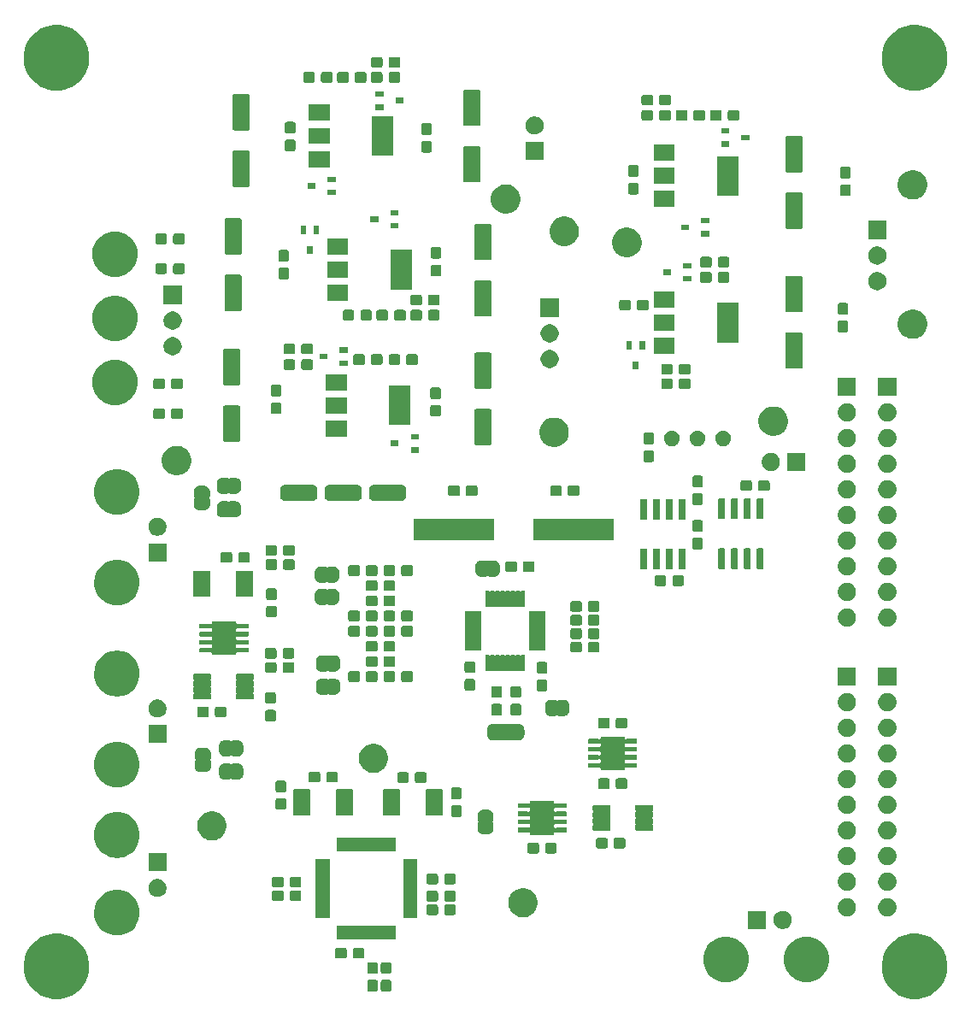
<source format=gbr>
G04 #@! TF.GenerationSoftware,KiCad,Pcbnew,(5.1.5)-3*
G04 #@! TF.CreationDate,2020-10-27T23:20:52+01:00*
G04 #@! TF.ProjectId,converters_1,636f6e76-6572-4746-9572-735f312e6b69,rev?*
G04 #@! TF.SameCoordinates,Original*
G04 #@! TF.FileFunction,Soldermask,Top*
G04 #@! TF.FilePolarity,Negative*
%FSLAX46Y46*%
G04 Gerber Fmt 4.6, Leading zero omitted, Abs format (unit mm)*
G04 Created by KiCad (PCBNEW (5.1.5)-3) date 2020-10-27 23:20:52*
%MOMM*%
%LPD*%
G04 APERTURE LIST*
%ADD10C,0.100000*%
G04 APERTURE END LIST*
D10*
G36*
X130634239Y-111811467D02*
G01*
X130948282Y-111873934D01*
X131539926Y-112119001D01*
X131829523Y-112312504D01*
X132072391Y-112474783D01*
X132525217Y-112927609D01*
X132540388Y-112950314D01*
X132880999Y-113460074D01*
X133126066Y-114051718D01*
X133151916Y-114181677D01*
X133251000Y-114679803D01*
X133251000Y-115320197D01*
X133217622Y-115488000D01*
X133126066Y-115948282D01*
X132880999Y-116539926D01*
X132525216Y-117072392D01*
X132072392Y-117525216D01*
X131539926Y-117880999D01*
X130948282Y-118126066D01*
X130634239Y-118188533D01*
X130320197Y-118251000D01*
X129679803Y-118251000D01*
X129365761Y-118188533D01*
X129051718Y-118126066D01*
X128460074Y-117880999D01*
X127927608Y-117525216D01*
X127474784Y-117072392D01*
X127119001Y-116539926D01*
X126873934Y-115948282D01*
X126782378Y-115488000D01*
X126749000Y-115320197D01*
X126749000Y-114679803D01*
X126848084Y-114181677D01*
X126873934Y-114051718D01*
X127119001Y-113460074D01*
X127459612Y-112950314D01*
X127474783Y-112927609D01*
X127927609Y-112474783D01*
X128170477Y-112312504D01*
X128460074Y-112119001D01*
X129051718Y-111873934D01*
X129365761Y-111811467D01*
X129679803Y-111749000D01*
X130320197Y-111749000D01*
X130634239Y-111811467D01*
G37*
G36*
X45634239Y-111811467D02*
G01*
X45948282Y-111873934D01*
X46539926Y-112119001D01*
X46829523Y-112312504D01*
X47072391Y-112474783D01*
X47525217Y-112927609D01*
X47540388Y-112950314D01*
X47880999Y-113460074D01*
X48126066Y-114051718D01*
X48151916Y-114181677D01*
X48251000Y-114679803D01*
X48251000Y-115320197D01*
X48217622Y-115488000D01*
X48126066Y-115948282D01*
X47880999Y-116539926D01*
X47525216Y-117072392D01*
X47072392Y-117525216D01*
X46539926Y-117880999D01*
X45948282Y-118126066D01*
X45634239Y-118188533D01*
X45320197Y-118251000D01*
X44679803Y-118251000D01*
X44365761Y-118188533D01*
X44051718Y-118126066D01*
X43460074Y-117880999D01*
X42927608Y-117525216D01*
X42474784Y-117072392D01*
X42119001Y-116539926D01*
X41873934Y-115948282D01*
X41782378Y-115488000D01*
X41749000Y-115320197D01*
X41749000Y-114679803D01*
X41848084Y-114181677D01*
X41873934Y-114051718D01*
X42119001Y-113460074D01*
X42459612Y-112950314D01*
X42474783Y-112927609D01*
X42927609Y-112474783D01*
X43170477Y-112312504D01*
X43460074Y-112119001D01*
X44051718Y-111873934D01*
X44365761Y-111811467D01*
X44679803Y-111749000D01*
X45320197Y-111749000D01*
X45634239Y-111811467D01*
G37*
G36*
X78014499Y-116353445D02*
G01*
X78051995Y-116364820D01*
X78086554Y-116383292D01*
X78116847Y-116408153D01*
X78141708Y-116438446D01*
X78160180Y-116473005D01*
X78171555Y-116510501D01*
X78176000Y-116555638D01*
X78176000Y-117294362D01*
X78171555Y-117339499D01*
X78160180Y-117376995D01*
X78141708Y-117411554D01*
X78116847Y-117441847D01*
X78086554Y-117466708D01*
X78051995Y-117485180D01*
X78014499Y-117496555D01*
X77969362Y-117501000D01*
X77330638Y-117501000D01*
X77285501Y-117496555D01*
X77248005Y-117485180D01*
X77213446Y-117466708D01*
X77183153Y-117441847D01*
X77158292Y-117411554D01*
X77139820Y-117376995D01*
X77128445Y-117339499D01*
X77124000Y-117294362D01*
X77124000Y-116555638D01*
X77128445Y-116510501D01*
X77139820Y-116473005D01*
X77158292Y-116438446D01*
X77183153Y-116408153D01*
X77213446Y-116383292D01*
X77248005Y-116364820D01*
X77285501Y-116353445D01*
X77330638Y-116349000D01*
X77969362Y-116349000D01*
X78014499Y-116353445D01*
G37*
G36*
X76664499Y-116353445D02*
G01*
X76701995Y-116364820D01*
X76736554Y-116383292D01*
X76766847Y-116408153D01*
X76791708Y-116438446D01*
X76810180Y-116473005D01*
X76821555Y-116510501D01*
X76826000Y-116555638D01*
X76826000Y-117294362D01*
X76821555Y-117339499D01*
X76810180Y-117376995D01*
X76791708Y-117411554D01*
X76766847Y-117441847D01*
X76736554Y-117466708D01*
X76701995Y-117485180D01*
X76664499Y-117496555D01*
X76619362Y-117501000D01*
X75980638Y-117501000D01*
X75935501Y-117496555D01*
X75898005Y-117485180D01*
X75863446Y-117466708D01*
X75833153Y-117441847D01*
X75808292Y-117411554D01*
X75789820Y-117376995D01*
X75778445Y-117339499D01*
X75774000Y-117294362D01*
X75774000Y-116555638D01*
X75778445Y-116510501D01*
X75789820Y-116473005D01*
X75808292Y-116438446D01*
X75833153Y-116408153D01*
X75863446Y-116383292D01*
X75898005Y-116364820D01*
X75935501Y-116353445D01*
X75980638Y-116349000D01*
X76619362Y-116349000D01*
X76664499Y-116353445D01*
G37*
G36*
X111575880Y-112059776D02*
G01*
X111956593Y-112135504D01*
X112366249Y-112305189D01*
X112734929Y-112551534D01*
X113048466Y-112865071D01*
X113294811Y-113233751D01*
X113464496Y-113643407D01*
X113551000Y-114078296D01*
X113551000Y-114521704D01*
X113464496Y-114956593D01*
X113294811Y-115366249D01*
X113048466Y-115734929D01*
X112734929Y-116048466D01*
X112366249Y-116294811D01*
X111956593Y-116464496D01*
X111577387Y-116539924D01*
X111521705Y-116551000D01*
X111078295Y-116551000D01*
X111022613Y-116539924D01*
X110643407Y-116464496D01*
X110233751Y-116294811D01*
X109865071Y-116048466D01*
X109551534Y-115734929D01*
X109305189Y-115366249D01*
X109135504Y-114956593D01*
X109049000Y-114521704D01*
X109049000Y-114078296D01*
X109135504Y-113643407D01*
X109305189Y-113233751D01*
X109551534Y-112865071D01*
X109865071Y-112551534D01*
X110233751Y-112305189D01*
X110643407Y-112135504D01*
X111024120Y-112059776D01*
X111078295Y-112049000D01*
X111521705Y-112049000D01*
X111575880Y-112059776D01*
G37*
G36*
X119575880Y-112059776D02*
G01*
X119956593Y-112135504D01*
X120366249Y-112305189D01*
X120734929Y-112551534D01*
X121048466Y-112865071D01*
X121294811Y-113233751D01*
X121464496Y-113643407D01*
X121551000Y-114078296D01*
X121551000Y-114521704D01*
X121464496Y-114956593D01*
X121294811Y-115366249D01*
X121048466Y-115734929D01*
X120734929Y-116048466D01*
X120366249Y-116294811D01*
X119956593Y-116464496D01*
X119577387Y-116539924D01*
X119521705Y-116551000D01*
X119078295Y-116551000D01*
X119022613Y-116539924D01*
X118643407Y-116464496D01*
X118233751Y-116294811D01*
X117865071Y-116048466D01*
X117551534Y-115734929D01*
X117305189Y-115366249D01*
X117135504Y-114956593D01*
X117049000Y-114521704D01*
X117049000Y-114078296D01*
X117135504Y-113643407D01*
X117305189Y-113233751D01*
X117551534Y-112865071D01*
X117865071Y-112551534D01*
X118233751Y-112305189D01*
X118643407Y-112135504D01*
X119024120Y-112059776D01*
X119078295Y-112049000D01*
X119521705Y-112049000D01*
X119575880Y-112059776D01*
G37*
G36*
X78014499Y-114603445D02*
G01*
X78051995Y-114614820D01*
X78086554Y-114633292D01*
X78116847Y-114658153D01*
X78141708Y-114688446D01*
X78160180Y-114723005D01*
X78171555Y-114760501D01*
X78176000Y-114805638D01*
X78176000Y-115544362D01*
X78171555Y-115589499D01*
X78160180Y-115626995D01*
X78141708Y-115661554D01*
X78116847Y-115691847D01*
X78086554Y-115716708D01*
X78051995Y-115735180D01*
X78014499Y-115746555D01*
X77969362Y-115751000D01*
X77330638Y-115751000D01*
X77285501Y-115746555D01*
X77248005Y-115735180D01*
X77213446Y-115716708D01*
X77183153Y-115691847D01*
X77158292Y-115661554D01*
X77139820Y-115626995D01*
X77128445Y-115589499D01*
X77124000Y-115544362D01*
X77124000Y-114805638D01*
X77128445Y-114760501D01*
X77139820Y-114723005D01*
X77158292Y-114688446D01*
X77183153Y-114658153D01*
X77213446Y-114633292D01*
X77248005Y-114614820D01*
X77285501Y-114603445D01*
X77330638Y-114599000D01*
X77969362Y-114599000D01*
X78014499Y-114603445D01*
G37*
G36*
X76664499Y-114603445D02*
G01*
X76701995Y-114614820D01*
X76736554Y-114633292D01*
X76766847Y-114658153D01*
X76791708Y-114688446D01*
X76810180Y-114723005D01*
X76821555Y-114760501D01*
X76826000Y-114805638D01*
X76826000Y-115544362D01*
X76821555Y-115589499D01*
X76810180Y-115626995D01*
X76791708Y-115661554D01*
X76766847Y-115691847D01*
X76736554Y-115716708D01*
X76701995Y-115735180D01*
X76664499Y-115746555D01*
X76619362Y-115751000D01*
X75980638Y-115751000D01*
X75935501Y-115746555D01*
X75898005Y-115735180D01*
X75863446Y-115716708D01*
X75833153Y-115691847D01*
X75808292Y-115661554D01*
X75789820Y-115626995D01*
X75778445Y-115589499D01*
X75774000Y-115544362D01*
X75774000Y-114805638D01*
X75778445Y-114760501D01*
X75789820Y-114723005D01*
X75808292Y-114688446D01*
X75833153Y-114658153D01*
X75863446Y-114633292D01*
X75898005Y-114614820D01*
X75935501Y-114603445D01*
X75980638Y-114599000D01*
X76619362Y-114599000D01*
X76664499Y-114603445D01*
G37*
G36*
X75339499Y-113178445D02*
G01*
X75376995Y-113189820D01*
X75411554Y-113208292D01*
X75441847Y-113233153D01*
X75466708Y-113263446D01*
X75485180Y-113298005D01*
X75496555Y-113335501D01*
X75501000Y-113380638D01*
X75501000Y-114019362D01*
X75496555Y-114064499D01*
X75485180Y-114101995D01*
X75466708Y-114136554D01*
X75441847Y-114166847D01*
X75411554Y-114191708D01*
X75376995Y-114210180D01*
X75339499Y-114221555D01*
X75294362Y-114226000D01*
X74555638Y-114226000D01*
X74510501Y-114221555D01*
X74473005Y-114210180D01*
X74438446Y-114191708D01*
X74408153Y-114166847D01*
X74383292Y-114136554D01*
X74364820Y-114101995D01*
X74353445Y-114064499D01*
X74349000Y-114019362D01*
X74349000Y-113380638D01*
X74353445Y-113335501D01*
X74364820Y-113298005D01*
X74383292Y-113263446D01*
X74408153Y-113233153D01*
X74438446Y-113208292D01*
X74473005Y-113189820D01*
X74510501Y-113178445D01*
X74555638Y-113174000D01*
X75294362Y-113174000D01*
X75339499Y-113178445D01*
G37*
G36*
X73589499Y-113178445D02*
G01*
X73626995Y-113189820D01*
X73661554Y-113208292D01*
X73691847Y-113233153D01*
X73716708Y-113263446D01*
X73735180Y-113298005D01*
X73746555Y-113335501D01*
X73751000Y-113380638D01*
X73751000Y-114019362D01*
X73746555Y-114064499D01*
X73735180Y-114101995D01*
X73716708Y-114136554D01*
X73691847Y-114166847D01*
X73661554Y-114191708D01*
X73626995Y-114210180D01*
X73589499Y-114221555D01*
X73544362Y-114226000D01*
X72805638Y-114226000D01*
X72760501Y-114221555D01*
X72723005Y-114210180D01*
X72688446Y-114191708D01*
X72658153Y-114166847D01*
X72633292Y-114136554D01*
X72614820Y-114101995D01*
X72603445Y-114064499D01*
X72599000Y-114019362D01*
X72599000Y-113380638D01*
X72603445Y-113335501D01*
X72614820Y-113298005D01*
X72633292Y-113263446D01*
X72658153Y-113233153D01*
X72688446Y-113208292D01*
X72723005Y-113189820D01*
X72760501Y-113178445D01*
X72805638Y-113174000D01*
X73544362Y-113174000D01*
X73589499Y-113178445D01*
G37*
G36*
X78626000Y-112351000D02*
G01*
X72774000Y-112351000D01*
X72774000Y-110949000D01*
X78626000Y-110949000D01*
X78626000Y-112351000D01*
G37*
G36*
X51275880Y-107459776D02*
G01*
X51656593Y-107535504D01*
X52066249Y-107705189D01*
X52434929Y-107951534D01*
X52748466Y-108265071D01*
X52994811Y-108633751D01*
X53164496Y-109043407D01*
X53205339Y-109248742D01*
X53251000Y-109478295D01*
X53251000Y-109921705D01*
X53244253Y-109955622D01*
X53164496Y-110356593D01*
X52994811Y-110766249D01*
X52748466Y-111134929D01*
X52434929Y-111448466D01*
X52066249Y-111694811D01*
X51656593Y-111864496D01*
X51275880Y-111940224D01*
X51221705Y-111951000D01*
X50778295Y-111951000D01*
X50724120Y-111940224D01*
X50343407Y-111864496D01*
X49933751Y-111694811D01*
X49565071Y-111448466D01*
X49251534Y-111134929D01*
X49005189Y-110766249D01*
X48835504Y-110356593D01*
X48755747Y-109955622D01*
X48749000Y-109921705D01*
X48749000Y-109478295D01*
X48794661Y-109248742D01*
X48835504Y-109043407D01*
X49005189Y-108633751D01*
X49251534Y-108265071D01*
X49565071Y-107951534D01*
X49933751Y-107705189D01*
X50343407Y-107535504D01*
X50724120Y-107459776D01*
X50778295Y-107449000D01*
X51221705Y-107449000D01*
X51275880Y-107459776D01*
G37*
G36*
X115301000Y-111301000D02*
G01*
X113499000Y-111301000D01*
X113499000Y-109499000D01*
X115301000Y-109499000D01*
X115301000Y-111301000D01*
G37*
G36*
X117053512Y-109503927D02*
G01*
X117202812Y-109533624D01*
X117366784Y-109601544D01*
X117514354Y-109700147D01*
X117639853Y-109825646D01*
X117738456Y-109973216D01*
X117806376Y-110137188D01*
X117841000Y-110311259D01*
X117841000Y-110488741D01*
X117806376Y-110662812D01*
X117738456Y-110826784D01*
X117639853Y-110974354D01*
X117514354Y-111099853D01*
X117366784Y-111198456D01*
X117202812Y-111266376D01*
X117053512Y-111296073D01*
X117028742Y-111301000D01*
X116851258Y-111301000D01*
X116826488Y-111296073D01*
X116677188Y-111266376D01*
X116513216Y-111198456D01*
X116365646Y-111099853D01*
X116240147Y-110974354D01*
X116141544Y-110826784D01*
X116073624Y-110662812D01*
X116039000Y-110488741D01*
X116039000Y-110311259D01*
X116073624Y-110137188D01*
X116141544Y-109973216D01*
X116240147Y-109825646D01*
X116365646Y-109700147D01*
X116513216Y-109601544D01*
X116677188Y-109533624D01*
X116826488Y-109503927D01*
X116851258Y-109499000D01*
X117028742Y-109499000D01*
X117053512Y-109503927D01*
G37*
G36*
X72051000Y-110226000D02*
G01*
X70649000Y-110226000D01*
X70649000Y-104374000D01*
X72051000Y-104374000D01*
X72051000Y-110226000D01*
G37*
G36*
X80751000Y-110226000D02*
G01*
X79349000Y-110226000D01*
X79349000Y-104374000D01*
X80751000Y-104374000D01*
X80751000Y-110226000D01*
G37*
G36*
X91623241Y-107304760D02*
G01*
X91887305Y-107414139D01*
X92124958Y-107572934D01*
X92327066Y-107775042D01*
X92485861Y-108012695D01*
X92595240Y-108276759D01*
X92651000Y-108557088D01*
X92651000Y-108842912D01*
X92595240Y-109123241D01*
X92485861Y-109387305D01*
X92327066Y-109624958D01*
X92124958Y-109827066D01*
X91887305Y-109985861D01*
X91623241Y-110095240D01*
X91342912Y-110151000D01*
X91057088Y-110151000D01*
X90776759Y-110095240D01*
X90512695Y-109985861D01*
X90275042Y-109827066D01*
X90072934Y-109624958D01*
X89914139Y-109387305D01*
X89804760Y-109123241D01*
X89749000Y-108842912D01*
X89749000Y-108557088D01*
X89804760Y-108276759D01*
X89914139Y-108012695D01*
X90072934Y-107775042D01*
X90275042Y-107572934D01*
X90512695Y-107414139D01*
X90776759Y-107304760D01*
X91057088Y-107249000D01*
X91342912Y-107249000D01*
X91623241Y-107304760D01*
G37*
G36*
X123408851Y-108263000D02*
G01*
X123562812Y-108293624D01*
X123726784Y-108361544D01*
X123874354Y-108460147D01*
X123999853Y-108585646D01*
X124098456Y-108733216D01*
X124166376Y-108897188D01*
X124201000Y-109071259D01*
X124201000Y-109248741D01*
X124166376Y-109422812D01*
X124098456Y-109586784D01*
X123999853Y-109734354D01*
X123874354Y-109859853D01*
X123726784Y-109958456D01*
X123562812Y-110026376D01*
X123417091Y-110055361D01*
X123388742Y-110061000D01*
X123211258Y-110061000D01*
X123182909Y-110055361D01*
X123037188Y-110026376D01*
X122873216Y-109958456D01*
X122725646Y-109859853D01*
X122600147Y-109734354D01*
X122501544Y-109586784D01*
X122433624Y-109422812D01*
X122399000Y-109248741D01*
X122399000Y-109071259D01*
X122433624Y-108897188D01*
X122501544Y-108733216D01*
X122600147Y-108585646D01*
X122725646Y-108460147D01*
X122873216Y-108361544D01*
X123037188Y-108293624D01*
X123191149Y-108263000D01*
X123211258Y-108259000D01*
X123388742Y-108259000D01*
X123408851Y-108263000D01*
G37*
G36*
X127408851Y-108263000D02*
G01*
X127562812Y-108293624D01*
X127726784Y-108361544D01*
X127874354Y-108460147D01*
X127999853Y-108585646D01*
X128098456Y-108733216D01*
X128166376Y-108897188D01*
X128201000Y-109071259D01*
X128201000Y-109248741D01*
X128166376Y-109422812D01*
X128098456Y-109586784D01*
X127999853Y-109734354D01*
X127874354Y-109859853D01*
X127726784Y-109958456D01*
X127562812Y-110026376D01*
X127417091Y-110055361D01*
X127388742Y-110061000D01*
X127211258Y-110061000D01*
X127182909Y-110055361D01*
X127037188Y-110026376D01*
X126873216Y-109958456D01*
X126725646Y-109859853D01*
X126600147Y-109734354D01*
X126501544Y-109586784D01*
X126433624Y-109422812D01*
X126399000Y-109248741D01*
X126399000Y-109071259D01*
X126433624Y-108897188D01*
X126501544Y-108733216D01*
X126600147Y-108585646D01*
X126725646Y-108460147D01*
X126873216Y-108361544D01*
X127037188Y-108293624D01*
X127191149Y-108263000D01*
X127211258Y-108259000D01*
X127388742Y-108259000D01*
X127408851Y-108263000D01*
G37*
G36*
X84389499Y-108878445D02*
G01*
X84426995Y-108889820D01*
X84461554Y-108908292D01*
X84491847Y-108933153D01*
X84516708Y-108963446D01*
X84535180Y-108998005D01*
X84546555Y-109035501D01*
X84551000Y-109080638D01*
X84551000Y-109719362D01*
X84546555Y-109764499D01*
X84535180Y-109801995D01*
X84516708Y-109836554D01*
X84491847Y-109866847D01*
X84461554Y-109891708D01*
X84426995Y-109910180D01*
X84389499Y-109921555D01*
X84344362Y-109926000D01*
X83605638Y-109926000D01*
X83560501Y-109921555D01*
X83523005Y-109910180D01*
X83488446Y-109891708D01*
X83458153Y-109866847D01*
X83433292Y-109836554D01*
X83414820Y-109801995D01*
X83403445Y-109764499D01*
X83399000Y-109719362D01*
X83399000Y-109080638D01*
X83403445Y-109035501D01*
X83414820Y-108998005D01*
X83433292Y-108963446D01*
X83458153Y-108933153D01*
X83488446Y-108908292D01*
X83523005Y-108889820D01*
X83560501Y-108878445D01*
X83605638Y-108874000D01*
X84344362Y-108874000D01*
X84389499Y-108878445D01*
G37*
G36*
X82639499Y-108878445D02*
G01*
X82676995Y-108889820D01*
X82711554Y-108908292D01*
X82741847Y-108933153D01*
X82766708Y-108963446D01*
X82785180Y-108998005D01*
X82796555Y-109035501D01*
X82801000Y-109080638D01*
X82801000Y-109719362D01*
X82796555Y-109764499D01*
X82785180Y-109801995D01*
X82766708Y-109836554D01*
X82741847Y-109866847D01*
X82711554Y-109891708D01*
X82676995Y-109910180D01*
X82639499Y-109921555D01*
X82594362Y-109926000D01*
X81855638Y-109926000D01*
X81810501Y-109921555D01*
X81773005Y-109910180D01*
X81738446Y-109891708D01*
X81708153Y-109866847D01*
X81683292Y-109836554D01*
X81664820Y-109801995D01*
X81653445Y-109764499D01*
X81649000Y-109719362D01*
X81649000Y-109080638D01*
X81653445Y-109035501D01*
X81664820Y-108998005D01*
X81683292Y-108963446D01*
X81708153Y-108933153D01*
X81738446Y-108908292D01*
X81773005Y-108889820D01*
X81810501Y-108878445D01*
X81855638Y-108874000D01*
X82594362Y-108874000D01*
X82639499Y-108878445D01*
G37*
G36*
X82639499Y-107528445D02*
G01*
X82676995Y-107539820D01*
X82711554Y-107558292D01*
X82741847Y-107583153D01*
X82766708Y-107613446D01*
X82785180Y-107648005D01*
X82796555Y-107685501D01*
X82801000Y-107730638D01*
X82801000Y-108369362D01*
X82796555Y-108414499D01*
X82785180Y-108451995D01*
X82766708Y-108486554D01*
X82741847Y-108516847D01*
X82711554Y-108541708D01*
X82676995Y-108560180D01*
X82639499Y-108571555D01*
X82594362Y-108576000D01*
X81855638Y-108576000D01*
X81810501Y-108571555D01*
X81773005Y-108560180D01*
X81738446Y-108541708D01*
X81708153Y-108516847D01*
X81683292Y-108486554D01*
X81664820Y-108451995D01*
X81653445Y-108414499D01*
X81649000Y-108369362D01*
X81649000Y-107730638D01*
X81653445Y-107685501D01*
X81664820Y-107648005D01*
X81683292Y-107613446D01*
X81708153Y-107583153D01*
X81738446Y-107558292D01*
X81773005Y-107539820D01*
X81810501Y-107528445D01*
X81855638Y-107524000D01*
X82594362Y-107524000D01*
X82639499Y-107528445D01*
G37*
G36*
X84389499Y-107528445D02*
G01*
X84426995Y-107539820D01*
X84461554Y-107558292D01*
X84491847Y-107583153D01*
X84516708Y-107613446D01*
X84535180Y-107648005D01*
X84546555Y-107685501D01*
X84551000Y-107730638D01*
X84551000Y-108369362D01*
X84546555Y-108414499D01*
X84535180Y-108451995D01*
X84516708Y-108486554D01*
X84491847Y-108516847D01*
X84461554Y-108541708D01*
X84426995Y-108560180D01*
X84389499Y-108571555D01*
X84344362Y-108576000D01*
X83605638Y-108576000D01*
X83560501Y-108571555D01*
X83523005Y-108560180D01*
X83488446Y-108541708D01*
X83458153Y-108516847D01*
X83433292Y-108486554D01*
X83414820Y-108451995D01*
X83403445Y-108414499D01*
X83399000Y-108369362D01*
X83399000Y-107730638D01*
X83403445Y-107685501D01*
X83414820Y-107648005D01*
X83433292Y-107613446D01*
X83458153Y-107583153D01*
X83488446Y-107558292D01*
X83523005Y-107539820D01*
X83560501Y-107528445D01*
X83605638Y-107524000D01*
X84344362Y-107524000D01*
X84389499Y-107528445D01*
G37*
G36*
X69089499Y-107478445D02*
G01*
X69126995Y-107489820D01*
X69161554Y-107508292D01*
X69191847Y-107533153D01*
X69216708Y-107563446D01*
X69235180Y-107598005D01*
X69246555Y-107635501D01*
X69251000Y-107680638D01*
X69251000Y-108319362D01*
X69246555Y-108364499D01*
X69235180Y-108401995D01*
X69216708Y-108436554D01*
X69191847Y-108466847D01*
X69161554Y-108491708D01*
X69126995Y-108510180D01*
X69089499Y-108521555D01*
X69044362Y-108526000D01*
X68305638Y-108526000D01*
X68260501Y-108521555D01*
X68223005Y-108510180D01*
X68188446Y-108491708D01*
X68158153Y-108466847D01*
X68133292Y-108436554D01*
X68114820Y-108401995D01*
X68103445Y-108364499D01*
X68099000Y-108319362D01*
X68099000Y-107680638D01*
X68103445Y-107635501D01*
X68114820Y-107598005D01*
X68133292Y-107563446D01*
X68158153Y-107533153D01*
X68188446Y-107508292D01*
X68223005Y-107489820D01*
X68260501Y-107478445D01*
X68305638Y-107474000D01*
X69044362Y-107474000D01*
X69089499Y-107478445D01*
G37*
G36*
X67339499Y-107478445D02*
G01*
X67376995Y-107489820D01*
X67411554Y-107508292D01*
X67441847Y-107533153D01*
X67466708Y-107563446D01*
X67485180Y-107598005D01*
X67496555Y-107635501D01*
X67501000Y-107680638D01*
X67501000Y-108319362D01*
X67496555Y-108364499D01*
X67485180Y-108401995D01*
X67466708Y-108436554D01*
X67441847Y-108466847D01*
X67411554Y-108491708D01*
X67376995Y-108510180D01*
X67339499Y-108521555D01*
X67294362Y-108526000D01*
X66555638Y-108526000D01*
X66510501Y-108521555D01*
X66473005Y-108510180D01*
X66438446Y-108491708D01*
X66408153Y-108466847D01*
X66383292Y-108436554D01*
X66364820Y-108401995D01*
X66353445Y-108364499D01*
X66349000Y-108319362D01*
X66349000Y-107680638D01*
X66353445Y-107635501D01*
X66364820Y-107598005D01*
X66383292Y-107563446D01*
X66408153Y-107533153D01*
X66438446Y-107508292D01*
X66473005Y-107489820D01*
X66510501Y-107478445D01*
X66555638Y-107474000D01*
X67294362Y-107474000D01*
X67339499Y-107478445D01*
G37*
G36*
X55113512Y-106343927D02*
G01*
X55262812Y-106373624D01*
X55426784Y-106441544D01*
X55574354Y-106540147D01*
X55699853Y-106665646D01*
X55798456Y-106813216D01*
X55866376Y-106977188D01*
X55901000Y-107151259D01*
X55901000Y-107328741D01*
X55866376Y-107502812D01*
X55798456Y-107666784D01*
X55699853Y-107814354D01*
X55574354Y-107939853D01*
X55426784Y-108038456D01*
X55262812Y-108106376D01*
X55113512Y-108136073D01*
X55088742Y-108141000D01*
X54911258Y-108141000D01*
X54886488Y-108136073D01*
X54737188Y-108106376D01*
X54573216Y-108038456D01*
X54425646Y-107939853D01*
X54300147Y-107814354D01*
X54201544Y-107666784D01*
X54133624Y-107502812D01*
X54099000Y-107328741D01*
X54099000Y-107151259D01*
X54133624Y-106977188D01*
X54201544Y-106813216D01*
X54300147Y-106665646D01*
X54425646Y-106540147D01*
X54573216Y-106441544D01*
X54737188Y-106373624D01*
X54886488Y-106343927D01*
X54911258Y-106339000D01*
X55088742Y-106339000D01*
X55113512Y-106343927D01*
G37*
G36*
X127413512Y-105723927D02*
G01*
X127562812Y-105753624D01*
X127726784Y-105821544D01*
X127874354Y-105920147D01*
X127999853Y-106045646D01*
X128098456Y-106193216D01*
X128166376Y-106357188D01*
X128183155Y-106441544D01*
X128201000Y-106531258D01*
X128201000Y-106708742D01*
X128199855Y-106714499D01*
X128166376Y-106882812D01*
X128098456Y-107046784D01*
X127999853Y-107194354D01*
X127874354Y-107319853D01*
X127726784Y-107418456D01*
X127562812Y-107486376D01*
X127413512Y-107516073D01*
X127388742Y-107521000D01*
X127211258Y-107521000D01*
X127186488Y-107516073D01*
X127037188Y-107486376D01*
X126873216Y-107418456D01*
X126725646Y-107319853D01*
X126600147Y-107194354D01*
X126501544Y-107046784D01*
X126433624Y-106882812D01*
X126400145Y-106714499D01*
X126399000Y-106708742D01*
X126399000Y-106531258D01*
X126416845Y-106441544D01*
X126433624Y-106357188D01*
X126501544Y-106193216D01*
X126600147Y-106045646D01*
X126725646Y-105920147D01*
X126873216Y-105821544D01*
X127037188Y-105753624D01*
X127186488Y-105723927D01*
X127211258Y-105719000D01*
X127388742Y-105719000D01*
X127413512Y-105723927D01*
G37*
G36*
X123413512Y-105723927D02*
G01*
X123562812Y-105753624D01*
X123726784Y-105821544D01*
X123874354Y-105920147D01*
X123999853Y-106045646D01*
X124098456Y-106193216D01*
X124166376Y-106357188D01*
X124183155Y-106441544D01*
X124201000Y-106531258D01*
X124201000Y-106708742D01*
X124199855Y-106714499D01*
X124166376Y-106882812D01*
X124098456Y-107046784D01*
X123999853Y-107194354D01*
X123874354Y-107319853D01*
X123726784Y-107418456D01*
X123562812Y-107486376D01*
X123413512Y-107516073D01*
X123388742Y-107521000D01*
X123211258Y-107521000D01*
X123186488Y-107516073D01*
X123037188Y-107486376D01*
X122873216Y-107418456D01*
X122725646Y-107319853D01*
X122600147Y-107194354D01*
X122501544Y-107046784D01*
X122433624Y-106882812D01*
X122400145Y-106714499D01*
X122399000Y-106708742D01*
X122399000Y-106531258D01*
X122416845Y-106441544D01*
X122433624Y-106357188D01*
X122501544Y-106193216D01*
X122600147Y-106045646D01*
X122725646Y-105920147D01*
X122873216Y-105821544D01*
X123037188Y-105753624D01*
X123186488Y-105723927D01*
X123211258Y-105719000D01*
X123388742Y-105719000D01*
X123413512Y-105723927D01*
G37*
G36*
X69089499Y-106128445D02*
G01*
X69126995Y-106139820D01*
X69161554Y-106158292D01*
X69191847Y-106183153D01*
X69216708Y-106213446D01*
X69235180Y-106248005D01*
X69246555Y-106285501D01*
X69251000Y-106330638D01*
X69251000Y-106969362D01*
X69246555Y-107014499D01*
X69235180Y-107051995D01*
X69216708Y-107086554D01*
X69191847Y-107116847D01*
X69161554Y-107141708D01*
X69126995Y-107160180D01*
X69089499Y-107171555D01*
X69044362Y-107176000D01*
X68305638Y-107176000D01*
X68260501Y-107171555D01*
X68223005Y-107160180D01*
X68188446Y-107141708D01*
X68158153Y-107116847D01*
X68133292Y-107086554D01*
X68114820Y-107051995D01*
X68103445Y-107014499D01*
X68099000Y-106969362D01*
X68099000Y-106330638D01*
X68103445Y-106285501D01*
X68114820Y-106248005D01*
X68133292Y-106213446D01*
X68158153Y-106183153D01*
X68188446Y-106158292D01*
X68223005Y-106139820D01*
X68260501Y-106128445D01*
X68305638Y-106124000D01*
X69044362Y-106124000D01*
X69089499Y-106128445D01*
G37*
G36*
X67339499Y-106128445D02*
G01*
X67376995Y-106139820D01*
X67411554Y-106158292D01*
X67441847Y-106183153D01*
X67466708Y-106213446D01*
X67485180Y-106248005D01*
X67496555Y-106285501D01*
X67501000Y-106330638D01*
X67501000Y-106969362D01*
X67496555Y-107014499D01*
X67485180Y-107051995D01*
X67466708Y-107086554D01*
X67441847Y-107116847D01*
X67411554Y-107141708D01*
X67376995Y-107160180D01*
X67339499Y-107171555D01*
X67294362Y-107176000D01*
X66555638Y-107176000D01*
X66510501Y-107171555D01*
X66473005Y-107160180D01*
X66438446Y-107141708D01*
X66408153Y-107116847D01*
X66383292Y-107086554D01*
X66364820Y-107051995D01*
X66353445Y-107014499D01*
X66349000Y-106969362D01*
X66349000Y-106330638D01*
X66353445Y-106285501D01*
X66364820Y-106248005D01*
X66383292Y-106213446D01*
X66408153Y-106183153D01*
X66438446Y-106158292D01*
X66473005Y-106139820D01*
X66510501Y-106128445D01*
X66555638Y-106124000D01*
X67294362Y-106124000D01*
X67339499Y-106128445D01*
G37*
G36*
X82639499Y-105828445D02*
G01*
X82676995Y-105839820D01*
X82711554Y-105858292D01*
X82741847Y-105883153D01*
X82766708Y-105913446D01*
X82785180Y-105948005D01*
X82796555Y-105985501D01*
X82801000Y-106030638D01*
X82801000Y-106669362D01*
X82796555Y-106714499D01*
X82785180Y-106751995D01*
X82766708Y-106786554D01*
X82741847Y-106816847D01*
X82711554Y-106841708D01*
X82676995Y-106860180D01*
X82639499Y-106871555D01*
X82594362Y-106876000D01*
X81855638Y-106876000D01*
X81810501Y-106871555D01*
X81773005Y-106860180D01*
X81738446Y-106841708D01*
X81708153Y-106816847D01*
X81683292Y-106786554D01*
X81664820Y-106751995D01*
X81653445Y-106714499D01*
X81649000Y-106669362D01*
X81649000Y-106030638D01*
X81653445Y-105985501D01*
X81664820Y-105948005D01*
X81683292Y-105913446D01*
X81708153Y-105883153D01*
X81738446Y-105858292D01*
X81773005Y-105839820D01*
X81810501Y-105828445D01*
X81855638Y-105824000D01*
X82594362Y-105824000D01*
X82639499Y-105828445D01*
G37*
G36*
X84389499Y-105828445D02*
G01*
X84426995Y-105839820D01*
X84461554Y-105858292D01*
X84491847Y-105883153D01*
X84516708Y-105913446D01*
X84535180Y-105948005D01*
X84546555Y-105985501D01*
X84551000Y-106030638D01*
X84551000Y-106669362D01*
X84546555Y-106714499D01*
X84535180Y-106751995D01*
X84516708Y-106786554D01*
X84491847Y-106816847D01*
X84461554Y-106841708D01*
X84426995Y-106860180D01*
X84389499Y-106871555D01*
X84344362Y-106876000D01*
X83605638Y-106876000D01*
X83560501Y-106871555D01*
X83523005Y-106860180D01*
X83488446Y-106841708D01*
X83458153Y-106816847D01*
X83433292Y-106786554D01*
X83414820Y-106751995D01*
X83403445Y-106714499D01*
X83399000Y-106669362D01*
X83399000Y-106030638D01*
X83403445Y-105985501D01*
X83414820Y-105948005D01*
X83433292Y-105913446D01*
X83458153Y-105883153D01*
X83488446Y-105858292D01*
X83523005Y-105839820D01*
X83560501Y-105828445D01*
X83605638Y-105824000D01*
X84344362Y-105824000D01*
X84389499Y-105828445D01*
G37*
G36*
X55901000Y-105601000D02*
G01*
X54099000Y-105601000D01*
X54099000Y-103799000D01*
X55901000Y-103799000D01*
X55901000Y-105601000D01*
G37*
G36*
X127413512Y-103183927D02*
G01*
X127562812Y-103213624D01*
X127726784Y-103281544D01*
X127874354Y-103380147D01*
X127999853Y-103505646D01*
X128098456Y-103653216D01*
X128166376Y-103817188D01*
X128201000Y-103991259D01*
X128201000Y-104168741D01*
X128166376Y-104342812D01*
X128098456Y-104506784D01*
X127999853Y-104654354D01*
X127874354Y-104779853D01*
X127726784Y-104878456D01*
X127562812Y-104946376D01*
X127413512Y-104976073D01*
X127388742Y-104981000D01*
X127211258Y-104981000D01*
X127186488Y-104976073D01*
X127037188Y-104946376D01*
X126873216Y-104878456D01*
X126725646Y-104779853D01*
X126600147Y-104654354D01*
X126501544Y-104506784D01*
X126433624Y-104342812D01*
X126399000Y-104168741D01*
X126399000Y-103991259D01*
X126433624Y-103817188D01*
X126501544Y-103653216D01*
X126600147Y-103505646D01*
X126725646Y-103380147D01*
X126873216Y-103281544D01*
X127037188Y-103213624D01*
X127186488Y-103183927D01*
X127211258Y-103179000D01*
X127388742Y-103179000D01*
X127413512Y-103183927D01*
G37*
G36*
X123413512Y-103183927D02*
G01*
X123562812Y-103213624D01*
X123726784Y-103281544D01*
X123874354Y-103380147D01*
X123999853Y-103505646D01*
X124098456Y-103653216D01*
X124166376Y-103817188D01*
X124201000Y-103991259D01*
X124201000Y-104168741D01*
X124166376Y-104342812D01*
X124098456Y-104506784D01*
X123999853Y-104654354D01*
X123874354Y-104779853D01*
X123726784Y-104878456D01*
X123562812Y-104946376D01*
X123413512Y-104976073D01*
X123388742Y-104981000D01*
X123211258Y-104981000D01*
X123186488Y-104976073D01*
X123037188Y-104946376D01*
X122873216Y-104878456D01*
X122725646Y-104779853D01*
X122600147Y-104654354D01*
X122501544Y-104506784D01*
X122433624Y-104342812D01*
X122399000Y-104168741D01*
X122399000Y-103991259D01*
X122433624Y-103817188D01*
X122501544Y-103653216D01*
X122600147Y-103505646D01*
X122725646Y-103380147D01*
X122873216Y-103281544D01*
X123037188Y-103213624D01*
X123186488Y-103183927D01*
X123211258Y-103179000D01*
X123388742Y-103179000D01*
X123413512Y-103183927D01*
G37*
G36*
X51275880Y-99759776D02*
G01*
X51656593Y-99835504D01*
X52066249Y-100005189D01*
X52434929Y-100251534D01*
X52748466Y-100565071D01*
X52994811Y-100933751D01*
X53164496Y-101343407D01*
X53237712Y-101711491D01*
X53251000Y-101778295D01*
X53251000Y-102221705D01*
X53247390Y-102239852D01*
X53164496Y-102656593D01*
X52994811Y-103066249D01*
X52748466Y-103434929D01*
X52434929Y-103748466D01*
X52066249Y-103994811D01*
X51656593Y-104164496D01*
X51275880Y-104240224D01*
X51221705Y-104251000D01*
X50778295Y-104251000D01*
X50724120Y-104240224D01*
X50343407Y-104164496D01*
X49933751Y-103994811D01*
X49565071Y-103748466D01*
X49251534Y-103434929D01*
X49005189Y-103066249D01*
X48835504Y-102656593D01*
X48752610Y-102239852D01*
X48749000Y-102221705D01*
X48749000Y-101778295D01*
X48762288Y-101711491D01*
X48835504Y-101343407D01*
X49005189Y-100933751D01*
X49251534Y-100565071D01*
X49565071Y-100251534D01*
X49933751Y-100005189D01*
X50343407Y-99835504D01*
X50724120Y-99759776D01*
X50778295Y-99749000D01*
X51221705Y-99749000D01*
X51275880Y-99759776D01*
G37*
G36*
X94389499Y-102778445D02*
G01*
X94426995Y-102789820D01*
X94461554Y-102808292D01*
X94491847Y-102833153D01*
X94516708Y-102863446D01*
X94535180Y-102898005D01*
X94546555Y-102935501D01*
X94551000Y-102980638D01*
X94551000Y-103619362D01*
X94546555Y-103664499D01*
X94535180Y-103701995D01*
X94516708Y-103736554D01*
X94491847Y-103766847D01*
X94461554Y-103791708D01*
X94426995Y-103810180D01*
X94389499Y-103821555D01*
X94344362Y-103826000D01*
X93605638Y-103826000D01*
X93560501Y-103821555D01*
X93523005Y-103810180D01*
X93488446Y-103791708D01*
X93458153Y-103766847D01*
X93433292Y-103736554D01*
X93414820Y-103701995D01*
X93403445Y-103664499D01*
X93399000Y-103619362D01*
X93399000Y-102980638D01*
X93403445Y-102935501D01*
X93414820Y-102898005D01*
X93433292Y-102863446D01*
X93458153Y-102833153D01*
X93488446Y-102808292D01*
X93523005Y-102789820D01*
X93560501Y-102778445D01*
X93605638Y-102774000D01*
X94344362Y-102774000D01*
X94389499Y-102778445D01*
G37*
G36*
X92639499Y-102778445D02*
G01*
X92676995Y-102789820D01*
X92711554Y-102808292D01*
X92741847Y-102833153D01*
X92766708Y-102863446D01*
X92785180Y-102898005D01*
X92796555Y-102935501D01*
X92801000Y-102980638D01*
X92801000Y-103619362D01*
X92796555Y-103664499D01*
X92785180Y-103701995D01*
X92766708Y-103736554D01*
X92741847Y-103766847D01*
X92711554Y-103791708D01*
X92676995Y-103810180D01*
X92639499Y-103821555D01*
X92594362Y-103826000D01*
X91855638Y-103826000D01*
X91810501Y-103821555D01*
X91773005Y-103810180D01*
X91738446Y-103791708D01*
X91708153Y-103766847D01*
X91683292Y-103736554D01*
X91664820Y-103701995D01*
X91653445Y-103664499D01*
X91649000Y-103619362D01*
X91649000Y-102980638D01*
X91653445Y-102935501D01*
X91664820Y-102898005D01*
X91683292Y-102863446D01*
X91708153Y-102833153D01*
X91738446Y-102808292D01*
X91773005Y-102789820D01*
X91810501Y-102778445D01*
X91855638Y-102774000D01*
X92594362Y-102774000D01*
X92639499Y-102778445D01*
G37*
G36*
X78626000Y-103651000D02*
G01*
X72774000Y-103651000D01*
X72774000Y-102249000D01*
X78626000Y-102249000D01*
X78626000Y-103651000D01*
G37*
G36*
X99439499Y-102278445D02*
G01*
X99476995Y-102289820D01*
X99511554Y-102308292D01*
X99541847Y-102333153D01*
X99566708Y-102363446D01*
X99585180Y-102398005D01*
X99596555Y-102435501D01*
X99601000Y-102480638D01*
X99601000Y-103119362D01*
X99596555Y-103164499D01*
X99585180Y-103201995D01*
X99566708Y-103236554D01*
X99541847Y-103266847D01*
X99511554Y-103291708D01*
X99476995Y-103310180D01*
X99439499Y-103321555D01*
X99394362Y-103326000D01*
X98655638Y-103326000D01*
X98610501Y-103321555D01*
X98573005Y-103310180D01*
X98538446Y-103291708D01*
X98508153Y-103266847D01*
X98483292Y-103236554D01*
X98464820Y-103201995D01*
X98453445Y-103164499D01*
X98449000Y-103119362D01*
X98449000Y-102480638D01*
X98453445Y-102435501D01*
X98464820Y-102398005D01*
X98483292Y-102363446D01*
X98508153Y-102333153D01*
X98538446Y-102308292D01*
X98573005Y-102289820D01*
X98610501Y-102278445D01*
X98655638Y-102274000D01*
X99394362Y-102274000D01*
X99439499Y-102278445D01*
G37*
G36*
X101189499Y-102278445D02*
G01*
X101226995Y-102289820D01*
X101261554Y-102308292D01*
X101291847Y-102333153D01*
X101316708Y-102363446D01*
X101335180Y-102398005D01*
X101346555Y-102435501D01*
X101351000Y-102480638D01*
X101351000Y-103119362D01*
X101346555Y-103164499D01*
X101335180Y-103201995D01*
X101316708Y-103236554D01*
X101291847Y-103266847D01*
X101261554Y-103291708D01*
X101226995Y-103310180D01*
X101189499Y-103321555D01*
X101144362Y-103326000D01*
X100405638Y-103326000D01*
X100360501Y-103321555D01*
X100323005Y-103310180D01*
X100288446Y-103291708D01*
X100258153Y-103266847D01*
X100233292Y-103236554D01*
X100214820Y-103201995D01*
X100203445Y-103164499D01*
X100199000Y-103119362D01*
X100199000Y-102480638D01*
X100203445Y-102435501D01*
X100214820Y-102398005D01*
X100233292Y-102363446D01*
X100258153Y-102333153D01*
X100288446Y-102308292D01*
X100323005Y-102289820D01*
X100360501Y-102278445D01*
X100405638Y-102274000D01*
X101144362Y-102274000D01*
X101189499Y-102278445D01*
G37*
G36*
X60823241Y-99704760D02*
G01*
X61087305Y-99814139D01*
X61324958Y-99972934D01*
X61527066Y-100175042D01*
X61685861Y-100412695D01*
X61795240Y-100676759D01*
X61851000Y-100957088D01*
X61851000Y-101242912D01*
X61795240Y-101523241D01*
X61685861Y-101787305D01*
X61527066Y-102024958D01*
X61324958Y-102227066D01*
X61087305Y-102385861D01*
X60823241Y-102495240D01*
X60542912Y-102551000D01*
X60257088Y-102551000D01*
X59976759Y-102495240D01*
X59712695Y-102385861D01*
X59475042Y-102227066D01*
X59272934Y-102024958D01*
X59114139Y-101787305D01*
X59004760Y-101523241D01*
X58949000Y-101242912D01*
X58949000Y-100957088D01*
X59004760Y-100676759D01*
X59114139Y-100412695D01*
X59272934Y-100175042D01*
X59475042Y-99972934D01*
X59712695Y-99814139D01*
X59976759Y-99704760D01*
X60257088Y-99649000D01*
X60542912Y-99649000D01*
X60823241Y-99704760D01*
G37*
G36*
X127410505Y-100643329D02*
G01*
X127562812Y-100673624D01*
X127726784Y-100741544D01*
X127874354Y-100840147D01*
X127999853Y-100965646D01*
X128098456Y-101113216D01*
X128166376Y-101277188D01*
X128201000Y-101451259D01*
X128201000Y-101628741D01*
X128166376Y-101802812D01*
X128098456Y-101966784D01*
X127999853Y-102114354D01*
X127874354Y-102239853D01*
X127726784Y-102338456D01*
X127562812Y-102406376D01*
X127416387Y-102435501D01*
X127388742Y-102441000D01*
X127211258Y-102441000D01*
X127183613Y-102435501D01*
X127037188Y-102406376D01*
X126873216Y-102338456D01*
X126725646Y-102239853D01*
X126600147Y-102114354D01*
X126501544Y-101966784D01*
X126433624Y-101802812D01*
X126399000Y-101628741D01*
X126399000Y-101451259D01*
X126433624Y-101277188D01*
X126501544Y-101113216D01*
X126600147Y-100965646D01*
X126725646Y-100840147D01*
X126873216Y-100741544D01*
X127037188Y-100673624D01*
X127189495Y-100643329D01*
X127211258Y-100639000D01*
X127388742Y-100639000D01*
X127410505Y-100643329D01*
G37*
G36*
X123410505Y-100643329D02*
G01*
X123562812Y-100673624D01*
X123726784Y-100741544D01*
X123874354Y-100840147D01*
X123999853Y-100965646D01*
X124098456Y-101113216D01*
X124166376Y-101277188D01*
X124201000Y-101451259D01*
X124201000Y-101628741D01*
X124166376Y-101802812D01*
X124098456Y-101966784D01*
X123999853Y-102114354D01*
X123874354Y-102239853D01*
X123726784Y-102338456D01*
X123562812Y-102406376D01*
X123416387Y-102435501D01*
X123388742Y-102441000D01*
X123211258Y-102441000D01*
X123183613Y-102435501D01*
X123037188Y-102406376D01*
X122873216Y-102338456D01*
X122725646Y-102239853D01*
X122600147Y-102114354D01*
X122501544Y-101966784D01*
X122433624Y-101802812D01*
X122399000Y-101628741D01*
X122399000Y-101451259D01*
X122433624Y-101277188D01*
X122501544Y-101113216D01*
X122600147Y-100965646D01*
X122725646Y-100840147D01*
X122873216Y-100741544D01*
X123037188Y-100673624D01*
X123189495Y-100643329D01*
X123211258Y-100639000D01*
X123388742Y-100639000D01*
X123410505Y-100643329D01*
G37*
G36*
X94301000Y-98779398D02*
G01*
X94303402Y-98803784D01*
X94310515Y-98827233D01*
X94322066Y-98848844D01*
X94337611Y-98867786D01*
X94356553Y-98883331D01*
X94378164Y-98894882D01*
X94401613Y-98901995D01*
X94425999Y-98904397D01*
X94450385Y-98901995D01*
X94473834Y-98894882D01*
X94485758Y-98888509D01*
X94485923Y-98888817D01*
X94505405Y-98878403D01*
X94514768Y-98875563D01*
X94530640Y-98874000D01*
X95469360Y-98874000D01*
X95485232Y-98875563D01*
X95494595Y-98878403D01*
X95503224Y-98883016D01*
X95510782Y-98889218D01*
X95516984Y-98896776D01*
X95521597Y-98905405D01*
X95524437Y-98914768D01*
X95526000Y-98930640D01*
X95526000Y-99269360D01*
X95524437Y-99285232D01*
X95521597Y-99294595D01*
X95516984Y-99303224D01*
X95510782Y-99310782D01*
X95503224Y-99316984D01*
X95494595Y-99321597D01*
X95485232Y-99324437D01*
X95469360Y-99326000D01*
X94530640Y-99326000D01*
X94514768Y-99324437D01*
X94505405Y-99321597D01*
X94487065Y-99311794D01*
X94484932Y-99310368D01*
X94462294Y-99300988D01*
X94438262Y-99296206D01*
X94413758Y-99296204D01*
X94389724Y-99300982D01*
X94367084Y-99310358D01*
X94346709Y-99323970D01*
X94329380Y-99341295D01*
X94315765Y-99361669D01*
X94306385Y-99384307D01*
X94301603Y-99408339D01*
X94301000Y-99420602D01*
X94301000Y-99579398D01*
X94303402Y-99603784D01*
X94310515Y-99627233D01*
X94322066Y-99648844D01*
X94337611Y-99667786D01*
X94356553Y-99683331D01*
X94378164Y-99694882D01*
X94401613Y-99701995D01*
X94425999Y-99704397D01*
X94450385Y-99701995D01*
X94473834Y-99694882D01*
X94485758Y-99688509D01*
X94485923Y-99688817D01*
X94505405Y-99678403D01*
X94514768Y-99675563D01*
X94530640Y-99674000D01*
X95469360Y-99674000D01*
X95485232Y-99675563D01*
X95494595Y-99678403D01*
X95503224Y-99683016D01*
X95510782Y-99689218D01*
X95516984Y-99696776D01*
X95521597Y-99705405D01*
X95524437Y-99714768D01*
X95526000Y-99730640D01*
X95526000Y-100069360D01*
X95524437Y-100085232D01*
X95521597Y-100094595D01*
X95516984Y-100103224D01*
X95510782Y-100110782D01*
X95503224Y-100116984D01*
X95494595Y-100121597D01*
X95485232Y-100124437D01*
X95469360Y-100126000D01*
X94530640Y-100126000D01*
X94514768Y-100124437D01*
X94505405Y-100121597D01*
X94487065Y-100111794D01*
X94484932Y-100110368D01*
X94462294Y-100100988D01*
X94438262Y-100096206D01*
X94413758Y-100096204D01*
X94389724Y-100100982D01*
X94367084Y-100110358D01*
X94346709Y-100123970D01*
X94329380Y-100141295D01*
X94315765Y-100161669D01*
X94306385Y-100184307D01*
X94301603Y-100208339D01*
X94301000Y-100220602D01*
X94301000Y-100379398D01*
X94303402Y-100403784D01*
X94310515Y-100427233D01*
X94322066Y-100448844D01*
X94337611Y-100467786D01*
X94356553Y-100483331D01*
X94378164Y-100494882D01*
X94401613Y-100501995D01*
X94425999Y-100504397D01*
X94450385Y-100501995D01*
X94473834Y-100494882D01*
X94485758Y-100488509D01*
X94485923Y-100488817D01*
X94505405Y-100478403D01*
X94514768Y-100475563D01*
X94530640Y-100474000D01*
X95469360Y-100474000D01*
X95485232Y-100475563D01*
X95494595Y-100478403D01*
X95503224Y-100483016D01*
X95510782Y-100489218D01*
X95516984Y-100496776D01*
X95521597Y-100505405D01*
X95524437Y-100514768D01*
X95526000Y-100530640D01*
X95526000Y-100869360D01*
X95524437Y-100885232D01*
X95521597Y-100894595D01*
X95516984Y-100903224D01*
X95510782Y-100910782D01*
X95503224Y-100916984D01*
X95494595Y-100921597D01*
X95485232Y-100924437D01*
X95469360Y-100926000D01*
X94530640Y-100926000D01*
X94514768Y-100924437D01*
X94505405Y-100921597D01*
X94487065Y-100911794D01*
X94484932Y-100910368D01*
X94462294Y-100900988D01*
X94438262Y-100896206D01*
X94413758Y-100896204D01*
X94389724Y-100900982D01*
X94367084Y-100910358D01*
X94346709Y-100923970D01*
X94329380Y-100941295D01*
X94315765Y-100961669D01*
X94306385Y-100984307D01*
X94301603Y-101008339D01*
X94301000Y-101020602D01*
X94301000Y-101179398D01*
X94303402Y-101203784D01*
X94310515Y-101227233D01*
X94322066Y-101248844D01*
X94337611Y-101267786D01*
X94356553Y-101283331D01*
X94378164Y-101294882D01*
X94401613Y-101301995D01*
X94425999Y-101304397D01*
X94450385Y-101301995D01*
X94473834Y-101294882D01*
X94485758Y-101288509D01*
X94485923Y-101288817D01*
X94505405Y-101278403D01*
X94514768Y-101275563D01*
X94530640Y-101274000D01*
X95469360Y-101274000D01*
X95485232Y-101275563D01*
X95494595Y-101278403D01*
X95503224Y-101283016D01*
X95510782Y-101289218D01*
X95516984Y-101296776D01*
X95521597Y-101305405D01*
X95524437Y-101314768D01*
X95526000Y-101330640D01*
X95526000Y-101669360D01*
X95524437Y-101685232D01*
X95521597Y-101694595D01*
X95516984Y-101703224D01*
X95510782Y-101710782D01*
X95503224Y-101716984D01*
X95494595Y-101721597D01*
X95485232Y-101724437D01*
X95469360Y-101726000D01*
X94530640Y-101726000D01*
X94514768Y-101724437D01*
X94505405Y-101721597D01*
X94487065Y-101711794D01*
X94484932Y-101710368D01*
X94462294Y-101700988D01*
X94438262Y-101696206D01*
X94413758Y-101696204D01*
X94389724Y-101700982D01*
X94367084Y-101710358D01*
X94346709Y-101723970D01*
X94329380Y-101741295D01*
X94315765Y-101761669D01*
X94306385Y-101784307D01*
X94301603Y-101808339D01*
X94301000Y-101820602D01*
X94301000Y-101971000D01*
X91899000Y-101971000D01*
X91899000Y-101820602D01*
X91896598Y-101796216D01*
X91889485Y-101772767D01*
X91877934Y-101751156D01*
X91862389Y-101732214D01*
X91843447Y-101716669D01*
X91821836Y-101705118D01*
X91798387Y-101698005D01*
X91774001Y-101695603D01*
X91749615Y-101698005D01*
X91726166Y-101705118D01*
X91714242Y-101711491D01*
X91714077Y-101711183D01*
X91694595Y-101721597D01*
X91685232Y-101724437D01*
X91669360Y-101726000D01*
X90730640Y-101726000D01*
X90714768Y-101724437D01*
X90705405Y-101721597D01*
X90696776Y-101716984D01*
X90689218Y-101710782D01*
X90683016Y-101703224D01*
X90678403Y-101694595D01*
X90675563Y-101685232D01*
X90674000Y-101669360D01*
X90674000Y-101330640D01*
X90675563Y-101314768D01*
X90678403Y-101305405D01*
X90683016Y-101296776D01*
X90689218Y-101289218D01*
X90696776Y-101283016D01*
X90705405Y-101278403D01*
X90714768Y-101275563D01*
X90730640Y-101274000D01*
X91669360Y-101274000D01*
X91685232Y-101275563D01*
X91694595Y-101278403D01*
X91712935Y-101288206D01*
X91715068Y-101289632D01*
X91737706Y-101299012D01*
X91761738Y-101303794D01*
X91786242Y-101303796D01*
X91810276Y-101299018D01*
X91832916Y-101289642D01*
X91853291Y-101276030D01*
X91870620Y-101258705D01*
X91884235Y-101238331D01*
X91893615Y-101215693D01*
X91898397Y-101191661D01*
X91899000Y-101179398D01*
X91899000Y-101020602D01*
X91896598Y-100996216D01*
X91889485Y-100972767D01*
X91877934Y-100951156D01*
X91862389Y-100932214D01*
X91843447Y-100916669D01*
X91821836Y-100905118D01*
X91798387Y-100898005D01*
X91774001Y-100895603D01*
X91749615Y-100898005D01*
X91726166Y-100905118D01*
X91714242Y-100911491D01*
X91714077Y-100911183D01*
X91694595Y-100921597D01*
X91685232Y-100924437D01*
X91669360Y-100926000D01*
X90730640Y-100926000D01*
X90714768Y-100924437D01*
X90705405Y-100921597D01*
X90696776Y-100916984D01*
X90689218Y-100910782D01*
X90683016Y-100903224D01*
X90678403Y-100894595D01*
X90675563Y-100885232D01*
X90674000Y-100869360D01*
X90674000Y-100530640D01*
X90675563Y-100514768D01*
X90678403Y-100505405D01*
X90683016Y-100496776D01*
X90689218Y-100489218D01*
X90696776Y-100483016D01*
X90705405Y-100478403D01*
X90714768Y-100475563D01*
X90730640Y-100474000D01*
X91669360Y-100474000D01*
X91685232Y-100475563D01*
X91694595Y-100478403D01*
X91712935Y-100488206D01*
X91715068Y-100489632D01*
X91737706Y-100499012D01*
X91761738Y-100503794D01*
X91786242Y-100503796D01*
X91810276Y-100499018D01*
X91832916Y-100489642D01*
X91853291Y-100476030D01*
X91870620Y-100458705D01*
X91884235Y-100438331D01*
X91893615Y-100415693D01*
X91898397Y-100391661D01*
X91899000Y-100379398D01*
X91899000Y-100220602D01*
X91896598Y-100196216D01*
X91889485Y-100172767D01*
X91877934Y-100151156D01*
X91862389Y-100132214D01*
X91843447Y-100116669D01*
X91821836Y-100105118D01*
X91798387Y-100098005D01*
X91774001Y-100095603D01*
X91749615Y-100098005D01*
X91726166Y-100105118D01*
X91714242Y-100111491D01*
X91714077Y-100111183D01*
X91694595Y-100121597D01*
X91685232Y-100124437D01*
X91669360Y-100126000D01*
X90730640Y-100126000D01*
X90714768Y-100124437D01*
X90705405Y-100121597D01*
X90696776Y-100116984D01*
X90689218Y-100110782D01*
X90683016Y-100103224D01*
X90678403Y-100094595D01*
X90675563Y-100085232D01*
X90674000Y-100069360D01*
X90674000Y-99730640D01*
X90675563Y-99714768D01*
X90678403Y-99705405D01*
X90683016Y-99696776D01*
X90689218Y-99689218D01*
X90696776Y-99683016D01*
X90705405Y-99678403D01*
X90714768Y-99675563D01*
X90730640Y-99674000D01*
X91669360Y-99674000D01*
X91685232Y-99675563D01*
X91694595Y-99678403D01*
X91712935Y-99688206D01*
X91715068Y-99689632D01*
X91737706Y-99699012D01*
X91761738Y-99703794D01*
X91786242Y-99703796D01*
X91810276Y-99699018D01*
X91832916Y-99689642D01*
X91853291Y-99676030D01*
X91870620Y-99658705D01*
X91884235Y-99638331D01*
X91893615Y-99615693D01*
X91898397Y-99591661D01*
X91899000Y-99579398D01*
X91899000Y-99420602D01*
X91896598Y-99396216D01*
X91889485Y-99372767D01*
X91877934Y-99351156D01*
X91862389Y-99332214D01*
X91843447Y-99316669D01*
X91821836Y-99305118D01*
X91798387Y-99298005D01*
X91774001Y-99295603D01*
X91749615Y-99298005D01*
X91726166Y-99305118D01*
X91714242Y-99311491D01*
X91714077Y-99311183D01*
X91694595Y-99321597D01*
X91685232Y-99324437D01*
X91669360Y-99326000D01*
X90730640Y-99326000D01*
X90714768Y-99324437D01*
X90705405Y-99321597D01*
X90696776Y-99316984D01*
X90689218Y-99310782D01*
X90683016Y-99303224D01*
X90678403Y-99294595D01*
X90675563Y-99285232D01*
X90674000Y-99269360D01*
X90674000Y-98930640D01*
X90675563Y-98914768D01*
X90678403Y-98905405D01*
X90683016Y-98896776D01*
X90689218Y-98889218D01*
X90696776Y-98883016D01*
X90705405Y-98878403D01*
X90714768Y-98875563D01*
X90730640Y-98874000D01*
X91669360Y-98874000D01*
X91685232Y-98875563D01*
X91694595Y-98878403D01*
X91712935Y-98888206D01*
X91715068Y-98889632D01*
X91737706Y-98899012D01*
X91761738Y-98903794D01*
X91786242Y-98903796D01*
X91810276Y-98899018D01*
X91832916Y-98889642D01*
X91853291Y-98876030D01*
X91870620Y-98858705D01*
X91884235Y-98838331D01*
X91893615Y-98815693D01*
X91898397Y-98791661D01*
X91899000Y-98779398D01*
X91899000Y-98629000D01*
X94301000Y-98629000D01*
X94301000Y-98779398D01*
G37*
G36*
X87762199Y-99499954D02*
G01*
X87774450Y-99500556D01*
X87792869Y-99500556D01*
X87815149Y-99502750D01*
X87899233Y-99519476D01*
X87920660Y-99525976D01*
X87999858Y-99558780D01*
X88005303Y-99561691D01*
X88005309Y-99561693D01*
X88014169Y-99566429D01*
X88014173Y-99566432D01*
X88019614Y-99569340D01*
X88090899Y-99616971D01*
X88108204Y-99631172D01*
X88168828Y-99691796D01*
X88183029Y-99709101D01*
X88230660Y-99780386D01*
X88233568Y-99785827D01*
X88233571Y-99785831D01*
X88238307Y-99794691D01*
X88238309Y-99794697D01*
X88241220Y-99800142D01*
X88274024Y-99879340D01*
X88280524Y-99900767D01*
X88297250Y-99984851D01*
X88299444Y-100007131D01*
X88299444Y-100025550D01*
X88300046Y-100037801D01*
X88301852Y-100056139D01*
X88301852Y-100543860D01*
X88300263Y-100559999D01*
X88297348Y-100569608D01*
X88292610Y-100578472D01*
X88286237Y-100586237D01*
X88273794Y-100596448D01*
X88263425Y-100603378D01*
X88246098Y-100620705D01*
X88232485Y-100641080D01*
X88223109Y-100663720D01*
X88218329Y-100687753D01*
X88218330Y-100712257D01*
X88223112Y-100736290D01*
X88232490Y-100758929D01*
X88246105Y-100779302D01*
X88263432Y-100796629D01*
X88273802Y-100803558D01*
X88286237Y-100813763D01*
X88292610Y-100821528D01*
X88297348Y-100830392D01*
X88300263Y-100840001D01*
X88301852Y-100856140D01*
X88301852Y-101343862D01*
X88300046Y-101362199D01*
X88299444Y-101374450D01*
X88299444Y-101392869D01*
X88297250Y-101415149D01*
X88280524Y-101499233D01*
X88274024Y-101520660D01*
X88241220Y-101599858D01*
X88238309Y-101605303D01*
X88238307Y-101605309D01*
X88233571Y-101614169D01*
X88233568Y-101614173D01*
X88230660Y-101619614D01*
X88183029Y-101690899D01*
X88168828Y-101708204D01*
X88108204Y-101768828D01*
X88090899Y-101783029D01*
X88019614Y-101830660D01*
X88014173Y-101833568D01*
X88014169Y-101833571D01*
X88005309Y-101838307D01*
X88005303Y-101838309D01*
X87999858Y-101841220D01*
X87920660Y-101874024D01*
X87899233Y-101880524D01*
X87815149Y-101897250D01*
X87792869Y-101899444D01*
X87774450Y-101899444D01*
X87762199Y-101900046D01*
X87743862Y-101901852D01*
X87256138Y-101901852D01*
X87237801Y-101900046D01*
X87225550Y-101899444D01*
X87207131Y-101899444D01*
X87184851Y-101897250D01*
X87100767Y-101880524D01*
X87079340Y-101874024D01*
X87000142Y-101841220D01*
X86994697Y-101838309D01*
X86994691Y-101838307D01*
X86985831Y-101833571D01*
X86985827Y-101833568D01*
X86980386Y-101830660D01*
X86909101Y-101783029D01*
X86891796Y-101768828D01*
X86831172Y-101708204D01*
X86816971Y-101690899D01*
X86769340Y-101619614D01*
X86766432Y-101614173D01*
X86766429Y-101614169D01*
X86761693Y-101605309D01*
X86761691Y-101605303D01*
X86758780Y-101599858D01*
X86725976Y-101520660D01*
X86719476Y-101499233D01*
X86702750Y-101415149D01*
X86700556Y-101392869D01*
X86700556Y-101374450D01*
X86699954Y-101362199D01*
X86698148Y-101343862D01*
X86698148Y-100856140D01*
X86699737Y-100840001D01*
X86702652Y-100830392D01*
X86707390Y-100821528D01*
X86713763Y-100813763D01*
X86726206Y-100803552D01*
X86736575Y-100796622D01*
X86753902Y-100779295D01*
X86767515Y-100758920D01*
X86776891Y-100736280D01*
X86781671Y-100712247D01*
X86781670Y-100687743D01*
X86776888Y-100663710D01*
X86767510Y-100641071D01*
X86753895Y-100620698D01*
X86736568Y-100603371D01*
X86726198Y-100596442D01*
X86713763Y-100586237D01*
X86707390Y-100578472D01*
X86702652Y-100569608D01*
X86699737Y-100559999D01*
X86698148Y-100543860D01*
X86698148Y-100056139D01*
X86699954Y-100037801D01*
X86700556Y-100025550D01*
X86700556Y-100007131D01*
X86702750Y-99984851D01*
X86719476Y-99900767D01*
X86725976Y-99879340D01*
X86758780Y-99800142D01*
X86761691Y-99794697D01*
X86761693Y-99794691D01*
X86766429Y-99785831D01*
X86766432Y-99785827D01*
X86769340Y-99780386D01*
X86816971Y-99709101D01*
X86831172Y-99691796D01*
X86891796Y-99631172D01*
X86909101Y-99616971D01*
X86980386Y-99569340D01*
X86985827Y-99566432D01*
X86985831Y-99566429D01*
X86994691Y-99561693D01*
X86994697Y-99561691D01*
X87000142Y-99558780D01*
X87079340Y-99525976D01*
X87100767Y-99519476D01*
X87184851Y-99502750D01*
X87207131Y-99500556D01*
X87225550Y-99500556D01*
X87237801Y-99499954D01*
X87256139Y-99498148D01*
X87743861Y-99498148D01*
X87762199Y-99499954D01*
G37*
G36*
X99780051Y-99026284D02*
G01*
X99796443Y-99031257D01*
X99811555Y-99039334D01*
X99824798Y-99050202D01*
X99835666Y-99063445D01*
X99843743Y-99078557D01*
X99848716Y-99094949D01*
X99851000Y-99118141D01*
X99851000Y-99531859D01*
X99848716Y-99555051D01*
X99843742Y-99571446D01*
X99833249Y-99591078D01*
X99823872Y-99613717D01*
X99819092Y-99637750D01*
X99819092Y-99662254D01*
X99823873Y-99686287D01*
X99833249Y-99708922D01*
X99843742Y-99728554D01*
X99848716Y-99744949D01*
X99851000Y-99768141D01*
X99851000Y-100181859D01*
X99848716Y-100205051D01*
X99843742Y-100221446D01*
X99833249Y-100241078D01*
X99823872Y-100263717D01*
X99819092Y-100287750D01*
X99819092Y-100312254D01*
X99823873Y-100336287D01*
X99833249Y-100358922D01*
X99843742Y-100378554D01*
X99848716Y-100394949D01*
X99851000Y-100418141D01*
X99851000Y-100831859D01*
X99848716Y-100855051D01*
X99843742Y-100871446D01*
X99833249Y-100891078D01*
X99823872Y-100913717D01*
X99819092Y-100937750D01*
X99819092Y-100962254D01*
X99823873Y-100986287D01*
X99833249Y-101008922D01*
X99843742Y-101028554D01*
X99848716Y-101044949D01*
X99851000Y-101068141D01*
X99851000Y-101481859D01*
X99848716Y-101505051D01*
X99843743Y-101521443D01*
X99835666Y-101536555D01*
X99824798Y-101549798D01*
X99811555Y-101560666D01*
X99796443Y-101568743D01*
X99780051Y-101573716D01*
X99756859Y-101576000D01*
X98218141Y-101576000D01*
X98194949Y-101573716D01*
X98178557Y-101568743D01*
X98163445Y-101560666D01*
X98150202Y-101549798D01*
X98139334Y-101536555D01*
X98131257Y-101521443D01*
X98126284Y-101505051D01*
X98124000Y-101481859D01*
X98124000Y-101068141D01*
X98126284Y-101044949D01*
X98131258Y-101028554D01*
X98141751Y-101008922D01*
X98151128Y-100986283D01*
X98155908Y-100962250D01*
X98155908Y-100937746D01*
X98151127Y-100913713D01*
X98141751Y-100891078D01*
X98131258Y-100871446D01*
X98126284Y-100855051D01*
X98124000Y-100831859D01*
X98124000Y-100418141D01*
X98126284Y-100394949D01*
X98131258Y-100378554D01*
X98141751Y-100358922D01*
X98151128Y-100336283D01*
X98155908Y-100312250D01*
X98155908Y-100287746D01*
X98151127Y-100263713D01*
X98141751Y-100241078D01*
X98131258Y-100221446D01*
X98126284Y-100205051D01*
X98124000Y-100181859D01*
X98124000Y-99768141D01*
X98126284Y-99744949D01*
X98131258Y-99728554D01*
X98141751Y-99708922D01*
X98151128Y-99686283D01*
X98155908Y-99662250D01*
X98155908Y-99637746D01*
X98151127Y-99613713D01*
X98141751Y-99591078D01*
X98131258Y-99571446D01*
X98126284Y-99555051D01*
X98124000Y-99531859D01*
X98124000Y-99118141D01*
X98126284Y-99094949D01*
X98131257Y-99078557D01*
X98139334Y-99063445D01*
X98150202Y-99050202D01*
X98163445Y-99039334D01*
X98178557Y-99031257D01*
X98194949Y-99026284D01*
X98218141Y-99024000D01*
X99756859Y-99024000D01*
X99780051Y-99026284D01*
G37*
G36*
X104005051Y-99026284D02*
G01*
X104021443Y-99031257D01*
X104036555Y-99039334D01*
X104049798Y-99050202D01*
X104060666Y-99063445D01*
X104068743Y-99078557D01*
X104073716Y-99094949D01*
X104076000Y-99118141D01*
X104076000Y-99531859D01*
X104073716Y-99555051D01*
X104068742Y-99571446D01*
X104058249Y-99591078D01*
X104048872Y-99613717D01*
X104044092Y-99637750D01*
X104044092Y-99662254D01*
X104048873Y-99686287D01*
X104058249Y-99708922D01*
X104068742Y-99728554D01*
X104073716Y-99744949D01*
X104076000Y-99768141D01*
X104076000Y-100181859D01*
X104073716Y-100205051D01*
X104068742Y-100221446D01*
X104058249Y-100241078D01*
X104048872Y-100263717D01*
X104044092Y-100287750D01*
X104044092Y-100312254D01*
X104048873Y-100336287D01*
X104058249Y-100358922D01*
X104068742Y-100378554D01*
X104073716Y-100394949D01*
X104076000Y-100418141D01*
X104076000Y-100831859D01*
X104073716Y-100855051D01*
X104068742Y-100871446D01*
X104058249Y-100891078D01*
X104048872Y-100913717D01*
X104044092Y-100937750D01*
X104044092Y-100962254D01*
X104048873Y-100986287D01*
X104058249Y-101008922D01*
X104068742Y-101028554D01*
X104073716Y-101044949D01*
X104076000Y-101068141D01*
X104076000Y-101481859D01*
X104073716Y-101505051D01*
X104068743Y-101521443D01*
X104060666Y-101536555D01*
X104049798Y-101549798D01*
X104036555Y-101560666D01*
X104021443Y-101568743D01*
X104005051Y-101573716D01*
X103981859Y-101576000D01*
X102443141Y-101576000D01*
X102419949Y-101573716D01*
X102403557Y-101568743D01*
X102388445Y-101560666D01*
X102375202Y-101549798D01*
X102364334Y-101536555D01*
X102356257Y-101521443D01*
X102351284Y-101505051D01*
X102349000Y-101481859D01*
X102349000Y-101068141D01*
X102351284Y-101044949D01*
X102356258Y-101028554D01*
X102366751Y-101008922D01*
X102376128Y-100986283D01*
X102380908Y-100962250D01*
X102380908Y-100937746D01*
X102376127Y-100913713D01*
X102366751Y-100891078D01*
X102356258Y-100871446D01*
X102351284Y-100855051D01*
X102349000Y-100831859D01*
X102349000Y-100418141D01*
X102351284Y-100394949D01*
X102356258Y-100378554D01*
X102366751Y-100358922D01*
X102376128Y-100336283D01*
X102380908Y-100312250D01*
X102380908Y-100287746D01*
X102376127Y-100263713D01*
X102366751Y-100241078D01*
X102356258Y-100221446D01*
X102351284Y-100205051D01*
X102349000Y-100181859D01*
X102349000Y-99768141D01*
X102351284Y-99744949D01*
X102356258Y-99728554D01*
X102366751Y-99708922D01*
X102376128Y-99686283D01*
X102380908Y-99662250D01*
X102380908Y-99637746D01*
X102376127Y-99613713D01*
X102366751Y-99591078D01*
X102356258Y-99571446D01*
X102351284Y-99555051D01*
X102349000Y-99531859D01*
X102349000Y-99118141D01*
X102351284Y-99094949D01*
X102356257Y-99078557D01*
X102364334Y-99063445D01*
X102375202Y-99050202D01*
X102388445Y-99039334D01*
X102403557Y-99031257D01*
X102419949Y-99026284D01*
X102443141Y-99024000D01*
X103981859Y-99024000D01*
X104005051Y-99026284D01*
G37*
G36*
X84964499Y-99053445D02*
G01*
X85001995Y-99064820D01*
X85036554Y-99083292D01*
X85066847Y-99108153D01*
X85091708Y-99138446D01*
X85110180Y-99173005D01*
X85121555Y-99210501D01*
X85126000Y-99255638D01*
X85126000Y-99994362D01*
X85121555Y-100039499D01*
X85110180Y-100076995D01*
X85091708Y-100111554D01*
X85066847Y-100141847D01*
X85036554Y-100166708D01*
X85001995Y-100185180D01*
X84964499Y-100196555D01*
X84919362Y-100201000D01*
X84280638Y-100201000D01*
X84235501Y-100196555D01*
X84198005Y-100185180D01*
X84163446Y-100166708D01*
X84133153Y-100141847D01*
X84108292Y-100111554D01*
X84089820Y-100076995D01*
X84078445Y-100039499D01*
X84074000Y-99994362D01*
X84074000Y-99255638D01*
X84078445Y-99210501D01*
X84089820Y-99173005D01*
X84108292Y-99138446D01*
X84133153Y-99108153D01*
X84163446Y-99083292D01*
X84198005Y-99064820D01*
X84235501Y-99053445D01*
X84280638Y-99049000D01*
X84919362Y-99049000D01*
X84964499Y-99053445D01*
G37*
G36*
X74330051Y-97476284D02*
G01*
X74346443Y-97481257D01*
X74361555Y-97489334D01*
X74374798Y-97500202D01*
X74385666Y-97513445D01*
X74393743Y-97528557D01*
X74398716Y-97544949D01*
X74401000Y-97568141D01*
X74401000Y-97981859D01*
X74398716Y-98005051D01*
X74393742Y-98021446D01*
X74383249Y-98041078D01*
X74373872Y-98063717D01*
X74369092Y-98087750D01*
X74369092Y-98112254D01*
X74373873Y-98136287D01*
X74383249Y-98158922D01*
X74393742Y-98178554D01*
X74398716Y-98194949D01*
X74401000Y-98218141D01*
X74401000Y-98631859D01*
X74398716Y-98655051D01*
X74393742Y-98671446D01*
X74383249Y-98691078D01*
X74373872Y-98713717D01*
X74369092Y-98737750D01*
X74369092Y-98762254D01*
X74373873Y-98786287D01*
X74383249Y-98808922D01*
X74393742Y-98828554D01*
X74398716Y-98844949D01*
X74401000Y-98868141D01*
X74401000Y-99281859D01*
X74398716Y-99305051D01*
X74393742Y-99321446D01*
X74383249Y-99341078D01*
X74373872Y-99363717D01*
X74369092Y-99387750D01*
X74369092Y-99412254D01*
X74373873Y-99436287D01*
X74383249Y-99458922D01*
X74393742Y-99478554D01*
X74398716Y-99494949D01*
X74401000Y-99518141D01*
X74401000Y-99931859D01*
X74398716Y-99955051D01*
X74393743Y-99971443D01*
X74385666Y-99986555D01*
X74374798Y-99999798D01*
X74361555Y-100010666D01*
X74346443Y-100018743D01*
X74330051Y-100023716D01*
X74306859Y-100026000D01*
X72768141Y-100026000D01*
X72744949Y-100023716D01*
X72728557Y-100018743D01*
X72713445Y-100010666D01*
X72700202Y-99999798D01*
X72689334Y-99986555D01*
X72681257Y-99971443D01*
X72676284Y-99955051D01*
X72674000Y-99931859D01*
X72674000Y-99518141D01*
X72676284Y-99494949D01*
X72681258Y-99478554D01*
X72691751Y-99458922D01*
X72701128Y-99436283D01*
X72705908Y-99412250D01*
X72705908Y-99387746D01*
X72701127Y-99363713D01*
X72691751Y-99341078D01*
X72681258Y-99321446D01*
X72676284Y-99305051D01*
X72674000Y-99281859D01*
X72674000Y-98868141D01*
X72676284Y-98844949D01*
X72681258Y-98828554D01*
X72691751Y-98808922D01*
X72701128Y-98786283D01*
X72705908Y-98762250D01*
X72705908Y-98737746D01*
X72701127Y-98713713D01*
X72691751Y-98691078D01*
X72681258Y-98671446D01*
X72676284Y-98655051D01*
X72674000Y-98631859D01*
X72674000Y-98218141D01*
X72676284Y-98194949D01*
X72681258Y-98178554D01*
X72691751Y-98158922D01*
X72701128Y-98136283D01*
X72705908Y-98112250D01*
X72705908Y-98087746D01*
X72701127Y-98063713D01*
X72691751Y-98041078D01*
X72681258Y-98021446D01*
X72676284Y-98005051D01*
X72674000Y-97981859D01*
X72674000Y-97568141D01*
X72676284Y-97544949D01*
X72681257Y-97528557D01*
X72689334Y-97513445D01*
X72700202Y-97500202D01*
X72713445Y-97489334D01*
X72728557Y-97481257D01*
X72744949Y-97476284D01*
X72768141Y-97474000D01*
X74306859Y-97474000D01*
X74330051Y-97476284D01*
G37*
G36*
X78970051Y-97476284D02*
G01*
X78986443Y-97481257D01*
X79001555Y-97489334D01*
X79014798Y-97500202D01*
X79025666Y-97513445D01*
X79033743Y-97528557D01*
X79038716Y-97544949D01*
X79041000Y-97568141D01*
X79041000Y-97981859D01*
X79038716Y-98005051D01*
X79033742Y-98021446D01*
X79023249Y-98041078D01*
X79013872Y-98063717D01*
X79009092Y-98087750D01*
X79009092Y-98112254D01*
X79013873Y-98136287D01*
X79023249Y-98158922D01*
X79033742Y-98178554D01*
X79038716Y-98194949D01*
X79041000Y-98218141D01*
X79041000Y-98631859D01*
X79038716Y-98655051D01*
X79033742Y-98671446D01*
X79023249Y-98691078D01*
X79013872Y-98713717D01*
X79009092Y-98737750D01*
X79009092Y-98762254D01*
X79013873Y-98786287D01*
X79023249Y-98808922D01*
X79033742Y-98828554D01*
X79038716Y-98844949D01*
X79041000Y-98868141D01*
X79041000Y-99281859D01*
X79038716Y-99305051D01*
X79033742Y-99321446D01*
X79023249Y-99341078D01*
X79013872Y-99363717D01*
X79009092Y-99387750D01*
X79009092Y-99412254D01*
X79013873Y-99436287D01*
X79023249Y-99458922D01*
X79033742Y-99478554D01*
X79038716Y-99494949D01*
X79041000Y-99518141D01*
X79041000Y-99931859D01*
X79038716Y-99955051D01*
X79033743Y-99971443D01*
X79025666Y-99986555D01*
X79014798Y-99999798D01*
X79001555Y-100010666D01*
X78986443Y-100018743D01*
X78970051Y-100023716D01*
X78946859Y-100026000D01*
X77408141Y-100026000D01*
X77384949Y-100023716D01*
X77368557Y-100018743D01*
X77353445Y-100010666D01*
X77340202Y-99999798D01*
X77329334Y-99986555D01*
X77321257Y-99971443D01*
X77316284Y-99955051D01*
X77314000Y-99931859D01*
X77314000Y-99518141D01*
X77316284Y-99494949D01*
X77321258Y-99478554D01*
X77331751Y-99458922D01*
X77341128Y-99436283D01*
X77345908Y-99412250D01*
X77345908Y-99387746D01*
X77341127Y-99363713D01*
X77331751Y-99341078D01*
X77321258Y-99321446D01*
X77316284Y-99305051D01*
X77314000Y-99281859D01*
X77314000Y-98868141D01*
X77316284Y-98844949D01*
X77321258Y-98828554D01*
X77331751Y-98808922D01*
X77341128Y-98786283D01*
X77345908Y-98762250D01*
X77345908Y-98737746D01*
X77341127Y-98713713D01*
X77331751Y-98691078D01*
X77321258Y-98671446D01*
X77316284Y-98655051D01*
X77314000Y-98631859D01*
X77314000Y-98218141D01*
X77316284Y-98194949D01*
X77321258Y-98178554D01*
X77331751Y-98158922D01*
X77341128Y-98136283D01*
X77345908Y-98112250D01*
X77345908Y-98087746D01*
X77341127Y-98063713D01*
X77331751Y-98041078D01*
X77321258Y-98021446D01*
X77316284Y-98005051D01*
X77314000Y-97981859D01*
X77314000Y-97568141D01*
X77316284Y-97544949D01*
X77321257Y-97528557D01*
X77329334Y-97513445D01*
X77340202Y-97500202D01*
X77353445Y-97489334D01*
X77368557Y-97481257D01*
X77384949Y-97476284D01*
X77408141Y-97474000D01*
X78946859Y-97474000D01*
X78970051Y-97476284D01*
G37*
G36*
X83195051Y-97476284D02*
G01*
X83211443Y-97481257D01*
X83226555Y-97489334D01*
X83239798Y-97500202D01*
X83250666Y-97513445D01*
X83258743Y-97528557D01*
X83263716Y-97544949D01*
X83266000Y-97568141D01*
X83266000Y-97981859D01*
X83263716Y-98005051D01*
X83258742Y-98021446D01*
X83248249Y-98041078D01*
X83238872Y-98063717D01*
X83234092Y-98087750D01*
X83234092Y-98112254D01*
X83238873Y-98136287D01*
X83248249Y-98158922D01*
X83258742Y-98178554D01*
X83263716Y-98194949D01*
X83266000Y-98218141D01*
X83266000Y-98631859D01*
X83263716Y-98655051D01*
X83258742Y-98671446D01*
X83248249Y-98691078D01*
X83238872Y-98713717D01*
X83234092Y-98737750D01*
X83234092Y-98762254D01*
X83238873Y-98786287D01*
X83248249Y-98808922D01*
X83258742Y-98828554D01*
X83263716Y-98844949D01*
X83266000Y-98868141D01*
X83266000Y-99281859D01*
X83263716Y-99305051D01*
X83258742Y-99321446D01*
X83248249Y-99341078D01*
X83238872Y-99363717D01*
X83234092Y-99387750D01*
X83234092Y-99412254D01*
X83238873Y-99436287D01*
X83248249Y-99458922D01*
X83258742Y-99478554D01*
X83263716Y-99494949D01*
X83266000Y-99518141D01*
X83266000Y-99931859D01*
X83263716Y-99955051D01*
X83258743Y-99971443D01*
X83250666Y-99986555D01*
X83239798Y-99999798D01*
X83226555Y-100010666D01*
X83211443Y-100018743D01*
X83195051Y-100023716D01*
X83171859Y-100026000D01*
X81633141Y-100026000D01*
X81609949Y-100023716D01*
X81593557Y-100018743D01*
X81578445Y-100010666D01*
X81565202Y-99999798D01*
X81554334Y-99986555D01*
X81546257Y-99971443D01*
X81541284Y-99955051D01*
X81539000Y-99931859D01*
X81539000Y-99518141D01*
X81541284Y-99494949D01*
X81546258Y-99478554D01*
X81556751Y-99458922D01*
X81566128Y-99436283D01*
X81570908Y-99412250D01*
X81570908Y-99387746D01*
X81566127Y-99363713D01*
X81556751Y-99341078D01*
X81546258Y-99321446D01*
X81541284Y-99305051D01*
X81539000Y-99281859D01*
X81539000Y-98868141D01*
X81541284Y-98844949D01*
X81546258Y-98828554D01*
X81556751Y-98808922D01*
X81566128Y-98786283D01*
X81570908Y-98762250D01*
X81570908Y-98737746D01*
X81566127Y-98713713D01*
X81556751Y-98691078D01*
X81546258Y-98671446D01*
X81541284Y-98655051D01*
X81539000Y-98631859D01*
X81539000Y-98218141D01*
X81541284Y-98194949D01*
X81546258Y-98178554D01*
X81556751Y-98158922D01*
X81566128Y-98136283D01*
X81570908Y-98112250D01*
X81570908Y-98087746D01*
X81566127Y-98063713D01*
X81556751Y-98041078D01*
X81546258Y-98021446D01*
X81541284Y-98005051D01*
X81539000Y-97981859D01*
X81539000Y-97568141D01*
X81541284Y-97544949D01*
X81546257Y-97528557D01*
X81554334Y-97513445D01*
X81565202Y-97500202D01*
X81578445Y-97489334D01*
X81593557Y-97481257D01*
X81609949Y-97476284D01*
X81633141Y-97474000D01*
X83171859Y-97474000D01*
X83195051Y-97476284D01*
G37*
G36*
X70105051Y-97476284D02*
G01*
X70121443Y-97481257D01*
X70136555Y-97489334D01*
X70149798Y-97500202D01*
X70160666Y-97513445D01*
X70168743Y-97528557D01*
X70173716Y-97544949D01*
X70176000Y-97568141D01*
X70176000Y-97981859D01*
X70173716Y-98005051D01*
X70168742Y-98021446D01*
X70158249Y-98041078D01*
X70148872Y-98063717D01*
X70144092Y-98087750D01*
X70144092Y-98112254D01*
X70148873Y-98136287D01*
X70158249Y-98158922D01*
X70168742Y-98178554D01*
X70173716Y-98194949D01*
X70176000Y-98218141D01*
X70176000Y-98631859D01*
X70173716Y-98655051D01*
X70168742Y-98671446D01*
X70158249Y-98691078D01*
X70148872Y-98713717D01*
X70144092Y-98737750D01*
X70144092Y-98762254D01*
X70148873Y-98786287D01*
X70158249Y-98808922D01*
X70168742Y-98828554D01*
X70173716Y-98844949D01*
X70176000Y-98868141D01*
X70176000Y-99281859D01*
X70173716Y-99305051D01*
X70168742Y-99321446D01*
X70158249Y-99341078D01*
X70148872Y-99363717D01*
X70144092Y-99387750D01*
X70144092Y-99412254D01*
X70148873Y-99436287D01*
X70158249Y-99458922D01*
X70168742Y-99478554D01*
X70173716Y-99494949D01*
X70176000Y-99518141D01*
X70176000Y-99931859D01*
X70173716Y-99955051D01*
X70168743Y-99971443D01*
X70160666Y-99986555D01*
X70149798Y-99999798D01*
X70136555Y-100010666D01*
X70121443Y-100018743D01*
X70105051Y-100023716D01*
X70081859Y-100026000D01*
X68543141Y-100026000D01*
X68519949Y-100023716D01*
X68503557Y-100018743D01*
X68488445Y-100010666D01*
X68475202Y-99999798D01*
X68464334Y-99986555D01*
X68456257Y-99971443D01*
X68451284Y-99955051D01*
X68449000Y-99931859D01*
X68449000Y-99518141D01*
X68451284Y-99494949D01*
X68456258Y-99478554D01*
X68466751Y-99458922D01*
X68476128Y-99436283D01*
X68480908Y-99412250D01*
X68480908Y-99387746D01*
X68476127Y-99363713D01*
X68466751Y-99341078D01*
X68456258Y-99321446D01*
X68451284Y-99305051D01*
X68449000Y-99281859D01*
X68449000Y-98868141D01*
X68451284Y-98844949D01*
X68456258Y-98828554D01*
X68466751Y-98808922D01*
X68476128Y-98786283D01*
X68480908Y-98762250D01*
X68480908Y-98737746D01*
X68476127Y-98713713D01*
X68466751Y-98691078D01*
X68456258Y-98671446D01*
X68451284Y-98655051D01*
X68449000Y-98631859D01*
X68449000Y-98218141D01*
X68451284Y-98194949D01*
X68456258Y-98178554D01*
X68466751Y-98158922D01*
X68476128Y-98136283D01*
X68480908Y-98112250D01*
X68480908Y-98087746D01*
X68476127Y-98063713D01*
X68466751Y-98041078D01*
X68456258Y-98021446D01*
X68451284Y-98005051D01*
X68449000Y-97981859D01*
X68449000Y-97568141D01*
X68451284Y-97544949D01*
X68456257Y-97528557D01*
X68464334Y-97513445D01*
X68475202Y-97500202D01*
X68488445Y-97489334D01*
X68503557Y-97481257D01*
X68519949Y-97476284D01*
X68543141Y-97474000D01*
X70081859Y-97474000D01*
X70105051Y-97476284D01*
G37*
G36*
X123413512Y-98103927D02*
G01*
X123562812Y-98133624D01*
X123726784Y-98201544D01*
X123874354Y-98300147D01*
X123999853Y-98425646D01*
X124098456Y-98573216D01*
X124166376Y-98737188D01*
X124193589Y-98874000D01*
X124197743Y-98894882D01*
X124201000Y-98911259D01*
X124201000Y-99088741D01*
X124166376Y-99262812D01*
X124098456Y-99426784D01*
X123999853Y-99574354D01*
X123874354Y-99699853D01*
X123726784Y-99798456D01*
X123562812Y-99866376D01*
X123413512Y-99896073D01*
X123388742Y-99901000D01*
X123211258Y-99901000D01*
X123186488Y-99896073D01*
X123037188Y-99866376D01*
X122873216Y-99798456D01*
X122725646Y-99699853D01*
X122600147Y-99574354D01*
X122501544Y-99426784D01*
X122433624Y-99262812D01*
X122399000Y-99088741D01*
X122399000Y-98911259D01*
X122402258Y-98894882D01*
X122406411Y-98874000D01*
X122433624Y-98737188D01*
X122501544Y-98573216D01*
X122600147Y-98425646D01*
X122725646Y-98300147D01*
X122873216Y-98201544D01*
X123037188Y-98133624D01*
X123186488Y-98103927D01*
X123211258Y-98099000D01*
X123388742Y-98099000D01*
X123413512Y-98103927D01*
G37*
G36*
X127413512Y-98103927D02*
G01*
X127562812Y-98133624D01*
X127726784Y-98201544D01*
X127874354Y-98300147D01*
X127999853Y-98425646D01*
X128098456Y-98573216D01*
X128166376Y-98737188D01*
X128193589Y-98874000D01*
X128197743Y-98894882D01*
X128201000Y-98911259D01*
X128201000Y-99088741D01*
X128166376Y-99262812D01*
X128098456Y-99426784D01*
X127999853Y-99574354D01*
X127874354Y-99699853D01*
X127726784Y-99798456D01*
X127562812Y-99866376D01*
X127413512Y-99896073D01*
X127388742Y-99901000D01*
X127211258Y-99901000D01*
X127186488Y-99896073D01*
X127037188Y-99866376D01*
X126873216Y-99798456D01*
X126725646Y-99699853D01*
X126600147Y-99574354D01*
X126501544Y-99426784D01*
X126433624Y-99262812D01*
X126399000Y-99088741D01*
X126399000Y-98911259D01*
X126402258Y-98894882D01*
X126406411Y-98874000D01*
X126433624Y-98737188D01*
X126501544Y-98573216D01*
X126600147Y-98425646D01*
X126725646Y-98300147D01*
X126873216Y-98201544D01*
X127037188Y-98133624D01*
X127186488Y-98103927D01*
X127211258Y-98099000D01*
X127388742Y-98099000D01*
X127413512Y-98103927D01*
G37*
G36*
X67589499Y-98353445D02*
G01*
X67626995Y-98364820D01*
X67661554Y-98383292D01*
X67691847Y-98408153D01*
X67716708Y-98438446D01*
X67735180Y-98473005D01*
X67746555Y-98510501D01*
X67751000Y-98555638D01*
X67751000Y-99294362D01*
X67746555Y-99339499D01*
X67735180Y-99376995D01*
X67716708Y-99411554D01*
X67691847Y-99441847D01*
X67661554Y-99466708D01*
X67626995Y-99485180D01*
X67589499Y-99496555D01*
X67544362Y-99501000D01*
X66905638Y-99501000D01*
X66860501Y-99496555D01*
X66823005Y-99485180D01*
X66788446Y-99466708D01*
X66758153Y-99441847D01*
X66733292Y-99411554D01*
X66714820Y-99376995D01*
X66703445Y-99339499D01*
X66699000Y-99294362D01*
X66699000Y-98555638D01*
X66703445Y-98510501D01*
X66714820Y-98473005D01*
X66733292Y-98438446D01*
X66758153Y-98408153D01*
X66788446Y-98383292D01*
X66823005Y-98364820D01*
X66860501Y-98353445D01*
X66905638Y-98349000D01*
X67544362Y-98349000D01*
X67589499Y-98353445D01*
G37*
G36*
X84964499Y-97303445D02*
G01*
X85001995Y-97314820D01*
X85036554Y-97333292D01*
X85066847Y-97358153D01*
X85091708Y-97388446D01*
X85110180Y-97423005D01*
X85121555Y-97460501D01*
X85126000Y-97505638D01*
X85126000Y-98244362D01*
X85121555Y-98289499D01*
X85110180Y-98326995D01*
X85091708Y-98361554D01*
X85066847Y-98391847D01*
X85036554Y-98416708D01*
X85001995Y-98435180D01*
X84964499Y-98446555D01*
X84919362Y-98451000D01*
X84280638Y-98451000D01*
X84235501Y-98446555D01*
X84198005Y-98435180D01*
X84163446Y-98416708D01*
X84133153Y-98391847D01*
X84108292Y-98361554D01*
X84089820Y-98326995D01*
X84078445Y-98289499D01*
X84074000Y-98244362D01*
X84074000Y-97505638D01*
X84078445Y-97460501D01*
X84089820Y-97423005D01*
X84108292Y-97388446D01*
X84133153Y-97358153D01*
X84163446Y-97333292D01*
X84198005Y-97314820D01*
X84235501Y-97303445D01*
X84280638Y-97299000D01*
X84919362Y-97299000D01*
X84964499Y-97303445D01*
G37*
G36*
X67589499Y-96603445D02*
G01*
X67626995Y-96614820D01*
X67661554Y-96633292D01*
X67691847Y-96658153D01*
X67716708Y-96688446D01*
X67735180Y-96723005D01*
X67746555Y-96760501D01*
X67751000Y-96805638D01*
X67751000Y-97544362D01*
X67746555Y-97589499D01*
X67735180Y-97626995D01*
X67716708Y-97661554D01*
X67691847Y-97691847D01*
X67661554Y-97716708D01*
X67626995Y-97735180D01*
X67589499Y-97746555D01*
X67544362Y-97751000D01*
X66905638Y-97751000D01*
X66860501Y-97746555D01*
X66823005Y-97735180D01*
X66788446Y-97716708D01*
X66758153Y-97691847D01*
X66733292Y-97661554D01*
X66714820Y-97626995D01*
X66703445Y-97589499D01*
X66699000Y-97544362D01*
X66699000Y-96805638D01*
X66703445Y-96760501D01*
X66714820Y-96723005D01*
X66733292Y-96688446D01*
X66758153Y-96658153D01*
X66788446Y-96633292D01*
X66823005Y-96614820D01*
X66860501Y-96603445D01*
X66905638Y-96599000D01*
X67544362Y-96599000D01*
X67589499Y-96603445D01*
G37*
G36*
X101389499Y-96378445D02*
G01*
X101426995Y-96389820D01*
X101461554Y-96408292D01*
X101491847Y-96433153D01*
X101516708Y-96463446D01*
X101535180Y-96498005D01*
X101546555Y-96535501D01*
X101551000Y-96580638D01*
X101551000Y-97219362D01*
X101546555Y-97264499D01*
X101535180Y-97301995D01*
X101516708Y-97336554D01*
X101491847Y-97366847D01*
X101461554Y-97391708D01*
X101426995Y-97410180D01*
X101389499Y-97421555D01*
X101344362Y-97426000D01*
X100605638Y-97426000D01*
X100560501Y-97421555D01*
X100523005Y-97410180D01*
X100488446Y-97391708D01*
X100458153Y-97366847D01*
X100433292Y-97336554D01*
X100414820Y-97301995D01*
X100403445Y-97264499D01*
X100399000Y-97219362D01*
X100399000Y-96580638D01*
X100403445Y-96535501D01*
X100414820Y-96498005D01*
X100433292Y-96463446D01*
X100458153Y-96433153D01*
X100488446Y-96408292D01*
X100523005Y-96389820D01*
X100560501Y-96378445D01*
X100605638Y-96374000D01*
X101344362Y-96374000D01*
X101389499Y-96378445D01*
G37*
G36*
X99639499Y-96378445D02*
G01*
X99676995Y-96389820D01*
X99711554Y-96408292D01*
X99741847Y-96433153D01*
X99766708Y-96463446D01*
X99785180Y-96498005D01*
X99796555Y-96535501D01*
X99801000Y-96580638D01*
X99801000Y-97219362D01*
X99796555Y-97264499D01*
X99785180Y-97301995D01*
X99766708Y-97336554D01*
X99741847Y-97366847D01*
X99711554Y-97391708D01*
X99676995Y-97410180D01*
X99639499Y-97421555D01*
X99594362Y-97426000D01*
X98855638Y-97426000D01*
X98810501Y-97421555D01*
X98773005Y-97410180D01*
X98738446Y-97391708D01*
X98708153Y-97366847D01*
X98683292Y-97336554D01*
X98664820Y-97301995D01*
X98653445Y-97264499D01*
X98649000Y-97219362D01*
X98649000Y-96580638D01*
X98653445Y-96535501D01*
X98664820Y-96498005D01*
X98683292Y-96463446D01*
X98708153Y-96433153D01*
X98738446Y-96408292D01*
X98773005Y-96389820D01*
X98810501Y-96378445D01*
X98855638Y-96374000D01*
X99594362Y-96374000D01*
X99639499Y-96378445D01*
G37*
G36*
X123413512Y-95563927D02*
G01*
X123562812Y-95593624D01*
X123726784Y-95661544D01*
X123874354Y-95760147D01*
X123999853Y-95885646D01*
X124098456Y-96033216D01*
X124166376Y-96197188D01*
X124185964Y-96295668D01*
X124200517Y-96368828D01*
X124201000Y-96371259D01*
X124201000Y-96548741D01*
X124166376Y-96722812D01*
X124098456Y-96886784D01*
X123999853Y-97034354D01*
X123874354Y-97159853D01*
X123726784Y-97258456D01*
X123562812Y-97326376D01*
X123413512Y-97356073D01*
X123388742Y-97361000D01*
X123211258Y-97361000D01*
X123186488Y-97356073D01*
X123037188Y-97326376D01*
X122873216Y-97258456D01*
X122725646Y-97159853D01*
X122600147Y-97034354D01*
X122501544Y-96886784D01*
X122433624Y-96722812D01*
X122399000Y-96548741D01*
X122399000Y-96371259D01*
X122399484Y-96368828D01*
X122414036Y-96295668D01*
X122433624Y-96197188D01*
X122501544Y-96033216D01*
X122600147Y-95885646D01*
X122725646Y-95760147D01*
X122873216Y-95661544D01*
X123037188Y-95593624D01*
X123186488Y-95563927D01*
X123211258Y-95559000D01*
X123388742Y-95559000D01*
X123413512Y-95563927D01*
G37*
G36*
X127413512Y-95563927D02*
G01*
X127562812Y-95593624D01*
X127726784Y-95661544D01*
X127874354Y-95760147D01*
X127999853Y-95885646D01*
X128098456Y-96033216D01*
X128166376Y-96197188D01*
X128185964Y-96295668D01*
X128200517Y-96368828D01*
X128201000Y-96371259D01*
X128201000Y-96548741D01*
X128166376Y-96722812D01*
X128098456Y-96886784D01*
X127999853Y-97034354D01*
X127874354Y-97159853D01*
X127726784Y-97258456D01*
X127562812Y-97326376D01*
X127413512Y-97356073D01*
X127388742Y-97361000D01*
X127211258Y-97361000D01*
X127186488Y-97356073D01*
X127037188Y-97326376D01*
X126873216Y-97258456D01*
X126725646Y-97159853D01*
X126600147Y-97034354D01*
X126501544Y-96886784D01*
X126433624Y-96722812D01*
X126399000Y-96548741D01*
X126399000Y-96371259D01*
X126399484Y-96368828D01*
X126414036Y-96295668D01*
X126433624Y-96197188D01*
X126501544Y-96033216D01*
X126600147Y-95885646D01*
X126725646Y-95760147D01*
X126873216Y-95661544D01*
X127037188Y-95593624D01*
X127186488Y-95563927D01*
X127211258Y-95559000D01*
X127388742Y-95559000D01*
X127413512Y-95563927D01*
G37*
G36*
X51275880Y-92759776D02*
G01*
X51656593Y-92835504D01*
X52066249Y-93005189D01*
X52434929Y-93251534D01*
X52748466Y-93565071D01*
X52994811Y-93933751D01*
X53164496Y-94343407D01*
X53251000Y-94778296D01*
X53251000Y-95221704D01*
X53164496Y-95656593D01*
X52994811Y-96066249D01*
X52748466Y-96434929D01*
X52434929Y-96748466D01*
X52066249Y-96994811D01*
X51656593Y-97164496D01*
X51275880Y-97240224D01*
X51221705Y-97251000D01*
X50778295Y-97251000D01*
X50724120Y-97240224D01*
X50343407Y-97164496D01*
X49933751Y-96994811D01*
X49565071Y-96748466D01*
X49251534Y-96434929D01*
X49005189Y-96066249D01*
X48835504Y-95656593D01*
X48749000Y-95221704D01*
X48749000Y-94778296D01*
X48835504Y-94343407D01*
X49005189Y-93933751D01*
X49251534Y-93565071D01*
X49565071Y-93251534D01*
X49933751Y-93005189D01*
X50343407Y-92835504D01*
X50724120Y-92759776D01*
X50778295Y-92749000D01*
X51221705Y-92749000D01*
X51275880Y-92759776D01*
G37*
G36*
X79739499Y-95778445D02*
G01*
X79776995Y-95789820D01*
X79811554Y-95808292D01*
X79841847Y-95833153D01*
X79866708Y-95863446D01*
X79885180Y-95898005D01*
X79896555Y-95935501D01*
X79901000Y-95980638D01*
X79901000Y-96619362D01*
X79896555Y-96664499D01*
X79885180Y-96701995D01*
X79866708Y-96736554D01*
X79841847Y-96766847D01*
X79811554Y-96791708D01*
X79776995Y-96810180D01*
X79739499Y-96821555D01*
X79694362Y-96826000D01*
X78955638Y-96826000D01*
X78910501Y-96821555D01*
X78873005Y-96810180D01*
X78838446Y-96791708D01*
X78808153Y-96766847D01*
X78783292Y-96736554D01*
X78764820Y-96701995D01*
X78753445Y-96664499D01*
X78749000Y-96619362D01*
X78749000Y-95980638D01*
X78753445Y-95935501D01*
X78764820Y-95898005D01*
X78783292Y-95863446D01*
X78808153Y-95833153D01*
X78838446Y-95808292D01*
X78873005Y-95789820D01*
X78910501Y-95778445D01*
X78955638Y-95774000D01*
X79694362Y-95774000D01*
X79739499Y-95778445D01*
G37*
G36*
X81489499Y-95778445D02*
G01*
X81526995Y-95789820D01*
X81561554Y-95808292D01*
X81591847Y-95833153D01*
X81616708Y-95863446D01*
X81635180Y-95898005D01*
X81646555Y-95935501D01*
X81651000Y-95980638D01*
X81651000Y-96619362D01*
X81646555Y-96664499D01*
X81635180Y-96701995D01*
X81616708Y-96736554D01*
X81591847Y-96766847D01*
X81561554Y-96791708D01*
X81526995Y-96810180D01*
X81489499Y-96821555D01*
X81444362Y-96826000D01*
X80705638Y-96826000D01*
X80660501Y-96821555D01*
X80623005Y-96810180D01*
X80588446Y-96791708D01*
X80558153Y-96766847D01*
X80533292Y-96736554D01*
X80514820Y-96701995D01*
X80503445Y-96664499D01*
X80499000Y-96619362D01*
X80499000Y-95980638D01*
X80503445Y-95935501D01*
X80514820Y-95898005D01*
X80533292Y-95863446D01*
X80558153Y-95833153D01*
X80588446Y-95808292D01*
X80623005Y-95789820D01*
X80660501Y-95778445D01*
X80705638Y-95774000D01*
X81444362Y-95774000D01*
X81489499Y-95778445D01*
G37*
G36*
X72714499Y-95728445D02*
G01*
X72751995Y-95739820D01*
X72786554Y-95758292D01*
X72816847Y-95783153D01*
X72841708Y-95813446D01*
X72860180Y-95848005D01*
X72871555Y-95885501D01*
X72876000Y-95930638D01*
X72876000Y-96569362D01*
X72871555Y-96614499D01*
X72860180Y-96651995D01*
X72841708Y-96686554D01*
X72816847Y-96716847D01*
X72786554Y-96741708D01*
X72751995Y-96760180D01*
X72714499Y-96771555D01*
X72669362Y-96776000D01*
X71930638Y-96776000D01*
X71885501Y-96771555D01*
X71848005Y-96760180D01*
X71813446Y-96741708D01*
X71783153Y-96716847D01*
X71758292Y-96686554D01*
X71739820Y-96651995D01*
X71728445Y-96614499D01*
X71724000Y-96569362D01*
X71724000Y-95930638D01*
X71728445Y-95885501D01*
X71739820Y-95848005D01*
X71758292Y-95813446D01*
X71783153Y-95783153D01*
X71813446Y-95758292D01*
X71848005Y-95739820D01*
X71885501Y-95728445D01*
X71930638Y-95724000D01*
X72669362Y-95724000D01*
X72714499Y-95728445D01*
G37*
G36*
X70964499Y-95728445D02*
G01*
X71001995Y-95739820D01*
X71036554Y-95758292D01*
X71066847Y-95783153D01*
X71091708Y-95813446D01*
X71110180Y-95848005D01*
X71121555Y-95885501D01*
X71126000Y-95930638D01*
X71126000Y-96569362D01*
X71121555Y-96614499D01*
X71110180Y-96651995D01*
X71091708Y-96686554D01*
X71066847Y-96716847D01*
X71036554Y-96741708D01*
X71001995Y-96760180D01*
X70964499Y-96771555D01*
X70919362Y-96776000D01*
X70180638Y-96776000D01*
X70135501Y-96771555D01*
X70098005Y-96760180D01*
X70063446Y-96741708D01*
X70033153Y-96716847D01*
X70008292Y-96686554D01*
X69989820Y-96651995D01*
X69978445Y-96614499D01*
X69974000Y-96569362D01*
X69974000Y-95930638D01*
X69978445Y-95885501D01*
X69989820Y-95848005D01*
X70008292Y-95813446D01*
X70033153Y-95783153D01*
X70063446Y-95758292D01*
X70098005Y-95739820D01*
X70135501Y-95728445D01*
X70180638Y-95724000D01*
X70919362Y-95724000D01*
X70964499Y-95728445D01*
G37*
G36*
X62159999Y-94899737D02*
G01*
X62169608Y-94902652D01*
X62178472Y-94907390D01*
X62186237Y-94913763D01*
X62196448Y-94926206D01*
X62203378Y-94936575D01*
X62220705Y-94953902D01*
X62241080Y-94967515D01*
X62263720Y-94976891D01*
X62287753Y-94981671D01*
X62312257Y-94981670D01*
X62336290Y-94976888D01*
X62358929Y-94967510D01*
X62379302Y-94953895D01*
X62396629Y-94936568D01*
X62403558Y-94926198D01*
X62413763Y-94913763D01*
X62421528Y-94907390D01*
X62430392Y-94902652D01*
X62440001Y-94899737D01*
X62456140Y-94898148D01*
X62943861Y-94898148D01*
X62962199Y-94899954D01*
X62974450Y-94900556D01*
X62992869Y-94900556D01*
X63015149Y-94902750D01*
X63099233Y-94919476D01*
X63120660Y-94925976D01*
X63199858Y-94958780D01*
X63205303Y-94961691D01*
X63205309Y-94961693D01*
X63214169Y-94966429D01*
X63214173Y-94966432D01*
X63219614Y-94969340D01*
X63290899Y-95016971D01*
X63308204Y-95031172D01*
X63368828Y-95091796D01*
X63383029Y-95109101D01*
X63430660Y-95180386D01*
X63433568Y-95185827D01*
X63433571Y-95185831D01*
X63438307Y-95194691D01*
X63438309Y-95194697D01*
X63441220Y-95200142D01*
X63474024Y-95279340D01*
X63480524Y-95300767D01*
X63497250Y-95384851D01*
X63499444Y-95407131D01*
X63499444Y-95425550D01*
X63500046Y-95437801D01*
X63501852Y-95456139D01*
X63501852Y-95943862D01*
X63500046Y-95962199D01*
X63499444Y-95974450D01*
X63499444Y-95992869D01*
X63497250Y-96015149D01*
X63480524Y-96099233D01*
X63474024Y-96120660D01*
X63441220Y-96199858D01*
X63438309Y-96205303D01*
X63438307Y-96205309D01*
X63433571Y-96214169D01*
X63433568Y-96214173D01*
X63430660Y-96219614D01*
X63383029Y-96290899D01*
X63368828Y-96308204D01*
X63308204Y-96368828D01*
X63290899Y-96383029D01*
X63219614Y-96430660D01*
X63214173Y-96433568D01*
X63214169Y-96433571D01*
X63205309Y-96438307D01*
X63205303Y-96438309D01*
X63199858Y-96441220D01*
X63120660Y-96474024D01*
X63099233Y-96480524D01*
X63015149Y-96497250D01*
X62992869Y-96499444D01*
X62974450Y-96499444D01*
X62962199Y-96500046D01*
X62943862Y-96501852D01*
X62456140Y-96501852D01*
X62440001Y-96500263D01*
X62430392Y-96497348D01*
X62421528Y-96492610D01*
X62413763Y-96486237D01*
X62403552Y-96473794D01*
X62396622Y-96463425D01*
X62379295Y-96446098D01*
X62358920Y-96432485D01*
X62336280Y-96423109D01*
X62312247Y-96418329D01*
X62287743Y-96418330D01*
X62263710Y-96423112D01*
X62241071Y-96432490D01*
X62220698Y-96446105D01*
X62203371Y-96463432D01*
X62196442Y-96473802D01*
X62186237Y-96486237D01*
X62178472Y-96492610D01*
X62169608Y-96497348D01*
X62159999Y-96500263D01*
X62143860Y-96501852D01*
X61656138Y-96501852D01*
X61637801Y-96500046D01*
X61625550Y-96499444D01*
X61607131Y-96499444D01*
X61584851Y-96497250D01*
X61500767Y-96480524D01*
X61479340Y-96474024D01*
X61400142Y-96441220D01*
X61394697Y-96438309D01*
X61394691Y-96438307D01*
X61385831Y-96433571D01*
X61385827Y-96433568D01*
X61380386Y-96430660D01*
X61309101Y-96383029D01*
X61291796Y-96368828D01*
X61231172Y-96308204D01*
X61216971Y-96290899D01*
X61169340Y-96219614D01*
X61166432Y-96214173D01*
X61166429Y-96214169D01*
X61161693Y-96205309D01*
X61161691Y-96205303D01*
X61158780Y-96199858D01*
X61125976Y-96120660D01*
X61119476Y-96099233D01*
X61102750Y-96015149D01*
X61100556Y-95992869D01*
X61100556Y-95974450D01*
X61099954Y-95962199D01*
X61098148Y-95943862D01*
X61098148Y-95456139D01*
X61099954Y-95437801D01*
X61100556Y-95425550D01*
X61100556Y-95407131D01*
X61102750Y-95384851D01*
X61119476Y-95300767D01*
X61125976Y-95279340D01*
X61158780Y-95200142D01*
X61161691Y-95194697D01*
X61161693Y-95194691D01*
X61166429Y-95185831D01*
X61166432Y-95185827D01*
X61169340Y-95180386D01*
X61216971Y-95109101D01*
X61231172Y-95091796D01*
X61291796Y-95031172D01*
X61309101Y-95016971D01*
X61380386Y-94969340D01*
X61385827Y-94966432D01*
X61385831Y-94966429D01*
X61394691Y-94961693D01*
X61394697Y-94961691D01*
X61400142Y-94958780D01*
X61479340Y-94925976D01*
X61500767Y-94919476D01*
X61584851Y-94902750D01*
X61607131Y-94900556D01*
X61625550Y-94900556D01*
X61637801Y-94899954D01*
X61656139Y-94898148D01*
X62143860Y-94898148D01*
X62159999Y-94899737D01*
G37*
G36*
X76823241Y-93004760D02*
G01*
X77087305Y-93114139D01*
X77324958Y-93272934D01*
X77527066Y-93475042D01*
X77685861Y-93712695D01*
X77795240Y-93976759D01*
X77851000Y-94257088D01*
X77851000Y-94542912D01*
X77795240Y-94823241D01*
X77685861Y-95087305D01*
X77527066Y-95324958D01*
X77324958Y-95527066D01*
X77087305Y-95685861D01*
X76823241Y-95795240D01*
X76542912Y-95851000D01*
X76257088Y-95851000D01*
X75976759Y-95795240D01*
X75712695Y-95685861D01*
X75475042Y-95527066D01*
X75272934Y-95324958D01*
X75114139Y-95087305D01*
X75004760Y-94823241D01*
X74949000Y-94542912D01*
X74949000Y-94257088D01*
X75004760Y-93976759D01*
X75114139Y-93712695D01*
X75272934Y-93475042D01*
X75475042Y-93272934D01*
X75712695Y-93114139D01*
X75976759Y-93004760D01*
X76257088Y-92949000D01*
X76542912Y-92949000D01*
X76823241Y-93004760D01*
G37*
G36*
X59762199Y-93349954D02*
G01*
X59774450Y-93350556D01*
X59792869Y-93350556D01*
X59815149Y-93352750D01*
X59899233Y-93369476D01*
X59920660Y-93375976D01*
X59999858Y-93408780D01*
X60005303Y-93411691D01*
X60005309Y-93411693D01*
X60014169Y-93416429D01*
X60014173Y-93416432D01*
X60019614Y-93419340D01*
X60090899Y-93466971D01*
X60108204Y-93481172D01*
X60168828Y-93541796D01*
X60183029Y-93559101D01*
X60230660Y-93630386D01*
X60233568Y-93635827D01*
X60233571Y-93635831D01*
X60238307Y-93644691D01*
X60238309Y-93644697D01*
X60241220Y-93650142D01*
X60274024Y-93729340D01*
X60280524Y-93750767D01*
X60297250Y-93834851D01*
X60299444Y-93857131D01*
X60299444Y-93875550D01*
X60300046Y-93887801D01*
X60301852Y-93906139D01*
X60301852Y-94393860D01*
X60300263Y-94409999D01*
X60297348Y-94419608D01*
X60292610Y-94428472D01*
X60286237Y-94436237D01*
X60273794Y-94446448D01*
X60263425Y-94453378D01*
X60246098Y-94470705D01*
X60232485Y-94491080D01*
X60223109Y-94513720D01*
X60218329Y-94537753D01*
X60218330Y-94562257D01*
X60223112Y-94586290D01*
X60232490Y-94608929D01*
X60246105Y-94629302D01*
X60263432Y-94646629D01*
X60273802Y-94653558D01*
X60286237Y-94663763D01*
X60292610Y-94671528D01*
X60297348Y-94680392D01*
X60300263Y-94690001D01*
X60301852Y-94706140D01*
X60301852Y-95193862D01*
X60300046Y-95212199D01*
X60299444Y-95224450D01*
X60299444Y-95242869D01*
X60297250Y-95265149D01*
X60280524Y-95349233D01*
X60274024Y-95370660D01*
X60241220Y-95449858D01*
X60238309Y-95455303D01*
X60238307Y-95455309D01*
X60233571Y-95464169D01*
X60233568Y-95464173D01*
X60230660Y-95469614D01*
X60183029Y-95540899D01*
X60168828Y-95558204D01*
X60108204Y-95618828D01*
X60090899Y-95633029D01*
X60019614Y-95680660D01*
X60014173Y-95683568D01*
X60014169Y-95683571D01*
X60005309Y-95688307D01*
X60005303Y-95688309D01*
X59999858Y-95691220D01*
X59920660Y-95724024D01*
X59899233Y-95730524D01*
X59815149Y-95747250D01*
X59792869Y-95749444D01*
X59774450Y-95749444D01*
X59762199Y-95750046D01*
X59743862Y-95751852D01*
X59256138Y-95751852D01*
X59237801Y-95750046D01*
X59225550Y-95749444D01*
X59207131Y-95749444D01*
X59184851Y-95747250D01*
X59100767Y-95730524D01*
X59079340Y-95724024D01*
X59000142Y-95691220D01*
X58994697Y-95688309D01*
X58994691Y-95688307D01*
X58985831Y-95683571D01*
X58985827Y-95683568D01*
X58980386Y-95680660D01*
X58909101Y-95633029D01*
X58891796Y-95618828D01*
X58831172Y-95558204D01*
X58816971Y-95540899D01*
X58769340Y-95469614D01*
X58766432Y-95464173D01*
X58766429Y-95464169D01*
X58761693Y-95455309D01*
X58761691Y-95455303D01*
X58758780Y-95449858D01*
X58725976Y-95370660D01*
X58719476Y-95349233D01*
X58702750Y-95265149D01*
X58700556Y-95242869D01*
X58700556Y-95224450D01*
X58699954Y-95212199D01*
X58698148Y-95193862D01*
X58698148Y-94706140D01*
X58699737Y-94690001D01*
X58702652Y-94680392D01*
X58707390Y-94671528D01*
X58713763Y-94663763D01*
X58726206Y-94653552D01*
X58736575Y-94646622D01*
X58753902Y-94629295D01*
X58767515Y-94608920D01*
X58776891Y-94586280D01*
X58781671Y-94562247D01*
X58781670Y-94537743D01*
X58776888Y-94513710D01*
X58767510Y-94491071D01*
X58753895Y-94470698D01*
X58736568Y-94453371D01*
X58726198Y-94446442D01*
X58713763Y-94436237D01*
X58707390Y-94428472D01*
X58702652Y-94419608D01*
X58699737Y-94409999D01*
X58698148Y-94393860D01*
X58698148Y-93906139D01*
X58699954Y-93887801D01*
X58700556Y-93875550D01*
X58700556Y-93857131D01*
X58702750Y-93834851D01*
X58719476Y-93750767D01*
X58725976Y-93729340D01*
X58758780Y-93650142D01*
X58761691Y-93644697D01*
X58761693Y-93644691D01*
X58766429Y-93635831D01*
X58766432Y-93635827D01*
X58769340Y-93630386D01*
X58816971Y-93559101D01*
X58831172Y-93541796D01*
X58891796Y-93481172D01*
X58909101Y-93466971D01*
X58980386Y-93419340D01*
X58985827Y-93416432D01*
X58985831Y-93416429D01*
X58994691Y-93411693D01*
X58994697Y-93411691D01*
X59000142Y-93408780D01*
X59079340Y-93375976D01*
X59100767Y-93369476D01*
X59184851Y-93352750D01*
X59207131Y-93350556D01*
X59225550Y-93350556D01*
X59237801Y-93349954D01*
X59256139Y-93348148D01*
X59743861Y-93348148D01*
X59762199Y-93349954D01*
G37*
G36*
X101301000Y-92379398D02*
G01*
X101303402Y-92403784D01*
X101310515Y-92427233D01*
X101322066Y-92448844D01*
X101337611Y-92467786D01*
X101356553Y-92483331D01*
X101378164Y-92494882D01*
X101401613Y-92501995D01*
X101425999Y-92504397D01*
X101450385Y-92501995D01*
X101473834Y-92494882D01*
X101485758Y-92488509D01*
X101485923Y-92488817D01*
X101505405Y-92478403D01*
X101514768Y-92475563D01*
X101530640Y-92474000D01*
X102469360Y-92474000D01*
X102485232Y-92475563D01*
X102494595Y-92478403D01*
X102503224Y-92483016D01*
X102510782Y-92489218D01*
X102516984Y-92496776D01*
X102521597Y-92505405D01*
X102524437Y-92514768D01*
X102526000Y-92530640D01*
X102526000Y-92869360D01*
X102524437Y-92885232D01*
X102521597Y-92894595D01*
X102516984Y-92903224D01*
X102510782Y-92910782D01*
X102503224Y-92916984D01*
X102494595Y-92921597D01*
X102485232Y-92924437D01*
X102469360Y-92926000D01*
X101530640Y-92926000D01*
X101514768Y-92924437D01*
X101505405Y-92921597D01*
X101487065Y-92911794D01*
X101484932Y-92910368D01*
X101462294Y-92900988D01*
X101438262Y-92896206D01*
X101413758Y-92896204D01*
X101389724Y-92900982D01*
X101367084Y-92910358D01*
X101346709Y-92923970D01*
X101329380Y-92941295D01*
X101315765Y-92961669D01*
X101306385Y-92984307D01*
X101301603Y-93008339D01*
X101301000Y-93020602D01*
X101301000Y-93179398D01*
X101303402Y-93203784D01*
X101310515Y-93227233D01*
X101322066Y-93248844D01*
X101337611Y-93267786D01*
X101356553Y-93283331D01*
X101378164Y-93294882D01*
X101401613Y-93301995D01*
X101425999Y-93304397D01*
X101450385Y-93301995D01*
X101473834Y-93294882D01*
X101485758Y-93288509D01*
X101485923Y-93288817D01*
X101505405Y-93278403D01*
X101514768Y-93275563D01*
X101530640Y-93274000D01*
X102469360Y-93274000D01*
X102485232Y-93275563D01*
X102494595Y-93278403D01*
X102503224Y-93283016D01*
X102510782Y-93289218D01*
X102516984Y-93296776D01*
X102521597Y-93305405D01*
X102524437Y-93314768D01*
X102526000Y-93330640D01*
X102526000Y-93669360D01*
X102524437Y-93685232D01*
X102521597Y-93694595D01*
X102516984Y-93703224D01*
X102510782Y-93710782D01*
X102503224Y-93716984D01*
X102494595Y-93721597D01*
X102485232Y-93724437D01*
X102469360Y-93726000D01*
X101530640Y-93726000D01*
X101514768Y-93724437D01*
X101505405Y-93721597D01*
X101487065Y-93711794D01*
X101484932Y-93710368D01*
X101462294Y-93700988D01*
X101438262Y-93696206D01*
X101413758Y-93696204D01*
X101389724Y-93700982D01*
X101367084Y-93710358D01*
X101346709Y-93723970D01*
X101329380Y-93741295D01*
X101315765Y-93761669D01*
X101306385Y-93784307D01*
X101301603Y-93808339D01*
X101301000Y-93820602D01*
X101301000Y-93979398D01*
X101303402Y-94003784D01*
X101310515Y-94027233D01*
X101322066Y-94048844D01*
X101337611Y-94067786D01*
X101356553Y-94083331D01*
X101378164Y-94094882D01*
X101401613Y-94101995D01*
X101425999Y-94104397D01*
X101450385Y-94101995D01*
X101473834Y-94094882D01*
X101485758Y-94088509D01*
X101485923Y-94088817D01*
X101505405Y-94078403D01*
X101514768Y-94075563D01*
X101530640Y-94074000D01*
X102469360Y-94074000D01*
X102485232Y-94075563D01*
X102494595Y-94078403D01*
X102503224Y-94083016D01*
X102510782Y-94089218D01*
X102516984Y-94096776D01*
X102521597Y-94105405D01*
X102524437Y-94114768D01*
X102526000Y-94130640D01*
X102526000Y-94469360D01*
X102524437Y-94485232D01*
X102521597Y-94494595D01*
X102516984Y-94503224D01*
X102510782Y-94510782D01*
X102503224Y-94516984D01*
X102494595Y-94521597D01*
X102485232Y-94524437D01*
X102469360Y-94526000D01*
X101530640Y-94526000D01*
X101514768Y-94524437D01*
X101505405Y-94521597D01*
X101487065Y-94511794D01*
X101484932Y-94510368D01*
X101462294Y-94500988D01*
X101438262Y-94496206D01*
X101413758Y-94496204D01*
X101389724Y-94500982D01*
X101367084Y-94510358D01*
X101346709Y-94523970D01*
X101329380Y-94541295D01*
X101315765Y-94561669D01*
X101306385Y-94584307D01*
X101301603Y-94608339D01*
X101301000Y-94620602D01*
X101301000Y-94779398D01*
X101303402Y-94803784D01*
X101310515Y-94827233D01*
X101322066Y-94848844D01*
X101337611Y-94867786D01*
X101356553Y-94883331D01*
X101378164Y-94894882D01*
X101401613Y-94901995D01*
X101425999Y-94904397D01*
X101450385Y-94901995D01*
X101473834Y-94894882D01*
X101485758Y-94888509D01*
X101485923Y-94888817D01*
X101505405Y-94878403D01*
X101514768Y-94875563D01*
X101530640Y-94874000D01*
X102469360Y-94874000D01*
X102485232Y-94875563D01*
X102494595Y-94878403D01*
X102503224Y-94883016D01*
X102510782Y-94889218D01*
X102516984Y-94896776D01*
X102521597Y-94905405D01*
X102524437Y-94914768D01*
X102526000Y-94930640D01*
X102526000Y-95269360D01*
X102524437Y-95285232D01*
X102521597Y-95294595D01*
X102516984Y-95303224D01*
X102510782Y-95310782D01*
X102503224Y-95316984D01*
X102494595Y-95321597D01*
X102485232Y-95324437D01*
X102469360Y-95326000D01*
X101530640Y-95326000D01*
X101514768Y-95324437D01*
X101505405Y-95321597D01*
X101487065Y-95311794D01*
X101484932Y-95310368D01*
X101462294Y-95300988D01*
X101438262Y-95296206D01*
X101413758Y-95296204D01*
X101389724Y-95300982D01*
X101367084Y-95310358D01*
X101346709Y-95323970D01*
X101329380Y-95341295D01*
X101315765Y-95361669D01*
X101306385Y-95384307D01*
X101301603Y-95408339D01*
X101301000Y-95420602D01*
X101301000Y-95571000D01*
X98899000Y-95571000D01*
X98899000Y-95420602D01*
X98896598Y-95396216D01*
X98889485Y-95372767D01*
X98877934Y-95351156D01*
X98862389Y-95332214D01*
X98843447Y-95316669D01*
X98821836Y-95305118D01*
X98798387Y-95298005D01*
X98774001Y-95295603D01*
X98749615Y-95298005D01*
X98726166Y-95305118D01*
X98714242Y-95311491D01*
X98714077Y-95311183D01*
X98694595Y-95321597D01*
X98685232Y-95324437D01*
X98669360Y-95326000D01*
X97730640Y-95326000D01*
X97714768Y-95324437D01*
X97705405Y-95321597D01*
X97696776Y-95316984D01*
X97689218Y-95310782D01*
X97683016Y-95303224D01*
X97678403Y-95294595D01*
X97675563Y-95285232D01*
X97674000Y-95269360D01*
X97674000Y-94930640D01*
X97675563Y-94914768D01*
X97678403Y-94905405D01*
X97683016Y-94896776D01*
X97689218Y-94889218D01*
X97696776Y-94883016D01*
X97705405Y-94878403D01*
X97714768Y-94875563D01*
X97730640Y-94874000D01*
X98669360Y-94874000D01*
X98685232Y-94875563D01*
X98694595Y-94878403D01*
X98712935Y-94888206D01*
X98715068Y-94889632D01*
X98737706Y-94899012D01*
X98761738Y-94903794D01*
X98786242Y-94903796D01*
X98810276Y-94899018D01*
X98832916Y-94889642D01*
X98853291Y-94876030D01*
X98870620Y-94858705D01*
X98884235Y-94838331D01*
X98893615Y-94815693D01*
X98898397Y-94791661D01*
X98899000Y-94779398D01*
X98899000Y-94620602D01*
X98896598Y-94596216D01*
X98889485Y-94572767D01*
X98877934Y-94551156D01*
X98862389Y-94532214D01*
X98843447Y-94516669D01*
X98821836Y-94505118D01*
X98798387Y-94498005D01*
X98774001Y-94495603D01*
X98749615Y-94498005D01*
X98726166Y-94505118D01*
X98714242Y-94511491D01*
X98714077Y-94511183D01*
X98694595Y-94521597D01*
X98685232Y-94524437D01*
X98669360Y-94526000D01*
X97730640Y-94526000D01*
X97714768Y-94524437D01*
X97705405Y-94521597D01*
X97696776Y-94516984D01*
X97689218Y-94510782D01*
X97683016Y-94503224D01*
X97678403Y-94494595D01*
X97675563Y-94485232D01*
X97674000Y-94469360D01*
X97674000Y-94130640D01*
X97675563Y-94114768D01*
X97678403Y-94105405D01*
X97683016Y-94096776D01*
X97689218Y-94089218D01*
X97696776Y-94083016D01*
X97705405Y-94078403D01*
X97714768Y-94075563D01*
X97730640Y-94074000D01*
X98669360Y-94074000D01*
X98685232Y-94075563D01*
X98694595Y-94078403D01*
X98712935Y-94088206D01*
X98715068Y-94089632D01*
X98737706Y-94099012D01*
X98761738Y-94103794D01*
X98786242Y-94103796D01*
X98810276Y-94099018D01*
X98832916Y-94089642D01*
X98853291Y-94076030D01*
X98870620Y-94058705D01*
X98884235Y-94038331D01*
X98893615Y-94015693D01*
X98898397Y-93991661D01*
X98899000Y-93979398D01*
X98899000Y-93820602D01*
X98896598Y-93796216D01*
X98889485Y-93772767D01*
X98877934Y-93751156D01*
X98862389Y-93732214D01*
X98843447Y-93716669D01*
X98821836Y-93705118D01*
X98798387Y-93698005D01*
X98774001Y-93695603D01*
X98749615Y-93698005D01*
X98726166Y-93705118D01*
X98714242Y-93711491D01*
X98714077Y-93711183D01*
X98694595Y-93721597D01*
X98685232Y-93724437D01*
X98669360Y-93726000D01*
X97730640Y-93726000D01*
X97714768Y-93724437D01*
X97705405Y-93721597D01*
X97696776Y-93716984D01*
X97689218Y-93710782D01*
X97683016Y-93703224D01*
X97678403Y-93694595D01*
X97675563Y-93685232D01*
X97674000Y-93669360D01*
X97674000Y-93330640D01*
X97675563Y-93314768D01*
X97678403Y-93305405D01*
X97683016Y-93296776D01*
X97689218Y-93289218D01*
X97696776Y-93283016D01*
X97705405Y-93278403D01*
X97714768Y-93275563D01*
X97730640Y-93274000D01*
X98669360Y-93274000D01*
X98685232Y-93275563D01*
X98694595Y-93278403D01*
X98712935Y-93288206D01*
X98715068Y-93289632D01*
X98737706Y-93299012D01*
X98761738Y-93303794D01*
X98786242Y-93303796D01*
X98810276Y-93299018D01*
X98832916Y-93289642D01*
X98853291Y-93276030D01*
X98870620Y-93258705D01*
X98884235Y-93238331D01*
X98893615Y-93215693D01*
X98898397Y-93191661D01*
X98899000Y-93179398D01*
X98899000Y-93020602D01*
X98896598Y-92996216D01*
X98889485Y-92972767D01*
X98877934Y-92951156D01*
X98862389Y-92932214D01*
X98843447Y-92916669D01*
X98821836Y-92905118D01*
X98798387Y-92898005D01*
X98774001Y-92895603D01*
X98749615Y-92898005D01*
X98726166Y-92905118D01*
X98714242Y-92911491D01*
X98714077Y-92911183D01*
X98694595Y-92921597D01*
X98685232Y-92924437D01*
X98669360Y-92926000D01*
X97730640Y-92926000D01*
X97714768Y-92924437D01*
X97705405Y-92921597D01*
X97696776Y-92916984D01*
X97689218Y-92910782D01*
X97683016Y-92903224D01*
X97678403Y-92894595D01*
X97675563Y-92885232D01*
X97674000Y-92869360D01*
X97674000Y-92530640D01*
X97675563Y-92514768D01*
X97678403Y-92505405D01*
X97683016Y-92496776D01*
X97689218Y-92489218D01*
X97696776Y-92483016D01*
X97705405Y-92478403D01*
X97714768Y-92475563D01*
X97730640Y-92474000D01*
X98669360Y-92474000D01*
X98685232Y-92475563D01*
X98694595Y-92478403D01*
X98712935Y-92488206D01*
X98715068Y-92489632D01*
X98737706Y-92499012D01*
X98761738Y-92503794D01*
X98786242Y-92503796D01*
X98810276Y-92499018D01*
X98832916Y-92489642D01*
X98853291Y-92476030D01*
X98870620Y-92458705D01*
X98884235Y-92438331D01*
X98893615Y-92415693D01*
X98898397Y-92391661D01*
X98899000Y-92379398D01*
X98899000Y-92229000D01*
X101301000Y-92229000D01*
X101301000Y-92379398D01*
G37*
G36*
X127413512Y-93023927D02*
G01*
X127562812Y-93053624D01*
X127726784Y-93121544D01*
X127874354Y-93220147D01*
X127999853Y-93345646D01*
X128098456Y-93493216D01*
X128166376Y-93657188D01*
X128201000Y-93831259D01*
X128201000Y-94008741D01*
X128166376Y-94182812D01*
X128098456Y-94346784D01*
X127999853Y-94494354D01*
X127874354Y-94619853D01*
X127726784Y-94718456D01*
X127562812Y-94786376D01*
X127415422Y-94815693D01*
X127388742Y-94821000D01*
X127211258Y-94821000D01*
X127184578Y-94815693D01*
X127037188Y-94786376D01*
X126873216Y-94718456D01*
X126725646Y-94619853D01*
X126600147Y-94494354D01*
X126501544Y-94346784D01*
X126433624Y-94182812D01*
X126399000Y-94008741D01*
X126399000Y-93831259D01*
X126433624Y-93657188D01*
X126501544Y-93493216D01*
X126600147Y-93345646D01*
X126725646Y-93220147D01*
X126873216Y-93121544D01*
X127037188Y-93053624D01*
X127186488Y-93023927D01*
X127211258Y-93019000D01*
X127388742Y-93019000D01*
X127413512Y-93023927D01*
G37*
G36*
X123413512Y-93023927D02*
G01*
X123562812Y-93053624D01*
X123726784Y-93121544D01*
X123874354Y-93220147D01*
X123999853Y-93345646D01*
X124098456Y-93493216D01*
X124166376Y-93657188D01*
X124201000Y-93831259D01*
X124201000Y-94008741D01*
X124166376Y-94182812D01*
X124098456Y-94346784D01*
X123999853Y-94494354D01*
X123874354Y-94619853D01*
X123726784Y-94718456D01*
X123562812Y-94786376D01*
X123415422Y-94815693D01*
X123388742Y-94821000D01*
X123211258Y-94821000D01*
X123184578Y-94815693D01*
X123037188Y-94786376D01*
X122873216Y-94718456D01*
X122725646Y-94619853D01*
X122600147Y-94494354D01*
X122501544Y-94346784D01*
X122433624Y-94182812D01*
X122399000Y-94008741D01*
X122399000Y-93831259D01*
X122433624Y-93657188D01*
X122501544Y-93493216D01*
X122600147Y-93345646D01*
X122725646Y-93220147D01*
X122873216Y-93121544D01*
X123037188Y-93053624D01*
X123186488Y-93023927D01*
X123211258Y-93019000D01*
X123388742Y-93019000D01*
X123413512Y-93023927D01*
G37*
G36*
X62159999Y-92599737D02*
G01*
X62169608Y-92602652D01*
X62178472Y-92607390D01*
X62186237Y-92613763D01*
X62196448Y-92626206D01*
X62203378Y-92636575D01*
X62220705Y-92653902D01*
X62241080Y-92667515D01*
X62263720Y-92676891D01*
X62287753Y-92681671D01*
X62312257Y-92681670D01*
X62336290Y-92676888D01*
X62358929Y-92667510D01*
X62379302Y-92653895D01*
X62396629Y-92636568D01*
X62403558Y-92626198D01*
X62413763Y-92613763D01*
X62421528Y-92607390D01*
X62430392Y-92602652D01*
X62440001Y-92599737D01*
X62456140Y-92598148D01*
X62943861Y-92598148D01*
X62962199Y-92599954D01*
X62974450Y-92600556D01*
X62992869Y-92600556D01*
X63015149Y-92602750D01*
X63099233Y-92619476D01*
X63120660Y-92625976D01*
X63199858Y-92658780D01*
X63205303Y-92661691D01*
X63205309Y-92661693D01*
X63214169Y-92666429D01*
X63214173Y-92666432D01*
X63219614Y-92669340D01*
X63290899Y-92716971D01*
X63308204Y-92731172D01*
X63368828Y-92791796D01*
X63383029Y-92809101D01*
X63430660Y-92880386D01*
X63433568Y-92885827D01*
X63433571Y-92885831D01*
X63438307Y-92894691D01*
X63438309Y-92894697D01*
X63441220Y-92900142D01*
X63474024Y-92979340D01*
X63480524Y-93000767D01*
X63497250Y-93084851D01*
X63499444Y-93107131D01*
X63499444Y-93125550D01*
X63500046Y-93137801D01*
X63501852Y-93156139D01*
X63501852Y-93643862D01*
X63500046Y-93662199D01*
X63499444Y-93674450D01*
X63499444Y-93692869D01*
X63497250Y-93715149D01*
X63480524Y-93799233D01*
X63474024Y-93820660D01*
X63441220Y-93899858D01*
X63438309Y-93905303D01*
X63438307Y-93905309D01*
X63433571Y-93914169D01*
X63433568Y-93914173D01*
X63430660Y-93919614D01*
X63383029Y-93990899D01*
X63368828Y-94008204D01*
X63308204Y-94068828D01*
X63290899Y-94083029D01*
X63219614Y-94130660D01*
X63214173Y-94133568D01*
X63214169Y-94133571D01*
X63205309Y-94138307D01*
X63205303Y-94138309D01*
X63199858Y-94141220D01*
X63120660Y-94174024D01*
X63099233Y-94180524D01*
X63015149Y-94197250D01*
X62992869Y-94199444D01*
X62974450Y-94199444D01*
X62962199Y-94200046D01*
X62943862Y-94201852D01*
X62456140Y-94201852D01*
X62440001Y-94200263D01*
X62430392Y-94197348D01*
X62421528Y-94192610D01*
X62413763Y-94186237D01*
X62403552Y-94173794D01*
X62396622Y-94163425D01*
X62379295Y-94146098D01*
X62358920Y-94132485D01*
X62336280Y-94123109D01*
X62312247Y-94118329D01*
X62287743Y-94118330D01*
X62263710Y-94123112D01*
X62241071Y-94132490D01*
X62220698Y-94146105D01*
X62203371Y-94163432D01*
X62196442Y-94173802D01*
X62186237Y-94186237D01*
X62178472Y-94192610D01*
X62169608Y-94197348D01*
X62159999Y-94200263D01*
X62143860Y-94201852D01*
X61656138Y-94201852D01*
X61637801Y-94200046D01*
X61625550Y-94199444D01*
X61607131Y-94199444D01*
X61584851Y-94197250D01*
X61500767Y-94180524D01*
X61479340Y-94174024D01*
X61400142Y-94141220D01*
X61394697Y-94138309D01*
X61394691Y-94138307D01*
X61385831Y-94133571D01*
X61385827Y-94133568D01*
X61380386Y-94130660D01*
X61309101Y-94083029D01*
X61291796Y-94068828D01*
X61231172Y-94008204D01*
X61216971Y-93990899D01*
X61169340Y-93919614D01*
X61166432Y-93914173D01*
X61166429Y-93914169D01*
X61161693Y-93905309D01*
X61161691Y-93905303D01*
X61158780Y-93899858D01*
X61125976Y-93820660D01*
X61119476Y-93799233D01*
X61102750Y-93715149D01*
X61100556Y-93692869D01*
X61100556Y-93674450D01*
X61099954Y-93662199D01*
X61098148Y-93643862D01*
X61098148Y-93156139D01*
X61099954Y-93137801D01*
X61100556Y-93125550D01*
X61100556Y-93107131D01*
X61102750Y-93084851D01*
X61119476Y-93000767D01*
X61125976Y-92979340D01*
X61158780Y-92900142D01*
X61161691Y-92894697D01*
X61161693Y-92894691D01*
X61166429Y-92885831D01*
X61166432Y-92885827D01*
X61169340Y-92880386D01*
X61216971Y-92809101D01*
X61231172Y-92791796D01*
X61291796Y-92731172D01*
X61309101Y-92716971D01*
X61380386Y-92669340D01*
X61385827Y-92666432D01*
X61385831Y-92666429D01*
X61394691Y-92661693D01*
X61394697Y-92661691D01*
X61400142Y-92658780D01*
X61479340Y-92625976D01*
X61500767Y-92619476D01*
X61584851Y-92602750D01*
X61607131Y-92600556D01*
X61625550Y-92600556D01*
X61637801Y-92599954D01*
X61656139Y-92598148D01*
X62143860Y-92598148D01*
X62159999Y-92599737D01*
G37*
G36*
X55901000Y-92901000D02*
G01*
X54099000Y-92901000D01*
X54099000Y-91099000D01*
X55901000Y-91099000D01*
X55901000Y-92901000D01*
G37*
G36*
X88759999Y-90999737D02*
G01*
X88774528Y-91004145D01*
X88787711Y-91009606D01*
X88811745Y-91014388D01*
X88836249Y-91014389D01*
X88860282Y-91009609D01*
X88882921Y-91000232D01*
X88884765Y-90999000D01*
X90116050Y-90999000D01*
X90128164Y-91005475D01*
X90151613Y-91012588D01*
X90175999Y-91014990D01*
X90200385Y-91012588D01*
X90223834Y-91005475D01*
X90228746Y-91003152D01*
X90240001Y-90999737D01*
X90256140Y-90998148D01*
X90793861Y-90998148D01*
X90812199Y-90999954D01*
X90824450Y-91000556D01*
X90842869Y-91000556D01*
X90865149Y-91002750D01*
X90949233Y-91019476D01*
X90970660Y-91025976D01*
X91049858Y-91058780D01*
X91055303Y-91061691D01*
X91055309Y-91061693D01*
X91064169Y-91066429D01*
X91064173Y-91066432D01*
X91069614Y-91069340D01*
X91140899Y-91116971D01*
X91158204Y-91131172D01*
X91218828Y-91191796D01*
X91233029Y-91209101D01*
X91280660Y-91280386D01*
X91283568Y-91285827D01*
X91283571Y-91285831D01*
X91288307Y-91294691D01*
X91288309Y-91294697D01*
X91291220Y-91300142D01*
X91324024Y-91379340D01*
X91330524Y-91400767D01*
X91347250Y-91484851D01*
X91349444Y-91507131D01*
X91349444Y-91525550D01*
X91350046Y-91537801D01*
X91351852Y-91556139D01*
X91351852Y-92043862D01*
X91350046Y-92062199D01*
X91349444Y-92074450D01*
X91349444Y-92092869D01*
X91347250Y-92115149D01*
X91330524Y-92199233D01*
X91324024Y-92220660D01*
X91291220Y-92299858D01*
X91288309Y-92305303D01*
X91288307Y-92305309D01*
X91283571Y-92314169D01*
X91283568Y-92314173D01*
X91280660Y-92319614D01*
X91233029Y-92390899D01*
X91218828Y-92408204D01*
X91158204Y-92468828D01*
X91140899Y-92483029D01*
X91069614Y-92530660D01*
X91064173Y-92533568D01*
X91064169Y-92533571D01*
X91055309Y-92538307D01*
X91055303Y-92538309D01*
X91049858Y-92541220D01*
X90970660Y-92574024D01*
X90949233Y-92580524D01*
X90865149Y-92597250D01*
X90842869Y-92599444D01*
X90824450Y-92599444D01*
X90812199Y-92600046D01*
X90793862Y-92601852D01*
X90256140Y-92601852D01*
X90240001Y-92600263D01*
X90225472Y-92595855D01*
X90212289Y-92590394D01*
X90188255Y-92585612D01*
X90163751Y-92585611D01*
X90139718Y-92590391D01*
X90117079Y-92599768D01*
X90115235Y-92601000D01*
X88883950Y-92601000D01*
X88871836Y-92594525D01*
X88848387Y-92587412D01*
X88824001Y-92585010D01*
X88799615Y-92587412D01*
X88776166Y-92594525D01*
X88771254Y-92596848D01*
X88759999Y-92600263D01*
X88743860Y-92601852D01*
X88206138Y-92601852D01*
X88187801Y-92600046D01*
X88175550Y-92599444D01*
X88157131Y-92599444D01*
X88134851Y-92597250D01*
X88050767Y-92580524D01*
X88029340Y-92574024D01*
X87950142Y-92541220D01*
X87944697Y-92538309D01*
X87944691Y-92538307D01*
X87935831Y-92533571D01*
X87935827Y-92533568D01*
X87930386Y-92530660D01*
X87859101Y-92483029D01*
X87841796Y-92468828D01*
X87781172Y-92408204D01*
X87766971Y-92390899D01*
X87719340Y-92319614D01*
X87716432Y-92314173D01*
X87716429Y-92314169D01*
X87711693Y-92305309D01*
X87711691Y-92305303D01*
X87708780Y-92299858D01*
X87675976Y-92220660D01*
X87669476Y-92199233D01*
X87652750Y-92115149D01*
X87650556Y-92092869D01*
X87650556Y-92074450D01*
X87649954Y-92062199D01*
X87648148Y-92043862D01*
X87648148Y-91556139D01*
X87649954Y-91537801D01*
X87650556Y-91525550D01*
X87650556Y-91507131D01*
X87652750Y-91484851D01*
X87669476Y-91400767D01*
X87675976Y-91379340D01*
X87708780Y-91300142D01*
X87711691Y-91294697D01*
X87711693Y-91294691D01*
X87716429Y-91285831D01*
X87716432Y-91285827D01*
X87719340Y-91280386D01*
X87766971Y-91209101D01*
X87781172Y-91191796D01*
X87841796Y-91131172D01*
X87859101Y-91116971D01*
X87930386Y-91069340D01*
X87935827Y-91066432D01*
X87935831Y-91066429D01*
X87944691Y-91061693D01*
X87944697Y-91061691D01*
X87950142Y-91058780D01*
X88029340Y-91025976D01*
X88050767Y-91019476D01*
X88134851Y-91002750D01*
X88157131Y-91000556D01*
X88175550Y-91000556D01*
X88187801Y-90999954D01*
X88206139Y-90998148D01*
X88743860Y-90998148D01*
X88759999Y-90999737D01*
G37*
G36*
X127413512Y-90483927D02*
G01*
X127562812Y-90513624D01*
X127726784Y-90581544D01*
X127874354Y-90680147D01*
X127999853Y-90805646D01*
X128098456Y-90953216D01*
X128166376Y-91117188D01*
X128201000Y-91291259D01*
X128201000Y-91468741D01*
X128166376Y-91642812D01*
X128098456Y-91806784D01*
X127999853Y-91954354D01*
X127874354Y-92079853D01*
X127726784Y-92178456D01*
X127562812Y-92246376D01*
X127413512Y-92276073D01*
X127388742Y-92281000D01*
X127211258Y-92281000D01*
X127186488Y-92276073D01*
X127037188Y-92246376D01*
X126873216Y-92178456D01*
X126725646Y-92079853D01*
X126600147Y-91954354D01*
X126501544Y-91806784D01*
X126433624Y-91642812D01*
X126399000Y-91468741D01*
X126399000Y-91291259D01*
X126433624Y-91117188D01*
X126501544Y-90953216D01*
X126600147Y-90805646D01*
X126725646Y-90680147D01*
X126873216Y-90581544D01*
X127037188Y-90513624D01*
X127186488Y-90483927D01*
X127211258Y-90479000D01*
X127388742Y-90479000D01*
X127413512Y-90483927D01*
G37*
G36*
X123413512Y-90483927D02*
G01*
X123562812Y-90513624D01*
X123726784Y-90581544D01*
X123874354Y-90680147D01*
X123999853Y-90805646D01*
X124098456Y-90953216D01*
X124166376Y-91117188D01*
X124201000Y-91291259D01*
X124201000Y-91468741D01*
X124166376Y-91642812D01*
X124098456Y-91806784D01*
X123999853Y-91954354D01*
X123874354Y-92079853D01*
X123726784Y-92178456D01*
X123562812Y-92246376D01*
X123413512Y-92276073D01*
X123388742Y-92281000D01*
X123211258Y-92281000D01*
X123186488Y-92276073D01*
X123037188Y-92246376D01*
X122873216Y-92178456D01*
X122725646Y-92079853D01*
X122600147Y-91954354D01*
X122501544Y-91806784D01*
X122433624Y-91642812D01*
X122399000Y-91468741D01*
X122399000Y-91291259D01*
X122433624Y-91117188D01*
X122501544Y-90953216D01*
X122600147Y-90805646D01*
X122725646Y-90680147D01*
X122873216Y-90581544D01*
X123037188Y-90513624D01*
X123186488Y-90483927D01*
X123211258Y-90479000D01*
X123388742Y-90479000D01*
X123413512Y-90483927D01*
G37*
G36*
X101389499Y-90378445D02*
G01*
X101426995Y-90389820D01*
X101461554Y-90408292D01*
X101491847Y-90433153D01*
X101516708Y-90463446D01*
X101535180Y-90498005D01*
X101546555Y-90535501D01*
X101551000Y-90580638D01*
X101551000Y-91219362D01*
X101546555Y-91264499D01*
X101535180Y-91301995D01*
X101516708Y-91336554D01*
X101491847Y-91366847D01*
X101461554Y-91391708D01*
X101426995Y-91410180D01*
X101389499Y-91421555D01*
X101344362Y-91426000D01*
X100605638Y-91426000D01*
X100560501Y-91421555D01*
X100523005Y-91410180D01*
X100488446Y-91391708D01*
X100458153Y-91366847D01*
X100433292Y-91336554D01*
X100414820Y-91301995D01*
X100403445Y-91264499D01*
X100399000Y-91219362D01*
X100399000Y-90580638D01*
X100403445Y-90535501D01*
X100414820Y-90498005D01*
X100433292Y-90463446D01*
X100458153Y-90433153D01*
X100488446Y-90408292D01*
X100523005Y-90389820D01*
X100560501Y-90378445D01*
X100605638Y-90374000D01*
X101344362Y-90374000D01*
X101389499Y-90378445D01*
G37*
G36*
X99639499Y-90378445D02*
G01*
X99676995Y-90389820D01*
X99711554Y-90408292D01*
X99741847Y-90433153D01*
X99766708Y-90463446D01*
X99785180Y-90498005D01*
X99796555Y-90535501D01*
X99801000Y-90580638D01*
X99801000Y-91219362D01*
X99796555Y-91264499D01*
X99785180Y-91301995D01*
X99766708Y-91336554D01*
X99741847Y-91366847D01*
X99711554Y-91391708D01*
X99676995Y-91410180D01*
X99639499Y-91421555D01*
X99594362Y-91426000D01*
X98855638Y-91426000D01*
X98810501Y-91421555D01*
X98773005Y-91410180D01*
X98738446Y-91391708D01*
X98708153Y-91366847D01*
X98683292Y-91336554D01*
X98664820Y-91301995D01*
X98653445Y-91264499D01*
X98649000Y-91219362D01*
X98649000Y-90580638D01*
X98653445Y-90535501D01*
X98664820Y-90498005D01*
X98683292Y-90463446D01*
X98708153Y-90433153D01*
X98738446Y-90408292D01*
X98773005Y-90389820D01*
X98810501Y-90378445D01*
X98855638Y-90374000D01*
X99594362Y-90374000D01*
X99639499Y-90378445D01*
G37*
G36*
X66564499Y-89603445D02*
G01*
X66601995Y-89614820D01*
X66636554Y-89633292D01*
X66666847Y-89658153D01*
X66691708Y-89688446D01*
X66710180Y-89723005D01*
X66721555Y-89760501D01*
X66726000Y-89805638D01*
X66726000Y-90544362D01*
X66721555Y-90589499D01*
X66710180Y-90626995D01*
X66691708Y-90661554D01*
X66666847Y-90691847D01*
X66636554Y-90716708D01*
X66601995Y-90735180D01*
X66564499Y-90746555D01*
X66519362Y-90751000D01*
X65880638Y-90751000D01*
X65835501Y-90746555D01*
X65798005Y-90735180D01*
X65763446Y-90716708D01*
X65733153Y-90691847D01*
X65708292Y-90661554D01*
X65689820Y-90626995D01*
X65678445Y-90589499D01*
X65674000Y-90544362D01*
X65674000Y-89805638D01*
X65678445Y-89760501D01*
X65689820Y-89723005D01*
X65708292Y-89688446D01*
X65733153Y-89658153D01*
X65763446Y-89633292D01*
X65798005Y-89614820D01*
X65835501Y-89603445D01*
X65880638Y-89599000D01*
X66519362Y-89599000D01*
X66564499Y-89603445D01*
G37*
G36*
X55097117Y-88560666D02*
G01*
X55262812Y-88593624D01*
X55426784Y-88661544D01*
X55574354Y-88760147D01*
X55699853Y-88885646D01*
X55798456Y-89033216D01*
X55866376Y-89197188D01*
X55901000Y-89371259D01*
X55901000Y-89548741D01*
X55866376Y-89722812D01*
X55798456Y-89886784D01*
X55699853Y-90034354D01*
X55574354Y-90159853D01*
X55426784Y-90258456D01*
X55262812Y-90326376D01*
X55113512Y-90356073D01*
X55088742Y-90361000D01*
X54911258Y-90361000D01*
X54886488Y-90356073D01*
X54737188Y-90326376D01*
X54573216Y-90258456D01*
X54425646Y-90159853D01*
X54300147Y-90034354D01*
X54201544Y-89886784D01*
X54133624Y-89722812D01*
X54099000Y-89548741D01*
X54099000Y-89371259D01*
X54133624Y-89197188D01*
X54201544Y-89033216D01*
X54300147Y-88885646D01*
X54425646Y-88760147D01*
X54573216Y-88661544D01*
X54737188Y-88593624D01*
X54902883Y-88560666D01*
X54911258Y-88559000D01*
X55088742Y-88559000D01*
X55097117Y-88560666D01*
G37*
G36*
X61689499Y-89278445D02*
G01*
X61726995Y-89289820D01*
X61761554Y-89308292D01*
X61791847Y-89333153D01*
X61816708Y-89363446D01*
X61835180Y-89398005D01*
X61846555Y-89435501D01*
X61851000Y-89480638D01*
X61851000Y-90119362D01*
X61846555Y-90164499D01*
X61835180Y-90201995D01*
X61816708Y-90236554D01*
X61791847Y-90266847D01*
X61761554Y-90291708D01*
X61726995Y-90310180D01*
X61689499Y-90321555D01*
X61644362Y-90326000D01*
X60905638Y-90326000D01*
X60860501Y-90321555D01*
X60823005Y-90310180D01*
X60788446Y-90291708D01*
X60758153Y-90266847D01*
X60733292Y-90236554D01*
X60714820Y-90201995D01*
X60703445Y-90164499D01*
X60699000Y-90119362D01*
X60699000Y-89480638D01*
X60703445Y-89435501D01*
X60714820Y-89398005D01*
X60733292Y-89363446D01*
X60758153Y-89333153D01*
X60788446Y-89308292D01*
X60823005Y-89289820D01*
X60860501Y-89278445D01*
X60905638Y-89274000D01*
X61644362Y-89274000D01*
X61689499Y-89278445D01*
G37*
G36*
X59939499Y-89278445D02*
G01*
X59976995Y-89289820D01*
X60011554Y-89308292D01*
X60041847Y-89333153D01*
X60066708Y-89363446D01*
X60085180Y-89398005D01*
X60096555Y-89435501D01*
X60101000Y-89480638D01*
X60101000Y-90119362D01*
X60096555Y-90164499D01*
X60085180Y-90201995D01*
X60066708Y-90236554D01*
X60041847Y-90266847D01*
X60011554Y-90291708D01*
X59976995Y-90310180D01*
X59939499Y-90321555D01*
X59894362Y-90326000D01*
X59155638Y-90326000D01*
X59110501Y-90321555D01*
X59073005Y-90310180D01*
X59038446Y-90291708D01*
X59008153Y-90266847D01*
X58983292Y-90236554D01*
X58964820Y-90201995D01*
X58953445Y-90164499D01*
X58949000Y-90119362D01*
X58949000Y-89480638D01*
X58953445Y-89435501D01*
X58964820Y-89398005D01*
X58983292Y-89363446D01*
X59008153Y-89333153D01*
X59038446Y-89308292D01*
X59073005Y-89289820D01*
X59110501Y-89278445D01*
X59155638Y-89274000D01*
X59894362Y-89274000D01*
X59939499Y-89278445D01*
G37*
G36*
X94459999Y-88599737D02*
G01*
X94469608Y-88602652D01*
X94478472Y-88607390D01*
X94486237Y-88613763D01*
X94496448Y-88626206D01*
X94503378Y-88636575D01*
X94520705Y-88653902D01*
X94541080Y-88667515D01*
X94563720Y-88676891D01*
X94587753Y-88681671D01*
X94612257Y-88681670D01*
X94636290Y-88676888D01*
X94658929Y-88667510D01*
X94679302Y-88653895D01*
X94696629Y-88636568D01*
X94703558Y-88626198D01*
X94713763Y-88613763D01*
X94721528Y-88607390D01*
X94730392Y-88602652D01*
X94740001Y-88599737D01*
X94756140Y-88598148D01*
X95243861Y-88598148D01*
X95262199Y-88599954D01*
X95274450Y-88600556D01*
X95292869Y-88600556D01*
X95315149Y-88602750D01*
X95399233Y-88619476D01*
X95420660Y-88625976D01*
X95499858Y-88658780D01*
X95505303Y-88661691D01*
X95505309Y-88661693D01*
X95514169Y-88666429D01*
X95514173Y-88666432D01*
X95519614Y-88669340D01*
X95590899Y-88716971D01*
X95608204Y-88731172D01*
X95668828Y-88791796D01*
X95683029Y-88809101D01*
X95730660Y-88880386D01*
X95733568Y-88885827D01*
X95733571Y-88885831D01*
X95738307Y-88894691D01*
X95738309Y-88894697D01*
X95741220Y-88900142D01*
X95774024Y-88979340D01*
X95780524Y-89000767D01*
X95797250Y-89084851D01*
X95799444Y-89107131D01*
X95799444Y-89125550D01*
X95800046Y-89137801D01*
X95801852Y-89156139D01*
X95801852Y-89643862D01*
X95800046Y-89662199D01*
X95799444Y-89674450D01*
X95799444Y-89692869D01*
X95797250Y-89715149D01*
X95780524Y-89799233D01*
X95774024Y-89820660D01*
X95741220Y-89899858D01*
X95738309Y-89905303D01*
X95738307Y-89905309D01*
X95733571Y-89914169D01*
X95733568Y-89914173D01*
X95730660Y-89919614D01*
X95683029Y-89990899D01*
X95668828Y-90008204D01*
X95608204Y-90068828D01*
X95590899Y-90083029D01*
X95519614Y-90130660D01*
X95514173Y-90133568D01*
X95514169Y-90133571D01*
X95505309Y-90138307D01*
X95505303Y-90138309D01*
X95499858Y-90141220D01*
X95420660Y-90174024D01*
X95399233Y-90180524D01*
X95315149Y-90197250D01*
X95292869Y-90199444D01*
X95274450Y-90199444D01*
X95262199Y-90200046D01*
X95243862Y-90201852D01*
X94756140Y-90201852D01*
X94740001Y-90200263D01*
X94730392Y-90197348D01*
X94721528Y-90192610D01*
X94713763Y-90186237D01*
X94703552Y-90173794D01*
X94696622Y-90163425D01*
X94679295Y-90146098D01*
X94658920Y-90132485D01*
X94636280Y-90123109D01*
X94612247Y-90118329D01*
X94587743Y-90118330D01*
X94563710Y-90123112D01*
X94541071Y-90132490D01*
X94520698Y-90146105D01*
X94503371Y-90163432D01*
X94496442Y-90173802D01*
X94486237Y-90186237D01*
X94478472Y-90192610D01*
X94469608Y-90197348D01*
X94459999Y-90200263D01*
X94443860Y-90201852D01*
X93956138Y-90201852D01*
X93937801Y-90200046D01*
X93925550Y-90199444D01*
X93907131Y-90199444D01*
X93884851Y-90197250D01*
X93800767Y-90180524D01*
X93779340Y-90174024D01*
X93700142Y-90141220D01*
X93694697Y-90138309D01*
X93694691Y-90138307D01*
X93685831Y-90133571D01*
X93685827Y-90133568D01*
X93680386Y-90130660D01*
X93609101Y-90083029D01*
X93591796Y-90068828D01*
X93531172Y-90008204D01*
X93516971Y-89990899D01*
X93469340Y-89919614D01*
X93466432Y-89914173D01*
X93466429Y-89914169D01*
X93461693Y-89905309D01*
X93461691Y-89905303D01*
X93458780Y-89899858D01*
X93425976Y-89820660D01*
X93419476Y-89799233D01*
X93402750Y-89715149D01*
X93400556Y-89692869D01*
X93400556Y-89674450D01*
X93399954Y-89662199D01*
X93398148Y-89643862D01*
X93398148Y-89156139D01*
X93399954Y-89137801D01*
X93400556Y-89125550D01*
X93400556Y-89107131D01*
X93402750Y-89084851D01*
X93419476Y-89000767D01*
X93425976Y-88979340D01*
X93458780Y-88900142D01*
X93461691Y-88894697D01*
X93461693Y-88894691D01*
X93466429Y-88885831D01*
X93466432Y-88885827D01*
X93469340Y-88880386D01*
X93516971Y-88809101D01*
X93531172Y-88791796D01*
X93591796Y-88731172D01*
X93609101Y-88716971D01*
X93680386Y-88669340D01*
X93685827Y-88666432D01*
X93685831Y-88666429D01*
X93694691Y-88661693D01*
X93694697Y-88661691D01*
X93700142Y-88658780D01*
X93779340Y-88625976D01*
X93800767Y-88619476D01*
X93884851Y-88602750D01*
X93907131Y-88600556D01*
X93925550Y-88600556D01*
X93937801Y-88599954D01*
X93956139Y-88598148D01*
X94443860Y-88598148D01*
X94459999Y-88599737D01*
G37*
G36*
X90864499Y-89003445D02*
G01*
X90901995Y-89014820D01*
X90936554Y-89033292D01*
X90966847Y-89058153D01*
X90991708Y-89088446D01*
X91010180Y-89123005D01*
X91021555Y-89160501D01*
X91026000Y-89205638D01*
X91026000Y-89944362D01*
X91021555Y-89989499D01*
X91010180Y-90026995D01*
X90991708Y-90061554D01*
X90966847Y-90091847D01*
X90936554Y-90116708D01*
X90901995Y-90135180D01*
X90864499Y-90146555D01*
X90819362Y-90151000D01*
X90180638Y-90151000D01*
X90135501Y-90146555D01*
X90098005Y-90135180D01*
X90063446Y-90116708D01*
X90033153Y-90091847D01*
X90008292Y-90061554D01*
X89989820Y-90026995D01*
X89978445Y-89989499D01*
X89974000Y-89944362D01*
X89974000Y-89205638D01*
X89978445Y-89160501D01*
X89989820Y-89123005D01*
X90008292Y-89088446D01*
X90033153Y-89058153D01*
X90063446Y-89033292D01*
X90098005Y-89014820D01*
X90135501Y-89003445D01*
X90180638Y-88999000D01*
X90819362Y-88999000D01*
X90864499Y-89003445D01*
G37*
G36*
X88964499Y-89003445D02*
G01*
X89001995Y-89014820D01*
X89036554Y-89033292D01*
X89066847Y-89058153D01*
X89091708Y-89088446D01*
X89110180Y-89123005D01*
X89121555Y-89160501D01*
X89126000Y-89205638D01*
X89126000Y-89944362D01*
X89121555Y-89989499D01*
X89110180Y-90026995D01*
X89091708Y-90061554D01*
X89066847Y-90091847D01*
X89036554Y-90116708D01*
X89001995Y-90135180D01*
X88964499Y-90146555D01*
X88919362Y-90151000D01*
X88280638Y-90151000D01*
X88235501Y-90146555D01*
X88198005Y-90135180D01*
X88163446Y-90116708D01*
X88133153Y-90091847D01*
X88108292Y-90061554D01*
X88089820Y-90026995D01*
X88078445Y-89989499D01*
X88074000Y-89944362D01*
X88074000Y-89205638D01*
X88078445Y-89160501D01*
X88089820Y-89123005D01*
X88108292Y-89088446D01*
X88133153Y-89058153D01*
X88163446Y-89033292D01*
X88198005Y-89014820D01*
X88235501Y-89003445D01*
X88280638Y-88999000D01*
X88919362Y-88999000D01*
X88964499Y-89003445D01*
G37*
G36*
X127413512Y-87943927D02*
G01*
X127562812Y-87973624D01*
X127726784Y-88041544D01*
X127874354Y-88140147D01*
X127999853Y-88265646D01*
X128098456Y-88413216D01*
X128166376Y-88577188D01*
X128201000Y-88751259D01*
X128201000Y-88928741D01*
X128166376Y-89102812D01*
X128098456Y-89266784D01*
X127999853Y-89414354D01*
X127874354Y-89539853D01*
X127726784Y-89638456D01*
X127562812Y-89706376D01*
X127413512Y-89736073D01*
X127388742Y-89741000D01*
X127211258Y-89741000D01*
X127186488Y-89736073D01*
X127037188Y-89706376D01*
X126873216Y-89638456D01*
X126725646Y-89539853D01*
X126600147Y-89414354D01*
X126501544Y-89266784D01*
X126433624Y-89102812D01*
X126399000Y-88928741D01*
X126399000Y-88751259D01*
X126433624Y-88577188D01*
X126501544Y-88413216D01*
X126600147Y-88265646D01*
X126725646Y-88140147D01*
X126873216Y-88041544D01*
X127037188Y-87973624D01*
X127186488Y-87943927D01*
X127211258Y-87939000D01*
X127388742Y-87939000D01*
X127413512Y-87943927D01*
G37*
G36*
X123413512Y-87943927D02*
G01*
X123562812Y-87973624D01*
X123726784Y-88041544D01*
X123874354Y-88140147D01*
X123999853Y-88265646D01*
X124098456Y-88413216D01*
X124166376Y-88577188D01*
X124201000Y-88751259D01*
X124201000Y-88928741D01*
X124166376Y-89102812D01*
X124098456Y-89266784D01*
X123999853Y-89414354D01*
X123874354Y-89539853D01*
X123726784Y-89638456D01*
X123562812Y-89706376D01*
X123413512Y-89736073D01*
X123388742Y-89741000D01*
X123211258Y-89741000D01*
X123186488Y-89736073D01*
X123037188Y-89706376D01*
X122873216Y-89638456D01*
X122725646Y-89539853D01*
X122600147Y-89414354D01*
X122501544Y-89266784D01*
X122433624Y-89102812D01*
X122399000Y-88928741D01*
X122399000Y-88751259D01*
X122433624Y-88577188D01*
X122501544Y-88413216D01*
X122600147Y-88265646D01*
X122725646Y-88140147D01*
X122873216Y-88041544D01*
X123037188Y-87973624D01*
X123186488Y-87943927D01*
X123211258Y-87939000D01*
X123388742Y-87939000D01*
X123413512Y-87943927D01*
G37*
G36*
X66564499Y-87853445D02*
G01*
X66601995Y-87864820D01*
X66636554Y-87883292D01*
X66666847Y-87908153D01*
X66691708Y-87938446D01*
X66710180Y-87973005D01*
X66721555Y-88010501D01*
X66726000Y-88055638D01*
X66726000Y-88794362D01*
X66721555Y-88839499D01*
X66710180Y-88876995D01*
X66691708Y-88911554D01*
X66666847Y-88941847D01*
X66636554Y-88966708D01*
X66601995Y-88985180D01*
X66564499Y-88996555D01*
X66519362Y-89001000D01*
X65880638Y-89001000D01*
X65835501Y-88996555D01*
X65798005Y-88985180D01*
X65763446Y-88966708D01*
X65733153Y-88941847D01*
X65708292Y-88911554D01*
X65689820Y-88876995D01*
X65678445Y-88839499D01*
X65674000Y-88794362D01*
X65674000Y-88055638D01*
X65678445Y-88010501D01*
X65689820Y-87973005D01*
X65708292Y-87938446D01*
X65733153Y-87908153D01*
X65763446Y-87883292D01*
X65798005Y-87864820D01*
X65835501Y-87853445D01*
X65880638Y-87849000D01*
X66519362Y-87849000D01*
X66564499Y-87853445D01*
G37*
G36*
X60230051Y-86026284D02*
G01*
X60246443Y-86031257D01*
X60261555Y-86039334D01*
X60274798Y-86050202D01*
X60285666Y-86063445D01*
X60293743Y-86078557D01*
X60298716Y-86094949D01*
X60301000Y-86118141D01*
X60301000Y-86531859D01*
X60298716Y-86555051D01*
X60293742Y-86571446D01*
X60283249Y-86591078D01*
X60273872Y-86613717D01*
X60269092Y-86637750D01*
X60269092Y-86662254D01*
X60273873Y-86686287D01*
X60283249Y-86708922D01*
X60293742Y-86728554D01*
X60298716Y-86744949D01*
X60301000Y-86768141D01*
X60301000Y-87181859D01*
X60298716Y-87205051D01*
X60293742Y-87221446D01*
X60283249Y-87241078D01*
X60273872Y-87263717D01*
X60269092Y-87287750D01*
X60269092Y-87312254D01*
X60273873Y-87336287D01*
X60283249Y-87358922D01*
X60293742Y-87378554D01*
X60298716Y-87394949D01*
X60301000Y-87418141D01*
X60301000Y-87831859D01*
X60298716Y-87855051D01*
X60293742Y-87871446D01*
X60283249Y-87891078D01*
X60273872Y-87913717D01*
X60269092Y-87937750D01*
X60269092Y-87962254D01*
X60273873Y-87986287D01*
X60283249Y-88008922D01*
X60293742Y-88028554D01*
X60298716Y-88044949D01*
X60301000Y-88068141D01*
X60301000Y-88481859D01*
X60298716Y-88505051D01*
X60293743Y-88521443D01*
X60285666Y-88536555D01*
X60274798Y-88549798D01*
X60261555Y-88560666D01*
X60246443Y-88568743D01*
X60230051Y-88573716D01*
X60206859Y-88576000D01*
X58668141Y-88576000D01*
X58644949Y-88573716D01*
X58628557Y-88568743D01*
X58613445Y-88560666D01*
X58600202Y-88549798D01*
X58589334Y-88536555D01*
X58581257Y-88521443D01*
X58576284Y-88505051D01*
X58574000Y-88481859D01*
X58574000Y-88068141D01*
X58576284Y-88044949D01*
X58581258Y-88028554D01*
X58591751Y-88008922D01*
X58601128Y-87986283D01*
X58605908Y-87962250D01*
X58605908Y-87937746D01*
X58601127Y-87913713D01*
X58591751Y-87891078D01*
X58581258Y-87871446D01*
X58576284Y-87855051D01*
X58574000Y-87831859D01*
X58574000Y-87418141D01*
X58576284Y-87394949D01*
X58581258Y-87378554D01*
X58591751Y-87358922D01*
X58601128Y-87336283D01*
X58605908Y-87312250D01*
X58605908Y-87287746D01*
X58601127Y-87263713D01*
X58591751Y-87241078D01*
X58581258Y-87221446D01*
X58576284Y-87205051D01*
X58574000Y-87181859D01*
X58574000Y-86768141D01*
X58576284Y-86744949D01*
X58581258Y-86728554D01*
X58591751Y-86708922D01*
X58601128Y-86686283D01*
X58605908Y-86662250D01*
X58605908Y-86637746D01*
X58601127Y-86613713D01*
X58591751Y-86591078D01*
X58581258Y-86571446D01*
X58576284Y-86555051D01*
X58574000Y-86531859D01*
X58574000Y-86118141D01*
X58576284Y-86094949D01*
X58581257Y-86078557D01*
X58589334Y-86063445D01*
X58600202Y-86050202D01*
X58613445Y-86039334D01*
X58628557Y-86031257D01*
X58644949Y-86026284D01*
X58668141Y-86024000D01*
X60206859Y-86024000D01*
X60230051Y-86026284D01*
G37*
G36*
X64455051Y-86026284D02*
G01*
X64471443Y-86031257D01*
X64486555Y-86039334D01*
X64499798Y-86050202D01*
X64510666Y-86063445D01*
X64518743Y-86078557D01*
X64523716Y-86094949D01*
X64526000Y-86118141D01*
X64526000Y-86531859D01*
X64523716Y-86555051D01*
X64518742Y-86571446D01*
X64508249Y-86591078D01*
X64498872Y-86613717D01*
X64494092Y-86637750D01*
X64494092Y-86662254D01*
X64498873Y-86686287D01*
X64508249Y-86708922D01*
X64518742Y-86728554D01*
X64523716Y-86744949D01*
X64526000Y-86768141D01*
X64526000Y-87181859D01*
X64523716Y-87205051D01*
X64518742Y-87221446D01*
X64508249Y-87241078D01*
X64498872Y-87263717D01*
X64494092Y-87287750D01*
X64494092Y-87312254D01*
X64498873Y-87336287D01*
X64508249Y-87358922D01*
X64518742Y-87378554D01*
X64523716Y-87394949D01*
X64526000Y-87418141D01*
X64526000Y-87831859D01*
X64523716Y-87855051D01*
X64518742Y-87871446D01*
X64508249Y-87891078D01*
X64498872Y-87913717D01*
X64494092Y-87937750D01*
X64494092Y-87962254D01*
X64498873Y-87986287D01*
X64508249Y-88008922D01*
X64518742Y-88028554D01*
X64523716Y-88044949D01*
X64526000Y-88068141D01*
X64526000Y-88481859D01*
X64523716Y-88505051D01*
X64518743Y-88521443D01*
X64510666Y-88536555D01*
X64499798Y-88549798D01*
X64486555Y-88560666D01*
X64471443Y-88568743D01*
X64455051Y-88573716D01*
X64431859Y-88576000D01*
X62893141Y-88576000D01*
X62869949Y-88573716D01*
X62853557Y-88568743D01*
X62838445Y-88560666D01*
X62825202Y-88549798D01*
X62814334Y-88536555D01*
X62806257Y-88521443D01*
X62801284Y-88505051D01*
X62799000Y-88481859D01*
X62799000Y-88068141D01*
X62801284Y-88044949D01*
X62806258Y-88028554D01*
X62816751Y-88008922D01*
X62826128Y-87986283D01*
X62830908Y-87962250D01*
X62830908Y-87937746D01*
X62826127Y-87913713D01*
X62816751Y-87891078D01*
X62806258Y-87871446D01*
X62801284Y-87855051D01*
X62799000Y-87831859D01*
X62799000Y-87418141D01*
X62801284Y-87394949D01*
X62806258Y-87378554D01*
X62816751Y-87358922D01*
X62826128Y-87336283D01*
X62830908Y-87312250D01*
X62830908Y-87287746D01*
X62826127Y-87263713D01*
X62816751Y-87241078D01*
X62806258Y-87221446D01*
X62801284Y-87205051D01*
X62799000Y-87181859D01*
X62799000Y-86768141D01*
X62801284Y-86744949D01*
X62806258Y-86728554D01*
X62816751Y-86708922D01*
X62826128Y-86686283D01*
X62830908Y-86662250D01*
X62830908Y-86637746D01*
X62826127Y-86613713D01*
X62816751Y-86591078D01*
X62806258Y-86571446D01*
X62801284Y-86555051D01*
X62799000Y-86531859D01*
X62799000Y-86118141D01*
X62801284Y-86094949D01*
X62806257Y-86078557D01*
X62814334Y-86063445D01*
X62825202Y-86050202D01*
X62838445Y-86039334D01*
X62853557Y-86031257D01*
X62869949Y-86026284D01*
X62893141Y-86024000D01*
X64431859Y-86024000D01*
X64455051Y-86026284D01*
G37*
G36*
X88964499Y-87253445D02*
G01*
X89001995Y-87264820D01*
X89036554Y-87283292D01*
X89066847Y-87308153D01*
X89091708Y-87338446D01*
X89110180Y-87373005D01*
X89121555Y-87410501D01*
X89126000Y-87455638D01*
X89126000Y-88194362D01*
X89121555Y-88239499D01*
X89110180Y-88276995D01*
X89091708Y-88311554D01*
X89066847Y-88341847D01*
X89036554Y-88366708D01*
X89001995Y-88385180D01*
X88964499Y-88396555D01*
X88919362Y-88401000D01*
X88280638Y-88401000D01*
X88235501Y-88396555D01*
X88198005Y-88385180D01*
X88163446Y-88366708D01*
X88133153Y-88341847D01*
X88108292Y-88311554D01*
X88089820Y-88276995D01*
X88078445Y-88239499D01*
X88074000Y-88194362D01*
X88074000Y-87455638D01*
X88078445Y-87410501D01*
X88089820Y-87373005D01*
X88108292Y-87338446D01*
X88133153Y-87308153D01*
X88163446Y-87283292D01*
X88198005Y-87264820D01*
X88235501Y-87253445D01*
X88280638Y-87249000D01*
X88919362Y-87249000D01*
X88964499Y-87253445D01*
G37*
G36*
X90864499Y-87253445D02*
G01*
X90901995Y-87264820D01*
X90936554Y-87283292D01*
X90966847Y-87308153D01*
X90991708Y-87338446D01*
X91010180Y-87373005D01*
X91021555Y-87410501D01*
X91026000Y-87455638D01*
X91026000Y-88194362D01*
X91021555Y-88239499D01*
X91010180Y-88276995D01*
X90991708Y-88311554D01*
X90966847Y-88341847D01*
X90936554Y-88366708D01*
X90901995Y-88385180D01*
X90864499Y-88396555D01*
X90819362Y-88401000D01*
X90180638Y-88401000D01*
X90135501Y-88396555D01*
X90098005Y-88385180D01*
X90063446Y-88366708D01*
X90033153Y-88341847D01*
X90008292Y-88311554D01*
X89989820Y-88276995D01*
X89978445Y-88239499D01*
X89974000Y-88194362D01*
X89974000Y-87455638D01*
X89978445Y-87410501D01*
X89989820Y-87373005D01*
X90008292Y-87338446D01*
X90033153Y-87308153D01*
X90063446Y-87283292D01*
X90098005Y-87264820D01*
X90135501Y-87253445D01*
X90180638Y-87249000D01*
X90819362Y-87249000D01*
X90864499Y-87253445D01*
G37*
G36*
X51275880Y-83759776D02*
G01*
X51656593Y-83835504D01*
X52066249Y-84005189D01*
X52434929Y-84251534D01*
X52748466Y-84565071D01*
X52994811Y-84933751D01*
X53164496Y-85343407D01*
X53230004Y-85672742D01*
X53250146Y-85774000D01*
X53251000Y-85778296D01*
X53251000Y-86221704D01*
X53164496Y-86656593D01*
X52994811Y-87066249D01*
X52748466Y-87434929D01*
X52434929Y-87748466D01*
X52066249Y-87994811D01*
X51656593Y-88164496D01*
X51283812Y-88238646D01*
X51221705Y-88251000D01*
X50778295Y-88251000D01*
X50716188Y-88238646D01*
X50343407Y-88164496D01*
X49933751Y-87994811D01*
X49565071Y-87748466D01*
X49251534Y-87434929D01*
X49005189Y-87066249D01*
X48835504Y-86656593D01*
X48749000Y-86221704D01*
X48749000Y-85778296D01*
X48749855Y-85774000D01*
X48769996Y-85672742D01*
X48835504Y-85343407D01*
X49005189Y-84933751D01*
X49251534Y-84565071D01*
X49565071Y-84251534D01*
X49933751Y-84005189D01*
X50343407Y-83835504D01*
X50724120Y-83759776D01*
X50778295Y-83749000D01*
X51221705Y-83749000D01*
X51275880Y-83759776D01*
G37*
G36*
X71759999Y-86499737D02*
G01*
X71769608Y-86502652D01*
X71778472Y-86507390D01*
X71786237Y-86513763D01*
X71796448Y-86526206D01*
X71803378Y-86536575D01*
X71820705Y-86553902D01*
X71841080Y-86567515D01*
X71863720Y-86576891D01*
X71887753Y-86581671D01*
X71912257Y-86581670D01*
X71936290Y-86576888D01*
X71958929Y-86567510D01*
X71979302Y-86553895D01*
X71996629Y-86536568D01*
X72003558Y-86526198D01*
X72013763Y-86513763D01*
X72021528Y-86507390D01*
X72030392Y-86502652D01*
X72040001Y-86499737D01*
X72056140Y-86498148D01*
X72543861Y-86498148D01*
X72562199Y-86499954D01*
X72574450Y-86500556D01*
X72592869Y-86500556D01*
X72615149Y-86502750D01*
X72699233Y-86519476D01*
X72720660Y-86525976D01*
X72799858Y-86558780D01*
X72805303Y-86561691D01*
X72805309Y-86561693D01*
X72814169Y-86566429D01*
X72814173Y-86566432D01*
X72819614Y-86569340D01*
X72890899Y-86616971D01*
X72908204Y-86631172D01*
X72968828Y-86691796D01*
X72983029Y-86709101D01*
X73030660Y-86780386D01*
X73033568Y-86785827D01*
X73033571Y-86785831D01*
X73038307Y-86794691D01*
X73038309Y-86794697D01*
X73041220Y-86800142D01*
X73074024Y-86879340D01*
X73080524Y-86900767D01*
X73097250Y-86984851D01*
X73099444Y-87007131D01*
X73099444Y-87025550D01*
X73100046Y-87037801D01*
X73101852Y-87056139D01*
X73101852Y-87543862D01*
X73100046Y-87562199D01*
X73099444Y-87574450D01*
X73099444Y-87592869D01*
X73097250Y-87615149D01*
X73080524Y-87699233D01*
X73074024Y-87720660D01*
X73041220Y-87799858D01*
X73038309Y-87805303D01*
X73038307Y-87805309D01*
X73033571Y-87814169D01*
X73033568Y-87814173D01*
X73030660Y-87819614D01*
X72983029Y-87890899D01*
X72968828Y-87908204D01*
X72908204Y-87968828D01*
X72890899Y-87983029D01*
X72819614Y-88030660D01*
X72814173Y-88033568D01*
X72814169Y-88033571D01*
X72805309Y-88038307D01*
X72805303Y-88038309D01*
X72799858Y-88041220D01*
X72720660Y-88074024D01*
X72699233Y-88080524D01*
X72615149Y-88097250D01*
X72592869Y-88099444D01*
X72574450Y-88099444D01*
X72562199Y-88100046D01*
X72543862Y-88101852D01*
X72056140Y-88101852D01*
X72040001Y-88100263D01*
X72030392Y-88097348D01*
X72021528Y-88092610D01*
X72013763Y-88086237D01*
X72003552Y-88073794D01*
X71996622Y-88063425D01*
X71979295Y-88046098D01*
X71958920Y-88032485D01*
X71936280Y-88023109D01*
X71912247Y-88018329D01*
X71887743Y-88018330D01*
X71863710Y-88023112D01*
X71841071Y-88032490D01*
X71820698Y-88046105D01*
X71803371Y-88063432D01*
X71796442Y-88073802D01*
X71786237Y-88086237D01*
X71778472Y-88092610D01*
X71769608Y-88097348D01*
X71759999Y-88100263D01*
X71743860Y-88101852D01*
X71256138Y-88101852D01*
X71237801Y-88100046D01*
X71225550Y-88099444D01*
X71207131Y-88099444D01*
X71184851Y-88097250D01*
X71100767Y-88080524D01*
X71079340Y-88074024D01*
X71000142Y-88041220D01*
X70994697Y-88038309D01*
X70994691Y-88038307D01*
X70985831Y-88033571D01*
X70985827Y-88033568D01*
X70980386Y-88030660D01*
X70909101Y-87983029D01*
X70891796Y-87968828D01*
X70831172Y-87908204D01*
X70816971Y-87890899D01*
X70769340Y-87819614D01*
X70766432Y-87814173D01*
X70766429Y-87814169D01*
X70761693Y-87805309D01*
X70761691Y-87805303D01*
X70758780Y-87799858D01*
X70725976Y-87720660D01*
X70719476Y-87699233D01*
X70702750Y-87615149D01*
X70700556Y-87592869D01*
X70700556Y-87574450D01*
X70699954Y-87562199D01*
X70698148Y-87543862D01*
X70698148Y-87056139D01*
X70699954Y-87037801D01*
X70700556Y-87025550D01*
X70700556Y-87007131D01*
X70702750Y-86984851D01*
X70719476Y-86900767D01*
X70725976Y-86879340D01*
X70758780Y-86800142D01*
X70761691Y-86794697D01*
X70761693Y-86794691D01*
X70766429Y-86785831D01*
X70766432Y-86785827D01*
X70769340Y-86780386D01*
X70816971Y-86709101D01*
X70831172Y-86691796D01*
X70891796Y-86631172D01*
X70909101Y-86616971D01*
X70980386Y-86569340D01*
X70985827Y-86566432D01*
X70985831Y-86566429D01*
X70994691Y-86561693D01*
X70994697Y-86561691D01*
X71000142Y-86558780D01*
X71079340Y-86525976D01*
X71100767Y-86519476D01*
X71184851Y-86502750D01*
X71207131Y-86500556D01*
X71225550Y-86500556D01*
X71237801Y-86499954D01*
X71256139Y-86498148D01*
X71743860Y-86498148D01*
X71759999Y-86499737D01*
G37*
G36*
X93464499Y-86603445D02*
G01*
X93501995Y-86614820D01*
X93536554Y-86633292D01*
X93566847Y-86658153D01*
X93591708Y-86688446D01*
X93610180Y-86723005D01*
X93621555Y-86760501D01*
X93626000Y-86805638D01*
X93626000Y-87544362D01*
X93621555Y-87589499D01*
X93610180Y-87626995D01*
X93591708Y-87661554D01*
X93566847Y-87691847D01*
X93536554Y-87716708D01*
X93501995Y-87735180D01*
X93464499Y-87746555D01*
X93419362Y-87751000D01*
X92780638Y-87751000D01*
X92735501Y-87746555D01*
X92698005Y-87735180D01*
X92663446Y-87716708D01*
X92633153Y-87691847D01*
X92608292Y-87661554D01*
X92589820Y-87626995D01*
X92578445Y-87589499D01*
X92574000Y-87544362D01*
X92574000Y-86805638D01*
X92578445Y-86760501D01*
X92589820Y-86723005D01*
X92608292Y-86688446D01*
X92633153Y-86658153D01*
X92663446Y-86633292D01*
X92698005Y-86614820D01*
X92735501Y-86603445D01*
X92780638Y-86599000D01*
X93419362Y-86599000D01*
X93464499Y-86603445D01*
G37*
G36*
X86314499Y-86553445D02*
G01*
X86351995Y-86564820D01*
X86386554Y-86583292D01*
X86416847Y-86608153D01*
X86441708Y-86638446D01*
X86460180Y-86673005D01*
X86471555Y-86710501D01*
X86476000Y-86755638D01*
X86476000Y-87494362D01*
X86471555Y-87539499D01*
X86460180Y-87576995D01*
X86441708Y-87611554D01*
X86416847Y-87641847D01*
X86386554Y-87666708D01*
X86351995Y-87685180D01*
X86314499Y-87696555D01*
X86269362Y-87701000D01*
X85630638Y-87701000D01*
X85585501Y-87696555D01*
X85548005Y-87685180D01*
X85513446Y-87666708D01*
X85483153Y-87641847D01*
X85458292Y-87611554D01*
X85439820Y-87576995D01*
X85428445Y-87539499D01*
X85424000Y-87494362D01*
X85424000Y-86755638D01*
X85428445Y-86710501D01*
X85439820Y-86673005D01*
X85458292Y-86638446D01*
X85483153Y-86608153D01*
X85513446Y-86583292D01*
X85548005Y-86564820D01*
X85585501Y-86553445D01*
X85630638Y-86549000D01*
X86269362Y-86549000D01*
X86314499Y-86553445D01*
G37*
G36*
X128201000Y-87201000D02*
G01*
X126399000Y-87201000D01*
X126399000Y-85399000D01*
X128201000Y-85399000D01*
X128201000Y-87201000D01*
G37*
G36*
X124201000Y-87201000D02*
G01*
X122399000Y-87201000D01*
X122399000Y-85399000D01*
X124201000Y-85399000D01*
X124201000Y-87201000D01*
G37*
G36*
X78389499Y-85778445D02*
G01*
X78426995Y-85789820D01*
X78461554Y-85808292D01*
X78491847Y-85833153D01*
X78516708Y-85863446D01*
X78535180Y-85898005D01*
X78546555Y-85935501D01*
X78551000Y-85980638D01*
X78551000Y-86619362D01*
X78546555Y-86664499D01*
X78535180Y-86701995D01*
X78516708Y-86736554D01*
X78491847Y-86766847D01*
X78461554Y-86791708D01*
X78426995Y-86810180D01*
X78389499Y-86821555D01*
X78344362Y-86826000D01*
X77605638Y-86826000D01*
X77560501Y-86821555D01*
X77523005Y-86810180D01*
X77488446Y-86791708D01*
X77458153Y-86766847D01*
X77433292Y-86736554D01*
X77414820Y-86701995D01*
X77403445Y-86664499D01*
X77399000Y-86619362D01*
X77399000Y-85980638D01*
X77403445Y-85935501D01*
X77414820Y-85898005D01*
X77433292Y-85863446D01*
X77458153Y-85833153D01*
X77488446Y-85808292D01*
X77523005Y-85789820D01*
X77560501Y-85778445D01*
X77605638Y-85774000D01*
X78344362Y-85774000D01*
X78389499Y-85778445D01*
G37*
G36*
X80139499Y-85778445D02*
G01*
X80176995Y-85789820D01*
X80211554Y-85808292D01*
X80241847Y-85833153D01*
X80266708Y-85863446D01*
X80285180Y-85898005D01*
X80296555Y-85935501D01*
X80301000Y-85980638D01*
X80301000Y-86619362D01*
X80296555Y-86664499D01*
X80285180Y-86701995D01*
X80266708Y-86736554D01*
X80241847Y-86766847D01*
X80211554Y-86791708D01*
X80176995Y-86810180D01*
X80139499Y-86821555D01*
X80094362Y-86826000D01*
X79355638Y-86826000D01*
X79310501Y-86821555D01*
X79273005Y-86810180D01*
X79238446Y-86791708D01*
X79208153Y-86766847D01*
X79183292Y-86736554D01*
X79164820Y-86701995D01*
X79153445Y-86664499D01*
X79149000Y-86619362D01*
X79149000Y-85980638D01*
X79153445Y-85935501D01*
X79164820Y-85898005D01*
X79183292Y-85863446D01*
X79208153Y-85833153D01*
X79238446Y-85808292D01*
X79273005Y-85789820D01*
X79310501Y-85778445D01*
X79355638Y-85774000D01*
X80094362Y-85774000D01*
X80139499Y-85778445D01*
G37*
G36*
X74889499Y-85778445D02*
G01*
X74926995Y-85789820D01*
X74961554Y-85808292D01*
X74991847Y-85833153D01*
X75016708Y-85863446D01*
X75035180Y-85898005D01*
X75046555Y-85935501D01*
X75051000Y-85980638D01*
X75051000Y-86619362D01*
X75046555Y-86664499D01*
X75035180Y-86701995D01*
X75016708Y-86736554D01*
X74991847Y-86766847D01*
X74961554Y-86791708D01*
X74926995Y-86810180D01*
X74889499Y-86821555D01*
X74844362Y-86826000D01*
X74105638Y-86826000D01*
X74060501Y-86821555D01*
X74023005Y-86810180D01*
X73988446Y-86791708D01*
X73958153Y-86766847D01*
X73933292Y-86736554D01*
X73914820Y-86701995D01*
X73903445Y-86664499D01*
X73899000Y-86619362D01*
X73899000Y-85980638D01*
X73903445Y-85935501D01*
X73914820Y-85898005D01*
X73933292Y-85863446D01*
X73958153Y-85833153D01*
X73988446Y-85808292D01*
X74023005Y-85789820D01*
X74060501Y-85778445D01*
X74105638Y-85774000D01*
X74844362Y-85774000D01*
X74889499Y-85778445D01*
G37*
G36*
X76639499Y-85778445D02*
G01*
X76676995Y-85789820D01*
X76711554Y-85808292D01*
X76741847Y-85833153D01*
X76766708Y-85863446D01*
X76785180Y-85898005D01*
X76796555Y-85935501D01*
X76801000Y-85980638D01*
X76801000Y-86619362D01*
X76796555Y-86664499D01*
X76785180Y-86701995D01*
X76766708Y-86736554D01*
X76741847Y-86766847D01*
X76711554Y-86791708D01*
X76676995Y-86810180D01*
X76639499Y-86821555D01*
X76594362Y-86826000D01*
X75855638Y-86826000D01*
X75810501Y-86821555D01*
X75773005Y-86810180D01*
X75738446Y-86791708D01*
X75708153Y-86766847D01*
X75683292Y-86736554D01*
X75664820Y-86701995D01*
X75653445Y-86664499D01*
X75649000Y-86619362D01*
X75649000Y-85980638D01*
X75653445Y-85935501D01*
X75664820Y-85898005D01*
X75683292Y-85863446D01*
X75708153Y-85833153D01*
X75738446Y-85808292D01*
X75773005Y-85789820D01*
X75810501Y-85778445D01*
X75855638Y-85774000D01*
X76594362Y-85774000D01*
X76639499Y-85778445D01*
G37*
G36*
X93464499Y-84853445D02*
G01*
X93501995Y-84864820D01*
X93536554Y-84883292D01*
X93566847Y-84908153D01*
X93591708Y-84938446D01*
X93610180Y-84973005D01*
X93621555Y-85010501D01*
X93626000Y-85055638D01*
X93626000Y-85794362D01*
X93621555Y-85839499D01*
X93610180Y-85876995D01*
X93591708Y-85911554D01*
X93566847Y-85941847D01*
X93536554Y-85966708D01*
X93501995Y-85985180D01*
X93464499Y-85996555D01*
X93419362Y-86001000D01*
X92780638Y-86001000D01*
X92735501Y-85996555D01*
X92698005Y-85985180D01*
X92663446Y-85966708D01*
X92633153Y-85941847D01*
X92608292Y-85911554D01*
X92589820Y-85876995D01*
X92578445Y-85839499D01*
X92574000Y-85794362D01*
X92574000Y-85055638D01*
X92578445Y-85010501D01*
X92589820Y-84973005D01*
X92608292Y-84938446D01*
X92633153Y-84908153D01*
X92663446Y-84883292D01*
X92698005Y-84864820D01*
X92735501Y-84853445D01*
X92780638Y-84849000D01*
X93419362Y-84849000D01*
X93464499Y-84853445D01*
G37*
G36*
X86314499Y-84803445D02*
G01*
X86351995Y-84814820D01*
X86386554Y-84833292D01*
X86416847Y-84858153D01*
X86441708Y-84888446D01*
X86460180Y-84923005D01*
X86471555Y-84960501D01*
X86476000Y-85005638D01*
X86476000Y-85744362D01*
X86471555Y-85789499D01*
X86460180Y-85826995D01*
X86441708Y-85861554D01*
X86416847Y-85891847D01*
X86386554Y-85916708D01*
X86351995Y-85935180D01*
X86314499Y-85946555D01*
X86269362Y-85951000D01*
X85630638Y-85951000D01*
X85585501Y-85946555D01*
X85548005Y-85935180D01*
X85513446Y-85916708D01*
X85483153Y-85891847D01*
X85458292Y-85861554D01*
X85439820Y-85826995D01*
X85428445Y-85789499D01*
X85424000Y-85744362D01*
X85424000Y-85005638D01*
X85428445Y-84960501D01*
X85439820Y-84923005D01*
X85458292Y-84888446D01*
X85483153Y-84858153D01*
X85513446Y-84833292D01*
X85548005Y-84814820D01*
X85585501Y-84803445D01*
X85630638Y-84799000D01*
X86269362Y-84799000D01*
X86314499Y-84803445D01*
G37*
G36*
X66639499Y-84878445D02*
G01*
X66676995Y-84889820D01*
X66711554Y-84908292D01*
X66741847Y-84933153D01*
X66766708Y-84963446D01*
X66785180Y-84998005D01*
X66796555Y-85035501D01*
X66801000Y-85080638D01*
X66801000Y-85719362D01*
X66796555Y-85764499D01*
X66785180Y-85801995D01*
X66766708Y-85836554D01*
X66741847Y-85866847D01*
X66711554Y-85891708D01*
X66676995Y-85910180D01*
X66639499Y-85921555D01*
X66594362Y-85926000D01*
X65855638Y-85926000D01*
X65810501Y-85921555D01*
X65773005Y-85910180D01*
X65738446Y-85891708D01*
X65708153Y-85866847D01*
X65683292Y-85836554D01*
X65664820Y-85801995D01*
X65653445Y-85764499D01*
X65649000Y-85719362D01*
X65649000Y-85080638D01*
X65653445Y-85035501D01*
X65664820Y-84998005D01*
X65683292Y-84963446D01*
X65708153Y-84933153D01*
X65738446Y-84908292D01*
X65773005Y-84889820D01*
X65810501Y-84878445D01*
X65855638Y-84874000D01*
X66594362Y-84874000D01*
X66639499Y-84878445D01*
G37*
G36*
X68389499Y-84878445D02*
G01*
X68426995Y-84889820D01*
X68461554Y-84908292D01*
X68491847Y-84933153D01*
X68516708Y-84963446D01*
X68535180Y-84998005D01*
X68546555Y-85035501D01*
X68551000Y-85080638D01*
X68551000Y-85719362D01*
X68546555Y-85764499D01*
X68535180Y-85801995D01*
X68516708Y-85836554D01*
X68491847Y-85866847D01*
X68461554Y-85891708D01*
X68426995Y-85910180D01*
X68389499Y-85921555D01*
X68344362Y-85926000D01*
X67605638Y-85926000D01*
X67560501Y-85921555D01*
X67523005Y-85910180D01*
X67488446Y-85891708D01*
X67458153Y-85866847D01*
X67433292Y-85836554D01*
X67414820Y-85801995D01*
X67403445Y-85764499D01*
X67399000Y-85719362D01*
X67399000Y-85080638D01*
X67403445Y-85035501D01*
X67414820Y-84998005D01*
X67433292Y-84963446D01*
X67458153Y-84933153D01*
X67488446Y-84908292D01*
X67523005Y-84889820D01*
X67560501Y-84878445D01*
X67605638Y-84874000D01*
X68344362Y-84874000D01*
X68389499Y-84878445D01*
G37*
G36*
X71759999Y-84199737D02*
G01*
X71769608Y-84202652D01*
X71778472Y-84207390D01*
X71786237Y-84213763D01*
X71796448Y-84226206D01*
X71803378Y-84236575D01*
X71820705Y-84253902D01*
X71841080Y-84267515D01*
X71863720Y-84276891D01*
X71887753Y-84281671D01*
X71912257Y-84281670D01*
X71936290Y-84276888D01*
X71958929Y-84267510D01*
X71979302Y-84253895D01*
X71996629Y-84236568D01*
X72003558Y-84226198D01*
X72013763Y-84213763D01*
X72021528Y-84207390D01*
X72030392Y-84202652D01*
X72040001Y-84199737D01*
X72056140Y-84198148D01*
X72543861Y-84198148D01*
X72562199Y-84199954D01*
X72574450Y-84200556D01*
X72592869Y-84200556D01*
X72615149Y-84202750D01*
X72699233Y-84219476D01*
X72720660Y-84225976D01*
X72799858Y-84258780D01*
X72805303Y-84261691D01*
X72805309Y-84261693D01*
X72814169Y-84266429D01*
X72814173Y-84266432D01*
X72819614Y-84269340D01*
X72890899Y-84316971D01*
X72908204Y-84331172D01*
X72968828Y-84391796D01*
X72983029Y-84409101D01*
X73030660Y-84480386D01*
X73033568Y-84485827D01*
X73033571Y-84485831D01*
X73038307Y-84494691D01*
X73038309Y-84494697D01*
X73041220Y-84500142D01*
X73074024Y-84579340D01*
X73080524Y-84600767D01*
X73097250Y-84684851D01*
X73099444Y-84707131D01*
X73099444Y-84725550D01*
X73100046Y-84737801D01*
X73101852Y-84756139D01*
X73101852Y-85243862D01*
X73100046Y-85262199D01*
X73099444Y-85274450D01*
X73099444Y-85292869D01*
X73097250Y-85315149D01*
X73080524Y-85399233D01*
X73074024Y-85420660D01*
X73041220Y-85499858D01*
X73038309Y-85505303D01*
X73038307Y-85505309D01*
X73033571Y-85514169D01*
X73033568Y-85514173D01*
X73030660Y-85519614D01*
X72983029Y-85590899D01*
X72968828Y-85608204D01*
X72908204Y-85668828D01*
X72890899Y-85683029D01*
X72819614Y-85730660D01*
X72814173Y-85733568D01*
X72814169Y-85733571D01*
X72805309Y-85738307D01*
X72805303Y-85738309D01*
X72799858Y-85741220D01*
X72720660Y-85774024D01*
X72699233Y-85780524D01*
X72615149Y-85797250D01*
X72592869Y-85799444D01*
X72574450Y-85799444D01*
X72562199Y-85800046D01*
X72543862Y-85801852D01*
X72056140Y-85801852D01*
X72040001Y-85800263D01*
X72030392Y-85797348D01*
X72021528Y-85792610D01*
X72013763Y-85786237D01*
X72003552Y-85773794D01*
X71996622Y-85763425D01*
X71979295Y-85746098D01*
X71958920Y-85732485D01*
X71936280Y-85723109D01*
X71912247Y-85718329D01*
X71887743Y-85718330D01*
X71863710Y-85723112D01*
X71841071Y-85732490D01*
X71820698Y-85746105D01*
X71803371Y-85763432D01*
X71796442Y-85773802D01*
X71786237Y-85786237D01*
X71778472Y-85792610D01*
X71769608Y-85797348D01*
X71759999Y-85800263D01*
X71743860Y-85801852D01*
X71256138Y-85801852D01*
X71237801Y-85800046D01*
X71225550Y-85799444D01*
X71207131Y-85799444D01*
X71184851Y-85797250D01*
X71100767Y-85780524D01*
X71079340Y-85774024D01*
X71000142Y-85741220D01*
X70994697Y-85738309D01*
X70994691Y-85738307D01*
X70985831Y-85733571D01*
X70985827Y-85733568D01*
X70980386Y-85730660D01*
X70909101Y-85683029D01*
X70891796Y-85668828D01*
X70831172Y-85608204D01*
X70816971Y-85590899D01*
X70769340Y-85519614D01*
X70766432Y-85514173D01*
X70766429Y-85514169D01*
X70761693Y-85505309D01*
X70761691Y-85505303D01*
X70758780Y-85499858D01*
X70725976Y-85420660D01*
X70719476Y-85399233D01*
X70702750Y-85315149D01*
X70700556Y-85292869D01*
X70700556Y-85274450D01*
X70699954Y-85262199D01*
X70698148Y-85243862D01*
X70698148Y-84756139D01*
X70699954Y-84737801D01*
X70700556Y-84725550D01*
X70700556Y-84707131D01*
X70702750Y-84684851D01*
X70719476Y-84600767D01*
X70725976Y-84579340D01*
X70758780Y-84500142D01*
X70761691Y-84494697D01*
X70761693Y-84494691D01*
X70766429Y-84485831D01*
X70766432Y-84485827D01*
X70769340Y-84480386D01*
X70816971Y-84409101D01*
X70831172Y-84391796D01*
X70891796Y-84331172D01*
X70909101Y-84316971D01*
X70980386Y-84269340D01*
X70985827Y-84266432D01*
X70985831Y-84266429D01*
X70994691Y-84261693D01*
X70994697Y-84261691D01*
X71000142Y-84258780D01*
X71079340Y-84225976D01*
X71100767Y-84219476D01*
X71184851Y-84202750D01*
X71207131Y-84200556D01*
X71225550Y-84200556D01*
X71237801Y-84199954D01*
X71256139Y-84198148D01*
X71743860Y-84198148D01*
X71759999Y-84199737D01*
G37*
G36*
X87870295Y-84175323D02*
G01*
X87877309Y-84177451D01*
X87891077Y-84184810D01*
X87913716Y-84194187D01*
X87937749Y-84198967D01*
X87962253Y-84198967D01*
X87986286Y-84194186D01*
X88008923Y-84184810D01*
X88022691Y-84177451D01*
X88029705Y-84175323D01*
X88043140Y-84174000D01*
X88356860Y-84174000D01*
X88370295Y-84175323D01*
X88377309Y-84177451D01*
X88391077Y-84184810D01*
X88413716Y-84194187D01*
X88437749Y-84198967D01*
X88462253Y-84198967D01*
X88486286Y-84194186D01*
X88508923Y-84184810D01*
X88522691Y-84177451D01*
X88529705Y-84175323D01*
X88543140Y-84174000D01*
X88856860Y-84174000D01*
X88870295Y-84175323D01*
X88877309Y-84177451D01*
X88891077Y-84184810D01*
X88913716Y-84194187D01*
X88937749Y-84198967D01*
X88962253Y-84198967D01*
X88986286Y-84194186D01*
X89008923Y-84184810D01*
X89022691Y-84177451D01*
X89029705Y-84175323D01*
X89043140Y-84174000D01*
X89356860Y-84174000D01*
X89370295Y-84175323D01*
X89377309Y-84177451D01*
X89391077Y-84184810D01*
X89413716Y-84194187D01*
X89437749Y-84198967D01*
X89462253Y-84198967D01*
X89486286Y-84194186D01*
X89508923Y-84184810D01*
X89522691Y-84177451D01*
X89529705Y-84175323D01*
X89543140Y-84174000D01*
X89856860Y-84174000D01*
X89870295Y-84175323D01*
X89877309Y-84177451D01*
X89891077Y-84184810D01*
X89913716Y-84194187D01*
X89937749Y-84198967D01*
X89962253Y-84198967D01*
X89986286Y-84194186D01*
X90008923Y-84184810D01*
X90022691Y-84177451D01*
X90029705Y-84175323D01*
X90043140Y-84174000D01*
X90356860Y-84174000D01*
X90370295Y-84175323D01*
X90377309Y-84177451D01*
X90391077Y-84184810D01*
X90413716Y-84194187D01*
X90437749Y-84198967D01*
X90462253Y-84198967D01*
X90486286Y-84194186D01*
X90508923Y-84184810D01*
X90522691Y-84177451D01*
X90529705Y-84175323D01*
X90543140Y-84174000D01*
X90856860Y-84174000D01*
X90870295Y-84175323D01*
X90877309Y-84177451D01*
X90891077Y-84184810D01*
X90913716Y-84194187D01*
X90937749Y-84198967D01*
X90962253Y-84198967D01*
X90986286Y-84194186D01*
X91008923Y-84184810D01*
X91022691Y-84177451D01*
X91029705Y-84175323D01*
X91043140Y-84174000D01*
X91356860Y-84174000D01*
X91370295Y-84175323D01*
X91377310Y-84177451D01*
X91383776Y-84180908D01*
X91389442Y-84185558D01*
X91394092Y-84191224D01*
X91397549Y-84197690D01*
X91399677Y-84204705D01*
X91401000Y-84218140D01*
X91401000Y-85731860D01*
X91399677Y-85745295D01*
X91397549Y-85752310D01*
X91394092Y-85758776D01*
X91389442Y-85764442D01*
X91383776Y-85769092D01*
X91377310Y-85772549D01*
X91370295Y-85774677D01*
X91356860Y-85776000D01*
X91043140Y-85776000D01*
X91029705Y-85774677D01*
X91022691Y-85772549D01*
X91008923Y-85765190D01*
X90986284Y-85755813D01*
X90962251Y-85751033D01*
X90937747Y-85751033D01*
X90913714Y-85755814D01*
X90891077Y-85765190D01*
X90877309Y-85772549D01*
X90870295Y-85774677D01*
X90856860Y-85776000D01*
X90543140Y-85776000D01*
X90529705Y-85774677D01*
X90522691Y-85772549D01*
X90508923Y-85765190D01*
X90486284Y-85755813D01*
X90462251Y-85751033D01*
X90437747Y-85751033D01*
X90413714Y-85755814D01*
X90391077Y-85765190D01*
X90377309Y-85772549D01*
X90370295Y-85774677D01*
X90356860Y-85776000D01*
X90043140Y-85776000D01*
X90029705Y-85774677D01*
X90022691Y-85772549D01*
X90008923Y-85765190D01*
X89986284Y-85755813D01*
X89962251Y-85751033D01*
X89937747Y-85751033D01*
X89913714Y-85755814D01*
X89891077Y-85765190D01*
X89877309Y-85772549D01*
X89870295Y-85774677D01*
X89856860Y-85776000D01*
X89543140Y-85776000D01*
X89529705Y-85774677D01*
X89522691Y-85772549D01*
X89508923Y-85765190D01*
X89486284Y-85755813D01*
X89462251Y-85751033D01*
X89437747Y-85751033D01*
X89413714Y-85755814D01*
X89391077Y-85765190D01*
X89377309Y-85772549D01*
X89370295Y-85774677D01*
X89356860Y-85776000D01*
X89043140Y-85776000D01*
X89029705Y-85774677D01*
X89022691Y-85772549D01*
X89008923Y-85765190D01*
X88986284Y-85755813D01*
X88962251Y-85751033D01*
X88937747Y-85751033D01*
X88913714Y-85755814D01*
X88891077Y-85765190D01*
X88877309Y-85772549D01*
X88870295Y-85774677D01*
X88856860Y-85776000D01*
X88543140Y-85776000D01*
X88529705Y-85774677D01*
X88522691Y-85772549D01*
X88508923Y-85765190D01*
X88486284Y-85755813D01*
X88462251Y-85751033D01*
X88437747Y-85751033D01*
X88413714Y-85755814D01*
X88391077Y-85765190D01*
X88377309Y-85772549D01*
X88370295Y-85774677D01*
X88356860Y-85776000D01*
X88043140Y-85776000D01*
X88029705Y-85774677D01*
X88022691Y-85772549D01*
X88008923Y-85765190D01*
X87986284Y-85755813D01*
X87962251Y-85751033D01*
X87937747Y-85751033D01*
X87913714Y-85755814D01*
X87891077Y-85765190D01*
X87877309Y-85772549D01*
X87870295Y-85774677D01*
X87856860Y-85776000D01*
X87543140Y-85776000D01*
X87529705Y-85774677D01*
X87522690Y-85772549D01*
X87516224Y-85769092D01*
X87510558Y-85764442D01*
X87505908Y-85758776D01*
X87502451Y-85752310D01*
X87500323Y-85745295D01*
X87499000Y-85731860D01*
X87499000Y-84218140D01*
X87500323Y-84204705D01*
X87502451Y-84197690D01*
X87505908Y-84191224D01*
X87510558Y-84185558D01*
X87516224Y-84180908D01*
X87522690Y-84177451D01*
X87529705Y-84175323D01*
X87543140Y-84174000D01*
X87856860Y-84174000D01*
X87870295Y-84175323D01*
G37*
G36*
X76639499Y-84278445D02*
G01*
X76676995Y-84289820D01*
X76711554Y-84308292D01*
X76741847Y-84333153D01*
X76766708Y-84363446D01*
X76785180Y-84398005D01*
X76796555Y-84435501D01*
X76801000Y-84480638D01*
X76801000Y-85119362D01*
X76796555Y-85164499D01*
X76785180Y-85201995D01*
X76766708Y-85236554D01*
X76741847Y-85266847D01*
X76711554Y-85291708D01*
X76676995Y-85310180D01*
X76639499Y-85321555D01*
X76594362Y-85326000D01*
X75855638Y-85326000D01*
X75810501Y-85321555D01*
X75773005Y-85310180D01*
X75738446Y-85291708D01*
X75708153Y-85266847D01*
X75683292Y-85236554D01*
X75664820Y-85201995D01*
X75653445Y-85164499D01*
X75649000Y-85119362D01*
X75649000Y-84480638D01*
X75653445Y-84435501D01*
X75664820Y-84398005D01*
X75683292Y-84363446D01*
X75708153Y-84333153D01*
X75738446Y-84308292D01*
X75773005Y-84289820D01*
X75810501Y-84278445D01*
X75855638Y-84274000D01*
X76594362Y-84274000D01*
X76639499Y-84278445D01*
G37*
G36*
X78389499Y-84278445D02*
G01*
X78426995Y-84289820D01*
X78461554Y-84308292D01*
X78491847Y-84333153D01*
X78516708Y-84363446D01*
X78535180Y-84398005D01*
X78546555Y-84435501D01*
X78551000Y-84480638D01*
X78551000Y-85119362D01*
X78546555Y-85164499D01*
X78535180Y-85201995D01*
X78516708Y-85236554D01*
X78491847Y-85266847D01*
X78461554Y-85291708D01*
X78426995Y-85310180D01*
X78389499Y-85321555D01*
X78344362Y-85326000D01*
X77605638Y-85326000D01*
X77560501Y-85321555D01*
X77523005Y-85310180D01*
X77488446Y-85291708D01*
X77458153Y-85266847D01*
X77433292Y-85236554D01*
X77414820Y-85201995D01*
X77403445Y-85164499D01*
X77399000Y-85119362D01*
X77399000Y-84480638D01*
X77403445Y-84435501D01*
X77414820Y-84398005D01*
X77433292Y-84363446D01*
X77458153Y-84333153D01*
X77488446Y-84308292D01*
X77523005Y-84289820D01*
X77560501Y-84278445D01*
X77605638Y-84274000D01*
X78344362Y-84274000D01*
X78389499Y-84278445D01*
G37*
G36*
X66639499Y-83478445D02*
G01*
X66676995Y-83489820D01*
X66711554Y-83508292D01*
X66741847Y-83533153D01*
X66766708Y-83563446D01*
X66785180Y-83598005D01*
X66796555Y-83635501D01*
X66801000Y-83680638D01*
X66801000Y-84319362D01*
X66796555Y-84364499D01*
X66785180Y-84401995D01*
X66766708Y-84436554D01*
X66741847Y-84466847D01*
X66711554Y-84491708D01*
X66676995Y-84510180D01*
X66639499Y-84521555D01*
X66594362Y-84526000D01*
X65855638Y-84526000D01*
X65810501Y-84521555D01*
X65773005Y-84510180D01*
X65738446Y-84491708D01*
X65708153Y-84466847D01*
X65683292Y-84436554D01*
X65664820Y-84401995D01*
X65653445Y-84364499D01*
X65649000Y-84319362D01*
X65649000Y-83680638D01*
X65653445Y-83635501D01*
X65664820Y-83598005D01*
X65683292Y-83563446D01*
X65708153Y-83533153D01*
X65738446Y-83508292D01*
X65773005Y-83489820D01*
X65810501Y-83478445D01*
X65855638Y-83474000D01*
X66594362Y-83474000D01*
X66639499Y-83478445D01*
G37*
G36*
X68389499Y-83478445D02*
G01*
X68426995Y-83489820D01*
X68461554Y-83508292D01*
X68491847Y-83533153D01*
X68516708Y-83563446D01*
X68535180Y-83598005D01*
X68546555Y-83635501D01*
X68551000Y-83680638D01*
X68551000Y-84319362D01*
X68546555Y-84364499D01*
X68535180Y-84401995D01*
X68516708Y-84436554D01*
X68491847Y-84466847D01*
X68461554Y-84491708D01*
X68426995Y-84510180D01*
X68389499Y-84521555D01*
X68344362Y-84526000D01*
X67605638Y-84526000D01*
X67560501Y-84521555D01*
X67523005Y-84510180D01*
X67488446Y-84491708D01*
X67458153Y-84466847D01*
X67433292Y-84436554D01*
X67414820Y-84401995D01*
X67403445Y-84364499D01*
X67399000Y-84319362D01*
X67399000Y-83680638D01*
X67403445Y-83635501D01*
X67414820Y-83598005D01*
X67433292Y-83563446D01*
X67458153Y-83533153D01*
X67488446Y-83508292D01*
X67523005Y-83489820D01*
X67560501Y-83478445D01*
X67605638Y-83474000D01*
X68344362Y-83474000D01*
X68389499Y-83478445D01*
G37*
G36*
X62801000Y-80979398D02*
G01*
X62803402Y-81003784D01*
X62810515Y-81027233D01*
X62822066Y-81048844D01*
X62837611Y-81067786D01*
X62856553Y-81083331D01*
X62878164Y-81094882D01*
X62901613Y-81101995D01*
X62925999Y-81104397D01*
X62950385Y-81101995D01*
X62973834Y-81094882D01*
X62985758Y-81088509D01*
X62985923Y-81088817D01*
X63005405Y-81078403D01*
X63014768Y-81075563D01*
X63030640Y-81074000D01*
X63969360Y-81074000D01*
X63985232Y-81075563D01*
X63994595Y-81078403D01*
X64003224Y-81083016D01*
X64010782Y-81089218D01*
X64016984Y-81096776D01*
X64021597Y-81105405D01*
X64024437Y-81114768D01*
X64026000Y-81130640D01*
X64026000Y-81469360D01*
X64024437Y-81485232D01*
X64021597Y-81494595D01*
X64016984Y-81503224D01*
X64010782Y-81510782D01*
X64003224Y-81516984D01*
X63994595Y-81521597D01*
X63985232Y-81524437D01*
X63969360Y-81526000D01*
X63030640Y-81526000D01*
X63014768Y-81524437D01*
X63005405Y-81521597D01*
X62987065Y-81511794D01*
X62984932Y-81510368D01*
X62962294Y-81500988D01*
X62938262Y-81496206D01*
X62913758Y-81496204D01*
X62889724Y-81500982D01*
X62867084Y-81510358D01*
X62846709Y-81523970D01*
X62829380Y-81541295D01*
X62815765Y-81561669D01*
X62806385Y-81584307D01*
X62801603Y-81608339D01*
X62801000Y-81620602D01*
X62801000Y-81779398D01*
X62803402Y-81803784D01*
X62810515Y-81827233D01*
X62822066Y-81848844D01*
X62837611Y-81867786D01*
X62856553Y-81883331D01*
X62878164Y-81894882D01*
X62901613Y-81901995D01*
X62925999Y-81904397D01*
X62950385Y-81901995D01*
X62973834Y-81894882D01*
X62985758Y-81888509D01*
X62985923Y-81888817D01*
X63005405Y-81878403D01*
X63014768Y-81875563D01*
X63030640Y-81874000D01*
X63969360Y-81874000D01*
X63985232Y-81875563D01*
X63994595Y-81878403D01*
X64003224Y-81883016D01*
X64010782Y-81889218D01*
X64016984Y-81896776D01*
X64021597Y-81905405D01*
X64024437Y-81914768D01*
X64026000Y-81930640D01*
X64026000Y-82269360D01*
X64024437Y-82285232D01*
X64021597Y-82294595D01*
X64016984Y-82303224D01*
X64010782Y-82310782D01*
X64003224Y-82316984D01*
X63994595Y-82321597D01*
X63985232Y-82324437D01*
X63969360Y-82326000D01*
X63030640Y-82326000D01*
X63014768Y-82324437D01*
X63005405Y-82321597D01*
X62987065Y-82311794D01*
X62984932Y-82310368D01*
X62962294Y-82300988D01*
X62938262Y-82296206D01*
X62913758Y-82296204D01*
X62889724Y-82300982D01*
X62867084Y-82310358D01*
X62846709Y-82323970D01*
X62829380Y-82341295D01*
X62815765Y-82361669D01*
X62806385Y-82384307D01*
X62801603Y-82408339D01*
X62801000Y-82420602D01*
X62801000Y-82579398D01*
X62803402Y-82603784D01*
X62810515Y-82627233D01*
X62822066Y-82648844D01*
X62837611Y-82667786D01*
X62856553Y-82683331D01*
X62878164Y-82694882D01*
X62901613Y-82701995D01*
X62925999Y-82704397D01*
X62950385Y-82701995D01*
X62973834Y-82694882D01*
X62985758Y-82688509D01*
X62985923Y-82688817D01*
X63005405Y-82678403D01*
X63014768Y-82675563D01*
X63030640Y-82674000D01*
X63969360Y-82674000D01*
X63985232Y-82675563D01*
X63994595Y-82678403D01*
X64003224Y-82683016D01*
X64010782Y-82689218D01*
X64016984Y-82696776D01*
X64021597Y-82705405D01*
X64024437Y-82714768D01*
X64026000Y-82730640D01*
X64026000Y-83069360D01*
X64024437Y-83085232D01*
X64021597Y-83094595D01*
X64016984Y-83103224D01*
X64010782Y-83110782D01*
X64003224Y-83116984D01*
X63994595Y-83121597D01*
X63985232Y-83124437D01*
X63969360Y-83126000D01*
X63030640Y-83126000D01*
X63014768Y-83124437D01*
X63005405Y-83121597D01*
X62987065Y-83111794D01*
X62984932Y-83110368D01*
X62962294Y-83100988D01*
X62938262Y-83096206D01*
X62913758Y-83096204D01*
X62889724Y-83100982D01*
X62867084Y-83110358D01*
X62846709Y-83123970D01*
X62829380Y-83141295D01*
X62815765Y-83161669D01*
X62806385Y-83184307D01*
X62801603Y-83208339D01*
X62801000Y-83220602D01*
X62801000Y-83379398D01*
X62803402Y-83403784D01*
X62810515Y-83427233D01*
X62822066Y-83448844D01*
X62837611Y-83467786D01*
X62856553Y-83483331D01*
X62878164Y-83494882D01*
X62901613Y-83501995D01*
X62925999Y-83504397D01*
X62950385Y-83501995D01*
X62973834Y-83494882D01*
X62985758Y-83488509D01*
X62985923Y-83488817D01*
X63005405Y-83478403D01*
X63014768Y-83475563D01*
X63030640Y-83474000D01*
X63969360Y-83474000D01*
X63985232Y-83475563D01*
X63994595Y-83478403D01*
X64003224Y-83483016D01*
X64010782Y-83489218D01*
X64016984Y-83496776D01*
X64021597Y-83505405D01*
X64024437Y-83514768D01*
X64026000Y-83530640D01*
X64026000Y-83869360D01*
X64024437Y-83885232D01*
X64021597Y-83894595D01*
X64016984Y-83903224D01*
X64010782Y-83910782D01*
X64003224Y-83916984D01*
X63994595Y-83921597D01*
X63985232Y-83924437D01*
X63969360Y-83926000D01*
X63030640Y-83926000D01*
X63014768Y-83924437D01*
X63005405Y-83921597D01*
X62987065Y-83911794D01*
X62984932Y-83910368D01*
X62962294Y-83900988D01*
X62938262Y-83896206D01*
X62913758Y-83896204D01*
X62889724Y-83900982D01*
X62867084Y-83910358D01*
X62846709Y-83923970D01*
X62829380Y-83941295D01*
X62815765Y-83961669D01*
X62806385Y-83984307D01*
X62801603Y-84008339D01*
X62801000Y-84020602D01*
X62801000Y-84171000D01*
X60399000Y-84171000D01*
X60399000Y-84020602D01*
X60396598Y-83996216D01*
X60389485Y-83972767D01*
X60377934Y-83951156D01*
X60362389Y-83932214D01*
X60343447Y-83916669D01*
X60321836Y-83905118D01*
X60298387Y-83898005D01*
X60274001Y-83895603D01*
X60249615Y-83898005D01*
X60226166Y-83905118D01*
X60214242Y-83911491D01*
X60214077Y-83911183D01*
X60194595Y-83921597D01*
X60185232Y-83924437D01*
X60169360Y-83926000D01*
X59230640Y-83926000D01*
X59214768Y-83924437D01*
X59205405Y-83921597D01*
X59196776Y-83916984D01*
X59189218Y-83910782D01*
X59183016Y-83903224D01*
X59178403Y-83894595D01*
X59175563Y-83885232D01*
X59174000Y-83869360D01*
X59174000Y-83530640D01*
X59175563Y-83514768D01*
X59178403Y-83505405D01*
X59183016Y-83496776D01*
X59189218Y-83489218D01*
X59196776Y-83483016D01*
X59205405Y-83478403D01*
X59214768Y-83475563D01*
X59230640Y-83474000D01*
X60169360Y-83474000D01*
X60185232Y-83475563D01*
X60194595Y-83478403D01*
X60212935Y-83488206D01*
X60215068Y-83489632D01*
X60237706Y-83499012D01*
X60261738Y-83503794D01*
X60286242Y-83503796D01*
X60310276Y-83499018D01*
X60332916Y-83489642D01*
X60353291Y-83476030D01*
X60370620Y-83458705D01*
X60384235Y-83438331D01*
X60393615Y-83415693D01*
X60398397Y-83391661D01*
X60399000Y-83379398D01*
X60399000Y-83220602D01*
X60396598Y-83196216D01*
X60389485Y-83172767D01*
X60377934Y-83151156D01*
X60362389Y-83132214D01*
X60343447Y-83116669D01*
X60321836Y-83105118D01*
X60298387Y-83098005D01*
X60274001Y-83095603D01*
X60249615Y-83098005D01*
X60226166Y-83105118D01*
X60214242Y-83111491D01*
X60214077Y-83111183D01*
X60194595Y-83121597D01*
X60185232Y-83124437D01*
X60169360Y-83126000D01*
X59230640Y-83126000D01*
X59214768Y-83124437D01*
X59205405Y-83121597D01*
X59196776Y-83116984D01*
X59189218Y-83110782D01*
X59183016Y-83103224D01*
X59178403Y-83094595D01*
X59175563Y-83085232D01*
X59174000Y-83069360D01*
X59174000Y-82730640D01*
X59175563Y-82714768D01*
X59178403Y-82705405D01*
X59183016Y-82696776D01*
X59189218Y-82689218D01*
X59196776Y-82683016D01*
X59205405Y-82678403D01*
X59214768Y-82675563D01*
X59230640Y-82674000D01*
X60169360Y-82674000D01*
X60185232Y-82675563D01*
X60194595Y-82678403D01*
X60212935Y-82688206D01*
X60215068Y-82689632D01*
X60237706Y-82699012D01*
X60261738Y-82703794D01*
X60286242Y-82703796D01*
X60310276Y-82699018D01*
X60332916Y-82689642D01*
X60353291Y-82676030D01*
X60370620Y-82658705D01*
X60384235Y-82638331D01*
X60393615Y-82615693D01*
X60398397Y-82591661D01*
X60399000Y-82579398D01*
X60399000Y-82420602D01*
X60396598Y-82396216D01*
X60389485Y-82372767D01*
X60377934Y-82351156D01*
X60362389Y-82332214D01*
X60343447Y-82316669D01*
X60321836Y-82305118D01*
X60298387Y-82298005D01*
X60274001Y-82295603D01*
X60249615Y-82298005D01*
X60226166Y-82305118D01*
X60214242Y-82311491D01*
X60214077Y-82311183D01*
X60194595Y-82321597D01*
X60185232Y-82324437D01*
X60169360Y-82326000D01*
X59230640Y-82326000D01*
X59214768Y-82324437D01*
X59205405Y-82321597D01*
X59196776Y-82316984D01*
X59189218Y-82310782D01*
X59183016Y-82303224D01*
X59178403Y-82294595D01*
X59175563Y-82285232D01*
X59174000Y-82269360D01*
X59174000Y-81930640D01*
X59175563Y-81914768D01*
X59178403Y-81905405D01*
X59183016Y-81896776D01*
X59189218Y-81889218D01*
X59196776Y-81883016D01*
X59205405Y-81878403D01*
X59214768Y-81875563D01*
X59230640Y-81874000D01*
X60169360Y-81874000D01*
X60185232Y-81875563D01*
X60194595Y-81878403D01*
X60212935Y-81888206D01*
X60215068Y-81889632D01*
X60237706Y-81899012D01*
X60261738Y-81903794D01*
X60286242Y-81903796D01*
X60310276Y-81899018D01*
X60332916Y-81889642D01*
X60353291Y-81876030D01*
X60370620Y-81858705D01*
X60384235Y-81838331D01*
X60393615Y-81815693D01*
X60398397Y-81791661D01*
X60399000Y-81779398D01*
X60399000Y-81620602D01*
X60396598Y-81596216D01*
X60389485Y-81572767D01*
X60377934Y-81551156D01*
X60362389Y-81532214D01*
X60343447Y-81516669D01*
X60321836Y-81505118D01*
X60298387Y-81498005D01*
X60274001Y-81495603D01*
X60249615Y-81498005D01*
X60226166Y-81505118D01*
X60214242Y-81511491D01*
X60214077Y-81511183D01*
X60194595Y-81521597D01*
X60185232Y-81524437D01*
X60169360Y-81526000D01*
X59230640Y-81526000D01*
X59214768Y-81524437D01*
X59205405Y-81521597D01*
X59196776Y-81516984D01*
X59189218Y-81510782D01*
X59183016Y-81503224D01*
X59178403Y-81494595D01*
X59175563Y-81485232D01*
X59174000Y-81469360D01*
X59174000Y-81130640D01*
X59175563Y-81114768D01*
X59178403Y-81105405D01*
X59183016Y-81096776D01*
X59189218Y-81089218D01*
X59196776Y-81083016D01*
X59205405Y-81078403D01*
X59214768Y-81075563D01*
X59230640Y-81074000D01*
X60169360Y-81074000D01*
X60185232Y-81075563D01*
X60194595Y-81078403D01*
X60212935Y-81088206D01*
X60215068Y-81089632D01*
X60237706Y-81099012D01*
X60261738Y-81103794D01*
X60286242Y-81103796D01*
X60310276Y-81099018D01*
X60332916Y-81089642D01*
X60353291Y-81076030D01*
X60370620Y-81058705D01*
X60384235Y-81038331D01*
X60393615Y-81015693D01*
X60398397Y-80991661D01*
X60399000Y-80979398D01*
X60399000Y-80829000D01*
X62801000Y-80829000D01*
X62801000Y-80979398D01*
G37*
G36*
X98639499Y-82878445D02*
G01*
X98676995Y-82889820D01*
X98711554Y-82908292D01*
X98741847Y-82933153D01*
X98766708Y-82963446D01*
X98785180Y-82998005D01*
X98796555Y-83035501D01*
X98801000Y-83080638D01*
X98801000Y-83719362D01*
X98796555Y-83764499D01*
X98785180Y-83801995D01*
X98766708Y-83836554D01*
X98741847Y-83866847D01*
X98711554Y-83891708D01*
X98676995Y-83910180D01*
X98639499Y-83921555D01*
X98594362Y-83926000D01*
X97855638Y-83926000D01*
X97810501Y-83921555D01*
X97773005Y-83910180D01*
X97738446Y-83891708D01*
X97708153Y-83866847D01*
X97683292Y-83836554D01*
X97664820Y-83801995D01*
X97653445Y-83764499D01*
X97649000Y-83719362D01*
X97649000Y-83080638D01*
X97653445Y-83035501D01*
X97664820Y-82998005D01*
X97683292Y-82963446D01*
X97708153Y-82933153D01*
X97738446Y-82908292D01*
X97773005Y-82889820D01*
X97810501Y-82878445D01*
X97855638Y-82874000D01*
X98594362Y-82874000D01*
X98639499Y-82878445D01*
G37*
G36*
X96889499Y-82878445D02*
G01*
X96926995Y-82889820D01*
X96961554Y-82908292D01*
X96991847Y-82933153D01*
X97016708Y-82963446D01*
X97035180Y-82998005D01*
X97046555Y-83035501D01*
X97051000Y-83080638D01*
X97051000Y-83719362D01*
X97046555Y-83764499D01*
X97035180Y-83801995D01*
X97016708Y-83836554D01*
X96991847Y-83866847D01*
X96961554Y-83891708D01*
X96926995Y-83910180D01*
X96889499Y-83921555D01*
X96844362Y-83926000D01*
X96105638Y-83926000D01*
X96060501Y-83921555D01*
X96023005Y-83910180D01*
X95988446Y-83891708D01*
X95958153Y-83866847D01*
X95933292Y-83836554D01*
X95914820Y-83801995D01*
X95903445Y-83764499D01*
X95899000Y-83719362D01*
X95899000Y-83080638D01*
X95903445Y-83035501D01*
X95914820Y-82998005D01*
X95933292Y-82963446D01*
X95958153Y-82933153D01*
X95988446Y-82908292D01*
X96023005Y-82889820D01*
X96060501Y-82878445D01*
X96105638Y-82874000D01*
X96844362Y-82874000D01*
X96889499Y-82878445D01*
G37*
G36*
X78389499Y-82778445D02*
G01*
X78426995Y-82789820D01*
X78461554Y-82808292D01*
X78491847Y-82833153D01*
X78516708Y-82863446D01*
X78535180Y-82898005D01*
X78546555Y-82935501D01*
X78551000Y-82980638D01*
X78551000Y-83619362D01*
X78546555Y-83664499D01*
X78535180Y-83701995D01*
X78516708Y-83736554D01*
X78491847Y-83766847D01*
X78461554Y-83791708D01*
X78426995Y-83810180D01*
X78389499Y-83821555D01*
X78344362Y-83826000D01*
X77605638Y-83826000D01*
X77560501Y-83821555D01*
X77523005Y-83810180D01*
X77488446Y-83791708D01*
X77458153Y-83766847D01*
X77433292Y-83736554D01*
X77414820Y-83701995D01*
X77403445Y-83664499D01*
X77399000Y-83619362D01*
X77399000Y-82980638D01*
X77403445Y-82935501D01*
X77414820Y-82898005D01*
X77433292Y-82863446D01*
X77458153Y-82833153D01*
X77488446Y-82808292D01*
X77523005Y-82789820D01*
X77560501Y-82778445D01*
X77605638Y-82774000D01*
X78344362Y-82774000D01*
X78389499Y-82778445D01*
G37*
G36*
X76639499Y-82778445D02*
G01*
X76676995Y-82789820D01*
X76711554Y-82808292D01*
X76741847Y-82833153D01*
X76766708Y-82863446D01*
X76785180Y-82898005D01*
X76796555Y-82935501D01*
X76801000Y-82980638D01*
X76801000Y-83619362D01*
X76796555Y-83664499D01*
X76785180Y-83701995D01*
X76766708Y-83736554D01*
X76741847Y-83766847D01*
X76711554Y-83791708D01*
X76676995Y-83810180D01*
X76639499Y-83821555D01*
X76594362Y-83826000D01*
X75855638Y-83826000D01*
X75810501Y-83821555D01*
X75773005Y-83810180D01*
X75738446Y-83791708D01*
X75708153Y-83766847D01*
X75683292Y-83736554D01*
X75664820Y-83701995D01*
X75653445Y-83664499D01*
X75649000Y-83619362D01*
X75649000Y-82980638D01*
X75653445Y-82935501D01*
X75664820Y-82898005D01*
X75683292Y-82863446D01*
X75708153Y-82833153D01*
X75738446Y-82808292D01*
X75773005Y-82789820D01*
X75810501Y-82778445D01*
X75855638Y-82774000D01*
X76594362Y-82774000D01*
X76639499Y-82778445D01*
G37*
G36*
X93395295Y-79850323D02*
G01*
X93402310Y-79852451D01*
X93408776Y-79855908D01*
X93414442Y-79860558D01*
X93419092Y-79866224D01*
X93422549Y-79872690D01*
X93424677Y-79879705D01*
X93426000Y-79893140D01*
X93426000Y-80206860D01*
X93424677Y-80220295D01*
X93422549Y-80227309D01*
X93415190Y-80241077D01*
X93405813Y-80263716D01*
X93401033Y-80287749D01*
X93401033Y-80312253D01*
X93405814Y-80336286D01*
X93415190Y-80358923D01*
X93422549Y-80372691D01*
X93424677Y-80379705D01*
X93426000Y-80393140D01*
X93426000Y-80706860D01*
X93424677Y-80720295D01*
X93422549Y-80727309D01*
X93415190Y-80741077D01*
X93405813Y-80763716D01*
X93401033Y-80787749D01*
X93401033Y-80812253D01*
X93405814Y-80836286D01*
X93415190Y-80858923D01*
X93422549Y-80872691D01*
X93424677Y-80879705D01*
X93426000Y-80893140D01*
X93426000Y-81206860D01*
X93424677Y-81220295D01*
X93422549Y-81227309D01*
X93415190Y-81241077D01*
X93405813Y-81263716D01*
X93401033Y-81287749D01*
X93401033Y-81312253D01*
X93405814Y-81336286D01*
X93415190Y-81358923D01*
X93422549Y-81372691D01*
X93424677Y-81379705D01*
X93426000Y-81393140D01*
X93426000Y-81706860D01*
X93424677Y-81720295D01*
X93422549Y-81727309D01*
X93415190Y-81741077D01*
X93405813Y-81763716D01*
X93401033Y-81787749D01*
X93401033Y-81812253D01*
X93405814Y-81836286D01*
X93415190Y-81858923D01*
X93422549Y-81872691D01*
X93424677Y-81879705D01*
X93426000Y-81893140D01*
X93426000Y-82206860D01*
X93424677Y-82220295D01*
X93422549Y-82227309D01*
X93415190Y-82241077D01*
X93405813Y-82263716D01*
X93401033Y-82287749D01*
X93401033Y-82312253D01*
X93405814Y-82336286D01*
X93415190Y-82358923D01*
X93422549Y-82372691D01*
X93424677Y-82379705D01*
X93426000Y-82393140D01*
X93426000Y-82706860D01*
X93424677Y-82720295D01*
X93422549Y-82727309D01*
X93415190Y-82741077D01*
X93405813Y-82763716D01*
X93401033Y-82787749D01*
X93401033Y-82812253D01*
X93405814Y-82836286D01*
X93415190Y-82858923D01*
X93422549Y-82872691D01*
X93424677Y-82879705D01*
X93426000Y-82893140D01*
X93426000Y-83206860D01*
X93424677Y-83220295D01*
X93422549Y-83227309D01*
X93415190Y-83241077D01*
X93405813Y-83263716D01*
X93401033Y-83287749D01*
X93401033Y-83312253D01*
X93405814Y-83336286D01*
X93415190Y-83358923D01*
X93422549Y-83372691D01*
X93424677Y-83379705D01*
X93426000Y-83393140D01*
X93426000Y-83706860D01*
X93424677Y-83720295D01*
X93422549Y-83727310D01*
X93419092Y-83733776D01*
X93414442Y-83739442D01*
X93408776Y-83744092D01*
X93402310Y-83747549D01*
X93395295Y-83749677D01*
X93381860Y-83751000D01*
X91868140Y-83751000D01*
X91854705Y-83749677D01*
X91847690Y-83747549D01*
X91841224Y-83744092D01*
X91835558Y-83739442D01*
X91830908Y-83733776D01*
X91827451Y-83727310D01*
X91825323Y-83720295D01*
X91824000Y-83706860D01*
X91824000Y-83393140D01*
X91825323Y-83379705D01*
X91827451Y-83372691D01*
X91834810Y-83358923D01*
X91844187Y-83336284D01*
X91848967Y-83312251D01*
X91848967Y-83287747D01*
X91844186Y-83263714D01*
X91834810Y-83241077D01*
X91827451Y-83227309D01*
X91825323Y-83220295D01*
X91824000Y-83206860D01*
X91824000Y-82893140D01*
X91825323Y-82879705D01*
X91827451Y-82872691D01*
X91834810Y-82858923D01*
X91844187Y-82836284D01*
X91848967Y-82812251D01*
X91848967Y-82787747D01*
X91844186Y-82763714D01*
X91834810Y-82741077D01*
X91827451Y-82727309D01*
X91825323Y-82720295D01*
X91824000Y-82706860D01*
X91824000Y-82393140D01*
X91825323Y-82379705D01*
X91827451Y-82372691D01*
X91834810Y-82358923D01*
X91844187Y-82336284D01*
X91848967Y-82312251D01*
X91848967Y-82287747D01*
X91844186Y-82263714D01*
X91834810Y-82241077D01*
X91827451Y-82227309D01*
X91825323Y-82220295D01*
X91824000Y-82206860D01*
X91824000Y-81893140D01*
X91825323Y-81879705D01*
X91827451Y-81872691D01*
X91834810Y-81858923D01*
X91844187Y-81836284D01*
X91848967Y-81812251D01*
X91848967Y-81787747D01*
X91844186Y-81763714D01*
X91834810Y-81741077D01*
X91827451Y-81727309D01*
X91825323Y-81720295D01*
X91824000Y-81706860D01*
X91824000Y-81393140D01*
X91825323Y-81379705D01*
X91827451Y-81372691D01*
X91834810Y-81358923D01*
X91844187Y-81336284D01*
X91848967Y-81312251D01*
X91848967Y-81287747D01*
X91844186Y-81263714D01*
X91834810Y-81241077D01*
X91827451Y-81227309D01*
X91825323Y-81220295D01*
X91824000Y-81206860D01*
X91824000Y-80893140D01*
X91825323Y-80879705D01*
X91827451Y-80872691D01*
X91834810Y-80858923D01*
X91844187Y-80836284D01*
X91848967Y-80812251D01*
X91848967Y-80787747D01*
X91844186Y-80763714D01*
X91834810Y-80741077D01*
X91827451Y-80727309D01*
X91825323Y-80720295D01*
X91824000Y-80706860D01*
X91824000Y-80393140D01*
X91825323Y-80379705D01*
X91827451Y-80372691D01*
X91834810Y-80358923D01*
X91844187Y-80336284D01*
X91848967Y-80312251D01*
X91848967Y-80287747D01*
X91844186Y-80263714D01*
X91834810Y-80241077D01*
X91827451Y-80227309D01*
X91825323Y-80220295D01*
X91824000Y-80206860D01*
X91824000Y-79893140D01*
X91825323Y-79879705D01*
X91827451Y-79872690D01*
X91830908Y-79866224D01*
X91835558Y-79860558D01*
X91841224Y-79855908D01*
X91847690Y-79852451D01*
X91854705Y-79850323D01*
X91868140Y-79849000D01*
X93381860Y-79849000D01*
X93395295Y-79850323D01*
G37*
G36*
X87045295Y-79850323D02*
G01*
X87052310Y-79852451D01*
X87058776Y-79855908D01*
X87064442Y-79860558D01*
X87069092Y-79866224D01*
X87072549Y-79872690D01*
X87074677Y-79879705D01*
X87076000Y-79893140D01*
X87076000Y-80206860D01*
X87074677Y-80220295D01*
X87072549Y-80227309D01*
X87065190Y-80241077D01*
X87055813Y-80263716D01*
X87051033Y-80287749D01*
X87051033Y-80312253D01*
X87055814Y-80336286D01*
X87065190Y-80358923D01*
X87072549Y-80372691D01*
X87074677Y-80379705D01*
X87076000Y-80393140D01*
X87076000Y-80706860D01*
X87074677Y-80720295D01*
X87072549Y-80727309D01*
X87065190Y-80741077D01*
X87055813Y-80763716D01*
X87051033Y-80787749D01*
X87051033Y-80812253D01*
X87055814Y-80836286D01*
X87065190Y-80858923D01*
X87072549Y-80872691D01*
X87074677Y-80879705D01*
X87076000Y-80893140D01*
X87076000Y-81206860D01*
X87074677Y-81220295D01*
X87072549Y-81227309D01*
X87065190Y-81241077D01*
X87055813Y-81263716D01*
X87051033Y-81287749D01*
X87051033Y-81312253D01*
X87055814Y-81336286D01*
X87065190Y-81358923D01*
X87072549Y-81372691D01*
X87074677Y-81379705D01*
X87076000Y-81393140D01*
X87076000Y-81706860D01*
X87074677Y-81720295D01*
X87072549Y-81727309D01*
X87065190Y-81741077D01*
X87055813Y-81763716D01*
X87051033Y-81787749D01*
X87051033Y-81812253D01*
X87055814Y-81836286D01*
X87065190Y-81858923D01*
X87072549Y-81872691D01*
X87074677Y-81879705D01*
X87076000Y-81893140D01*
X87076000Y-82206860D01*
X87074677Y-82220295D01*
X87072549Y-82227309D01*
X87065190Y-82241077D01*
X87055813Y-82263716D01*
X87051033Y-82287749D01*
X87051033Y-82312253D01*
X87055814Y-82336286D01*
X87065190Y-82358923D01*
X87072549Y-82372691D01*
X87074677Y-82379705D01*
X87076000Y-82393140D01*
X87076000Y-82706860D01*
X87074677Y-82720295D01*
X87072549Y-82727309D01*
X87065190Y-82741077D01*
X87055813Y-82763716D01*
X87051033Y-82787749D01*
X87051033Y-82812253D01*
X87055814Y-82836286D01*
X87065190Y-82858923D01*
X87072549Y-82872691D01*
X87074677Y-82879705D01*
X87076000Y-82893140D01*
X87076000Y-83206860D01*
X87074677Y-83220295D01*
X87072549Y-83227309D01*
X87065190Y-83241077D01*
X87055813Y-83263716D01*
X87051033Y-83287749D01*
X87051033Y-83312253D01*
X87055814Y-83336286D01*
X87065190Y-83358923D01*
X87072549Y-83372691D01*
X87074677Y-83379705D01*
X87076000Y-83393140D01*
X87076000Y-83706860D01*
X87074677Y-83720295D01*
X87072549Y-83727310D01*
X87069092Y-83733776D01*
X87064442Y-83739442D01*
X87058776Y-83744092D01*
X87052310Y-83747549D01*
X87045295Y-83749677D01*
X87031860Y-83751000D01*
X85518140Y-83751000D01*
X85504705Y-83749677D01*
X85497690Y-83747549D01*
X85491224Y-83744092D01*
X85485558Y-83739442D01*
X85480908Y-83733776D01*
X85477451Y-83727310D01*
X85475323Y-83720295D01*
X85474000Y-83706860D01*
X85474000Y-83393140D01*
X85475323Y-83379705D01*
X85477451Y-83372691D01*
X85484810Y-83358923D01*
X85494187Y-83336284D01*
X85498967Y-83312251D01*
X85498967Y-83287747D01*
X85494186Y-83263714D01*
X85484810Y-83241077D01*
X85477451Y-83227309D01*
X85475323Y-83220295D01*
X85474000Y-83206860D01*
X85474000Y-82893140D01*
X85475323Y-82879705D01*
X85477451Y-82872691D01*
X85484810Y-82858923D01*
X85494187Y-82836284D01*
X85498967Y-82812251D01*
X85498967Y-82787747D01*
X85494186Y-82763714D01*
X85484810Y-82741077D01*
X85477451Y-82727309D01*
X85475323Y-82720295D01*
X85474000Y-82706860D01*
X85474000Y-82393140D01*
X85475323Y-82379705D01*
X85477451Y-82372691D01*
X85484810Y-82358923D01*
X85494187Y-82336284D01*
X85498967Y-82312251D01*
X85498967Y-82287747D01*
X85494186Y-82263714D01*
X85484810Y-82241077D01*
X85477451Y-82227309D01*
X85475323Y-82220295D01*
X85474000Y-82206860D01*
X85474000Y-81893140D01*
X85475323Y-81879705D01*
X85477451Y-81872691D01*
X85484810Y-81858923D01*
X85494187Y-81836284D01*
X85498967Y-81812251D01*
X85498967Y-81787747D01*
X85494186Y-81763714D01*
X85484810Y-81741077D01*
X85477451Y-81727309D01*
X85475323Y-81720295D01*
X85474000Y-81706860D01*
X85474000Y-81393140D01*
X85475323Y-81379705D01*
X85477451Y-81372691D01*
X85484810Y-81358923D01*
X85494187Y-81336284D01*
X85498967Y-81312251D01*
X85498967Y-81287747D01*
X85494186Y-81263714D01*
X85484810Y-81241077D01*
X85477451Y-81227309D01*
X85475323Y-81220295D01*
X85474000Y-81206860D01*
X85474000Y-80893140D01*
X85475323Y-80879705D01*
X85477451Y-80872691D01*
X85484810Y-80858923D01*
X85494187Y-80836284D01*
X85498967Y-80812251D01*
X85498967Y-80787747D01*
X85494186Y-80763714D01*
X85484810Y-80741077D01*
X85477451Y-80727309D01*
X85475323Y-80720295D01*
X85474000Y-80706860D01*
X85474000Y-80393140D01*
X85475323Y-80379705D01*
X85477451Y-80372691D01*
X85484810Y-80358923D01*
X85494187Y-80336284D01*
X85498967Y-80312251D01*
X85498967Y-80287747D01*
X85494186Y-80263714D01*
X85484810Y-80241077D01*
X85477451Y-80227309D01*
X85475323Y-80220295D01*
X85474000Y-80206860D01*
X85474000Y-79893140D01*
X85475323Y-79879705D01*
X85477451Y-79872690D01*
X85480908Y-79866224D01*
X85485558Y-79860558D01*
X85491224Y-79855908D01*
X85497690Y-79852451D01*
X85504705Y-79850323D01*
X85518140Y-79849000D01*
X87031860Y-79849000D01*
X87045295Y-79850323D01*
G37*
G36*
X96889499Y-81528445D02*
G01*
X96926995Y-81539820D01*
X96961554Y-81558292D01*
X96991847Y-81583153D01*
X97016708Y-81613446D01*
X97035180Y-81648005D01*
X97046555Y-81685501D01*
X97051000Y-81730638D01*
X97051000Y-82369362D01*
X97046555Y-82414499D01*
X97035180Y-82451995D01*
X97016708Y-82486554D01*
X96991847Y-82516847D01*
X96961554Y-82541708D01*
X96926995Y-82560180D01*
X96889499Y-82571555D01*
X96844362Y-82576000D01*
X96105638Y-82576000D01*
X96060501Y-82571555D01*
X96023005Y-82560180D01*
X95988446Y-82541708D01*
X95958153Y-82516847D01*
X95933292Y-82486554D01*
X95914820Y-82451995D01*
X95903445Y-82414499D01*
X95899000Y-82369362D01*
X95899000Y-81730638D01*
X95903445Y-81685501D01*
X95914820Y-81648005D01*
X95933292Y-81613446D01*
X95958153Y-81583153D01*
X95988446Y-81558292D01*
X96023005Y-81539820D01*
X96060501Y-81528445D01*
X96105638Y-81524000D01*
X96844362Y-81524000D01*
X96889499Y-81528445D01*
G37*
G36*
X98639499Y-81528445D02*
G01*
X98676995Y-81539820D01*
X98711554Y-81558292D01*
X98741847Y-81583153D01*
X98766708Y-81613446D01*
X98785180Y-81648005D01*
X98796555Y-81685501D01*
X98801000Y-81730638D01*
X98801000Y-82369362D01*
X98796555Y-82414499D01*
X98785180Y-82451995D01*
X98766708Y-82486554D01*
X98741847Y-82516847D01*
X98711554Y-82541708D01*
X98676995Y-82560180D01*
X98639499Y-82571555D01*
X98594362Y-82576000D01*
X97855638Y-82576000D01*
X97810501Y-82571555D01*
X97773005Y-82560180D01*
X97738446Y-82541708D01*
X97708153Y-82516847D01*
X97683292Y-82486554D01*
X97664820Y-82451995D01*
X97653445Y-82414499D01*
X97649000Y-82369362D01*
X97649000Y-81730638D01*
X97653445Y-81685501D01*
X97664820Y-81648005D01*
X97683292Y-81613446D01*
X97708153Y-81583153D01*
X97738446Y-81558292D01*
X97773005Y-81539820D01*
X97810501Y-81528445D01*
X97855638Y-81524000D01*
X98594362Y-81524000D01*
X98639499Y-81528445D01*
G37*
G36*
X74889499Y-81278445D02*
G01*
X74926995Y-81289820D01*
X74961554Y-81308292D01*
X74991847Y-81333153D01*
X75016708Y-81363446D01*
X75035180Y-81398005D01*
X75046555Y-81435501D01*
X75051000Y-81480638D01*
X75051000Y-82119362D01*
X75046555Y-82164499D01*
X75035180Y-82201995D01*
X75016708Y-82236554D01*
X74991847Y-82266847D01*
X74961554Y-82291708D01*
X74926995Y-82310180D01*
X74889499Y-82321555D01*
X74844362Y-82326000D01*
X74105638Y-82326000D01*
X74060501Y-82321555D01*
X74023005Y-82310180D01*
X73988446Y-82291708D01*
X73958153Y-82266847D01*
X73933292Y-82236554D01*
X73914820Y-82201995D01*
X73903445Y-82164499D01*
X73899000Y-82119362D01*
X73899000Y-81480638D01*
X73903445Y-81435501D01*
X73914820Y-81398005D01*
X73933292Y-81363446D01*
X73958153Y-81333153D01*
X73988446Y-81308292D01*
X74023005Y-81289820D01*
X74060501Y-81278445D01*
X74105638Y-81274000D01*
X74844362Y-81274000D01*
X74889499Y-81278445D01*
G37*
G36*
X80139499Y-81278445D02*
G01*
X80176995Y-81289820D01*
X80211554Y-81308292D01*
X80241847Y-81333153D01*
X80266708Y-81363446D01*
X80285180Y-81398005D01*
X80296555Y-81435501D01*
X80301000Y-81480638D01*
X80301000Y-82119362D01*
X80296555Y-82164499D01*
X80285180Y-82201995D01*
X80266708Y-82236554D01*
X80241847Y-82266847D01*
X80211554Y-82291708D01*
X80176995Y-82310180D01*
X80139499Y-82321555D01*
X80094362Y-82326000D01*
X79355638Y-82326000D01*
X79310501Y-82321555D01*
X79273005Y-82310180D01*
X79238446Y-82291708D01*
X79208153Y-82266847D01*
X79183292Y-82236554D01*
X79164820Y-82201995D01*
X79153445Y-82164499D01*
X79149000Y-82119362D01*
X79149000Y-81480638D01*
X79153445Y-81435501D01*
X79164820Y-81398005D01*
X79183292Y-81363446D01*
X79208153Y-81333153D01*
X79238446Y-81308292D01*
X79273005Y-81289820D01*
X79310501Y-81278445D01*
X79355638Y-81274000D01*
X80094362Y-81274000D01*
X80139499Y-81278445D01*
G37*
G36*
X76639499Y-81278445D02*
G01*
X76676995Y-81289820D01*
X76711554Y-81308292D01*
X76741847Y-81333153D01*
X76766708Y-81363446D01*
X76785180Y-81398005D01*
X76796555Y-81435501D01*
X76801000Y-81480638D01*
X76801000Y-82119362D01*
X76796555Y-82164499D01*
X76785180Y-82201995D01*
X76766708Y-82236554D01*
X76741847Y-82266847D01*
X76711554Y-82291708D01*
X76676995Y-82310180D01*
X76639499Y-82321555D01*
X76594362Y-82326000D01*
X75855638Y-82326000D01*
X75810501Y-82321555D01*
X75773005Y-82310180D01*
X75738446Y-82291708D01*
X75708153Y-82266847D01*
X75683292Y-82236554D01*
X75664820Y-82201995D01*
X75653445Y-82164499D01*
X75649000Y-82119362D01*
X75649000Y-81480638D01*
X75653445Y-81435501D01*
X75664820Y-81398005D01*
X75683292Y-81363446D01*
X75708153Y-81333153D01*
X75738446Y-81308292D01*
X75773005Y-81289820D01*
X75810501Y-81278445D01*
X75855638Y-81274000D01*
X76594362Y-81274000D01*
X76639499Y-81278445D01*
G37*
G36*
X78389499Y-81278445D02*
G01*
X78426995Y-81289820D01*
X78461554Y-81308292D01*
X78491847Y-81333153D01*
X78516708Y-81363446D01*
X78535180Y-81398005D01*
X78546555Y-81435501D01*
X78551000Y-81480638D01*
X78551000Y-82119362D01*
X78546555Y-82164499D01*
X78535180Y-82201995D01*
X78516708Y-82236554D01*
X78491847Y-82266847D01*
X78461554Y-82291708D01*
X78426995Y-82310180D01*
X78389499Y-82321555D01*
X78344362Y-82326000D01*
X77605638Y-82326000D01*
X77560501Y-82321555D01*
X77523005Y-82310180D01*
X77488446Y-82291708D01*
X77458153Y-82266847D01*
X77433292Y-82236554D01*
X77414820Y-82201995D01*
X77403445Y-82164499D01*
X77399000Y-82119362D01*
X77399000Y-81480638D01*
X77403445Y-81435501D01*
X77414820Y-81398005D01*
X77433292Y-81363446D01*
X77458153Y-81333153D01*
X77488446Y-81308292D01*
X77523005Y-81289820D01*
X77560501Y-81278445D01*
X77605638Y-81274000D01*
X78344362Y-81274000D01*
X78389499Y-81278445D01*
G37*
G36*
X127413512Y-79563927D02*
G01*
X127562812Y-79593624D01*
X127726784Y-79661544D01*
X127874354Y-79760147D01*
X127999853Y-79885646D01*
X128098456Y-80033216D01*
X128166376Y-80197188D01*
X128193612Y-80334115D01*
X128199942Y-80365937D01*
X128201000Y-80371259D01*
X128201000Y-80548741D01*
X128166376Y-80722812D01*
X128098456Y-80886784D01*
X127999853Y-81034354D01*
X127874354Y-81159853D01*
X127726784Y-81258456D01*
X127562812Y-81326376D01*
X127413512Y-81356073D01*
X127388742Y-81361000D01*
X127211258Y-81361000D01*
X127186488Y-81356073D01*
X127037188Y-81326376D01*
X126873216Y-81258456D01*
X126725646Y-81159853D01*
X126600147Y-81034354D01*
X126501544Y-80886784D01*
X126433624Y-80722812D01*
X126399000Y-80548741D01*
X126399000Y-80371259D01*
X126400059Y-80365937D01*
X126406388Y-80334115D01*
X126433624Y-80197188D01*
X126501544Y-80033216D01*
X126600147Y-79885646D01*
X126725646Y-79760147D01*
X126873216Y-79661544D01*
X127037188Y-79593624D01*
X127186488Y-79563927D01*
X127211258Y-79559000D01*
X127388742Y-79559000D01*
X127413512Y-79563927D01*
G37*
G36*
X123413512Y-79563927D02*
G01*
X123562812Y-79593624D01*
X123726784Y-79661544D01*
X123874354Y-79760147D01*
X123999853Y-79885646D01*
X124098456Y-80033216D01*
X124166376Y-80197188D01*
X124193612Y-80334115D01*
X124199942Y-80365937D01*
X124201000Y-80371259D01*
X124201000Y-80548741D01*
X124166376Y-80722812D01*
X124098456Y-80886784D01*
X123999853Y-81034354D01*
X123874354Y-81159853D01*
X123726784Y-81258456D01*
X123562812Y-81326376D01*
X123413512Y-81356073D01*
X123388742Y-81361000D01*
X123211258Y-81361000D01*
X123186488Y-81356073D01*
X123037188Y-81326376D01*
X122873216Y-81258456D01*
X122725646Y-81159853D01*
X122600147Y-81034354D01*
X122501544Y-80886784D01*
X122433624Y-80722812D01*
X122399000Y-80548741D01*
X122399000Y-80371259D01*
X122400059Y-80365937D01*
X122406388Y-80334115D01*
X122433624Y-80197188D01*
X122501544Y-80033216D01*
X122600147Y-79885646D01*
X122725646Y-79760147D01*
X122873216Y-79661544D01*
X123037188Y-79593624D01*
X123186488Y-79563927D01*
X123211258Y-79559000D01*
X123388742Y-79559000D01*
X123413512Y-79563927D01*
G37*
G36*
X98639499Y-80178445D02*
G01*
X98676995Y-80189820D01*
X98711554Y-80208292D01*
X98741847Y-80233153D01*
X98766708Y-80263446D01*
X98785180Y-80298005D01*
X98796555Y-80335501D01*
X98801000Y-80380638D01*
X98801000Y-81019362D01*
X98796555Y-81064499D01*
X98785180Y-81101995D01*
X98766708Y-81136554D01*
X98741847Y-81166847D01*
X98711554Y-81191708D01*
X98676995Y-81210180D01*
X98639499Y-81221555D01*
X98594362Y-81226000D01*
X97855638Y-81226000D01*
X97810501Y-81221555D01*
X97773005Y-81210180D01*
X97738446Y-81191708D01*
X97708153Y-81166847D01*
X97683292Y-81136554D01*
X97664820Y-81101995D01*
X97653445Y-81064499D01*
X97649000Y-81019362D01*
X97649000Y-80380638D01*
X97653445Y-80335501D01*
X97664820Y-80298005D01*
X97683292Y-80263446D01*
X97708153Y-80233153D01*
X97738446Y-80208292D01*
X97773005Y-80189820D01*
X97810501Y-80178445D01*
X97855638Y-80174000D01*
X98594362Y-80174000D01*
X98639499Y-80178445D01*
G37*
G36*
X96889499Y-80178445D02*
G01*
X96926995Y-80189820D01*
X96961554Y-80208292D01*
X96991847Y-80233153D01*
X97016708Y-80263446D01*
X97035180Y-80298005D01*
X97046555Y-80335501D01*
X97051000Y-80380638D01*
X97051000Y-81019362D01*
X97046555Y-81064499D01*
X97035180Y-81101995D01*
X97016708Y-81136554D01*
X96991847Y-81166847D01*
X96961554Y-81191708D01*
X96926995Y-81210180D01*
X96889499Y-81221555D01*
X96844362Y-81226000D01*
X96105638Y-81226000D01*
X96060501Y-81221555D01*
X96023005Y-81210180D01*
X95988446Y-81191708D01*
X95958153Y-81166847D01*
X95933292Y-81136554D01*
X95914820Y-81101995D01*
X95903445Y-81064499D01*
X95899000Y-81019362D01*
X95899000Y-80380638D01*
X95903445Y-80335501D01*
X95914820Y-80298005D01*
X95933292Y-80263446D01*
X95958153Y-80233153D01*
X95988446Y-80208292D01*
X96023005Y-80189820D01*
X96060501Y-80178445D01*
X96105638Y-80174000D01*
X96844362Y-80174000D01*
X96889499Y-80178445D01*
G37*
G36*
X78389499Y-79778445D02*
G01*
X78426995Y-79789820D01*
X78461554Y-79808292D01*
X78491847Y-79833153D01*
X78516708Y-79863446D01*
X78535180Y-79898005D01*
X78546555Y-79935501D01*
X78551000Y-79980638D01*
X78551000Y-80619362D01*
X78546555Y-80664499D01*
X78535180Y-80701995D01*
X78516708Y-80736554D01*
X78491847Y-80766847D01*
X78461554Y-80791708D01*
X78426995Y-80810180D01*
X78389499Y-80821555D01*
X78344362Y-80826000D01*
X77605638Y-80826000D01*
X77560501Y-80821555D01*
X77523005Y-80810180D01*
X77488446Y-80791708D01*
X77458153Y-80766847D01*
X77433292Y-80736554D01*
X77414820Y-80701995D01*
X77403445Y-80664499D01*
X77399000Y-80619362D01*
X77399000Y-79980638D01*
X77403445Y-79935501D01*
X77414820Y-79898005D01*
X77433292Y-79863446D01*
X77458153Y-79833153D01*
X77488446Y-79808292D01*
X77523005Y-79789820D01*
X77560501Y-79778445D01*
X77605638Y-79774000D01*
X78344362Y-79774000D01*
X78389499Y-79778445D01*
G37*
G36*
X74889499Y-79778445D02*
G01*
X74926995Y-79789820D01*
X74961554Y-79808292D01*
X74991847Y-79833153D01*
X75016708Y-79863446D01*
X75035180Y-79898005D01*
X75046555Y-79935501D01*
X75051000Y-79980638D01*
X75051000Y-80619362D01*
X75046555Y-80664499D01*
X75035180Y-80701995D01*
X75016708Y-80736554D01*
X74991847Y-80766847D01*
X74961554Y-80791708D01*
X74926995Y-80810180D01*
X74889499Y-80821555D01*
X74844362Y-80826000D01*
X74105638Y-80826000D01*
X74060501Y-80821555D01*
X74023005Y-80810180D01*
X73988446Y-80791708D01*
X73958153Y-80766847D01*
X73933292Y-80736554D01*
X73914820Y-80701995D01*
X73903445Y-80664499D01*
X73899000Y-80619362D01*
X73899000Y-79980638D01*
X73903445Y-79935501D01*
X73914820Y-79898005D01*
X73933292Y-79863446D01*
X73958153Y-79833153D01*
X73988446Y-79808292D01*
X74023005Y-79789820D01*
X74060501Y-79778445D01*
X74105638Y-79774000D01*
X74844362Y-79774000D01*
X74889499Y-79778445D01*
G37*
G36*
X76639499Y-79778445D02*
G01*
X76676995Y-79789820D01*
X76711554Y-79808292D01*
X76741847Y-79833153D01*
X76766708Y-79863446D01*
X76785180Y-79898005D01*
X76796555Y-79935501D01*
X76801000Y-79980638D01*
X76801000Y-80619362D01*
X76796555Y-80664499D01*
X76785180Y-80701995D01*
X76766708Y-80736554D01*
X76741847Y-80766847D01*
X76711554Y-80791708D01*
X76676995Y-80810180D01*
X76639499Y-80821555D01*
X76594362Y-80826000D01*
X75855638Y-80826000D01*
X75810501Y-80821555D01*
X75773005Y-80810180D01*
X75738446Y-80791708D01*
X75708153Y-80766847D01*
X75683292Y-80736554D01*
X75664820Y-80701995D01*
X75653445Y-80664499D01*
X75649000Y-80619362D01*
X75649000Y-79980638D01*
X75653445Y-79935501D01*
X75664820Y-79898005D01*
X75683292Y-79863446D01*
X75708153Y-79833153D01*
X75738446Y-79808292D01*
X75773005Y-79789820D01*
X75810501Y-79778445D01*
X75855638Y-79774000D01*
X76594362Y-79774000D01*
X76639499Y-79778445D01*
G37*
G36*
X80139499Y-79778445D02*
G01*
X80176995Y-79789820D01*
X80211554Y-79808292D01*
X80241847Y-79833153D01*
X80266708Y-79863446D01*
X80285180Y-79898005D01*
X80296555Y-79935501D01*
X80301000Y-79980638D01*
X80301000Y-80619362D01*
X80296555Y-80664499D01*
X80285180Y-80701995D01*
X80266708Y-80736554D01*
X80241847Y-80766847D01*
X80211554Y-80791708D01*
X80176995Y-80810180D01*
X80139499Y-80821555D01*
X80094362Y-80826000D01*
X79355638Y-80826000D01*
X79310501Y-80821555D01*
X79273005Y-80810180D01*
X79238446Y-80791708D01*
X79208153Y-80766847D01*
X79183292Y-80736554D01*
X79164820Y-80701995D01*
X79153445Y-80664499D01*
X79149000Y-80619362D01*
X79149000Y-79980638D01*
X79153445Y-79935501D01*
X79164820Y-79898005D01*
X79183292Y-79863446D01*
X79208153Y-79833153D01*
X79238446Y-79808292D01*
X79273005Y-79789820D01*
X79310501Y-79778445D01*
X79355638Y-79774000D01*
X80094362Y-79774000D01*
X80139499Y-79778445D01*
G37*
G36*
X66664499Y-79303445D02*
G01*
X66701995Y-79314820D01*
X66736554Y-79333292D01*
X66766847Y-79358153D01*
X66791708Y-79388446D01*
X66810180Y-79423005D01*
X66821555Y-79460501D01*
X66826000Y-79505638D01*
X66826000Y-80244362D01*
X66821555Y-80289499D01*
X66810180Y-80326995D01*
X66791708Y-80361554D01*
X66766847Y-80391847D01*
X66736554Y-80416708D01*
X66701995Y-80435180D01*
X66664499Y-80446555D01*
X66619362Y-80451000D01*
X65980638Y-80451000D01*
X65935501Y-80446555D01*
X65898005Y-80435180D01*
X65863446Y-80416708D01*
X65833153Y-80391847D01*
X65808292Y-80361554D01*
X65789820Y-80326995D01*
X65778445Y-80289499D01*
X65774000Y-80244362D01*
X65774000Y-79505638D01*
X65778445Y-79460501D01*
X65789820Y-79423005D01*
X65808292Y-79388446D01*
X65833153Y-79358153D01*
X65863446Y-79333292D01*
X65898005Y-79314820D01*
X65935501Y-79303445D01*
X65980638Y-79299000D01*
X66619362Y-79299000D01*
X66664499Y-79303445D01*
G37*
G36*
X98639499Y-78828445D02*
G01*
X98676995Y-78839820D01*
X98711554Y-78858292D01*
X98741847Y-78883153D01*
X98766708Y-78913446D01*
X98785180Y-78948005D01*
X98796555Y-78985501D01*
X98801000Y-79030638D01*
X98801000Y-79669362D01*
X98796555Y-79714499D01*
X98785180Y-79751995D01*
X98766708Y-79786554D01*
X98741847Y-79816847D01*
X98711554Y-79841708D01*
X98676995Y-79860180D01*
X98639499Y-79871555D01*
X98594362Y-79876000D01*
X97855638Y-79876000D01*
X97810501Y-79871555D01*
X97773005Y-79860180D01*
X97738446Y-79841708D01*
X97708153Y-79816847D01*
X97683292Y-79786554D01*
X97664820Y-79751995D01*
X97653445Y-79714499D01*
X97649000Y-79669362D01*
X97649000Y-79030638D01*
X97653445Y-78985501D01*
X97664820Y-78948005D01*
X97683292Y-78913446D01*
X97708153Y-78883153D01*
X97738446Y-78858292D01*
X97773005Y-78839820D01*
X97810501Y-78828445D01*
X97855638Y-78824000D01*
X98594362Y-78824000D01*
X98639499Y-78828445D01*
G37*
G36*
X96889499Y-78828445D02*
G01*
X96926995Y-78839820D01*
X96961554Y-78858292D01*
X96991847Y-78883153D01*
X97016708Y-78913446D01*
X97035180Y-78948005D01*
X97046555Y-78985501D01*
X97051000Y-79030638D01*
X97051000Y-79669362D01*
X97046555Y-79714499D01*
X97035180Y-79751995D01*
X97016708Y-79786554D01*
X96991847Y-79816847D01*
X96961554Y-79841708D01*
X96926995Y-79860180D01*
X96889499Y-79871555D01*
X96844362Y-79876000D01*
X96105638Y-79876000D01*
X96060501Y-79871555D01*
X96023005Y-79860180D01*
X95988446Y-79841708D01*
X95958153Y-79816847D01*
X95933292Y-79786554D01*
X95914820Y-79751995D01*
X95903445Y-79714499D01*
X95899000Y-79669362D01*
X95899000Y-79030638D01*
X95903445Y-78985501D01*
X95914820Y-78948005D01*
X95933292Y-78913446D01*
X95958153Y-78883153D01*
X95988446Y-78858292D01*
X96023005Y-78839820D01*
X96060501Y-78828445D01*
X96105638Y-78824000D01*
X96844362Y-78824000D01*
X96889499Y-78828445D01*
G37*
G36*
X87870295Y-77825323D02*
G01*
X87877309Y-77827451D01*
X87891077Y-77834810D01*
X87913716Y-77844187D01*
X87937749Y-77848967D01*
X87962253Y-77848967D01*
X87986286Y-77844186D01*
X88008923Y-77834810D01*
X88022691Y-77827451D01*
X88029705Y-77825323D01*
X88043140Y-77824000D01*
X88356860Y-77824000D01*
X88370295Y-77825323D01*
X88377309Y-77827451D01*
X88391077Y-77834810D01*
X88413716Y-77844187D01*
X88437749Y-77848967D01*
X88462253Y-77848967D01*
X88486286Y-77844186D01*
X8850892
... [214457 chars truncated]
</source>
